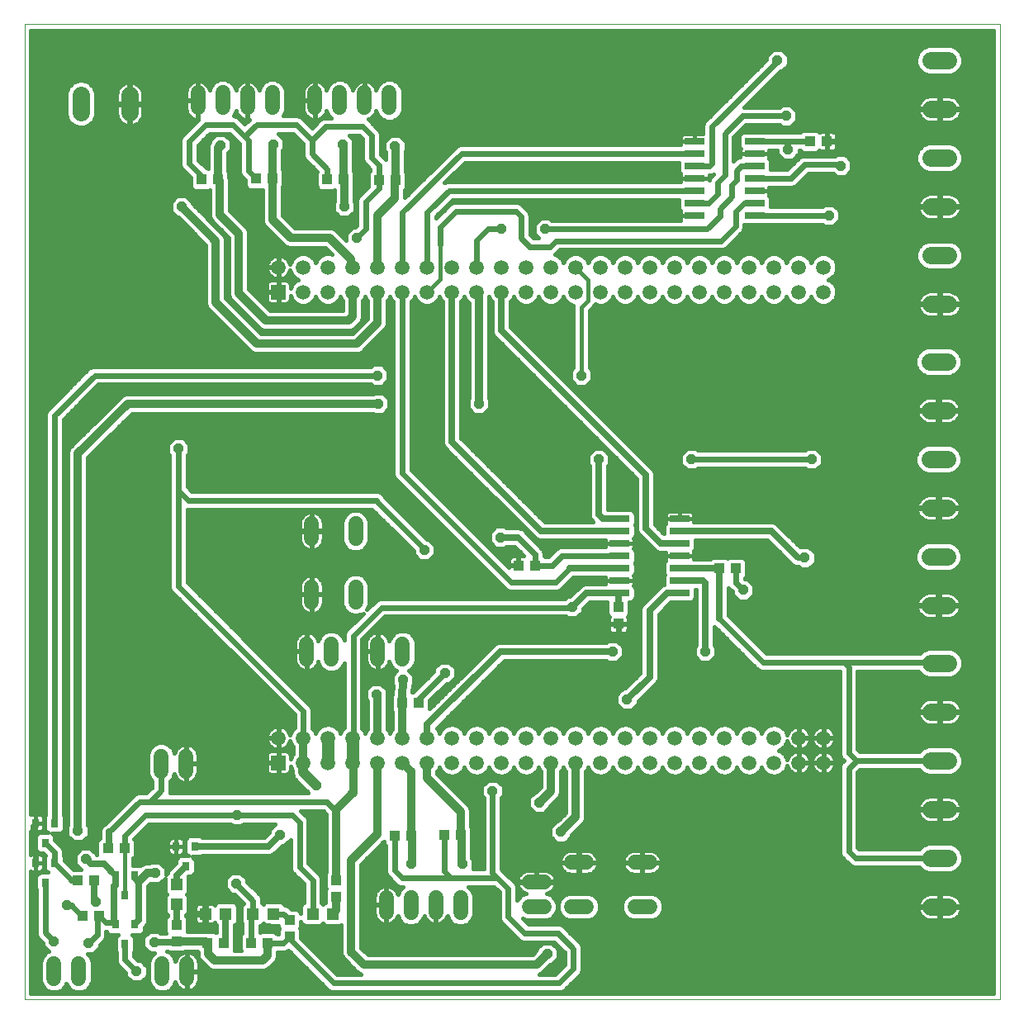
<source format=gtl>
G75*
%MOIN*%
%OFA0B0*%
%FSLAX24Y24*%
%IPPOS*%
%LPD*%
%AMOC8*
5,1,8,0,0,1.08239X$1,22.5*
%
%ADD10C,0.0000*%
%ADD11R,0.0594X0.0594*%
%ADD12C,0.0594*%
%ADD13R,0.0310X0.0350*%
%ADD14R,0.0472X0.0472*%
%ADD15R,0.0433X0.0394*%
%ADD16R,0.0394X0.0433*%
%ADD17C,0.0600*%
%ADD18R,0.0800X0.0260*%
%ADD19R,0.0425X0.0413*%
%ADD20R,0.0413X0.0425*%
%ADD21C,0.0705*%
%ADD22C,0.0160*%
%ADD23OC8,0.0400*%
%ADD24C,0.0240*%
%ADD25C,0.0320*%
%ADD26C,0.0256*%
%ADD27C,0.0500*%
%ADD28C,0.0400*%
%ADD29C,0.0268*%
D10*
X000180Y000180D02*
X000180Y039550D01*
X039550Y039550D01*
X039550Y000180D01*
X000180Y000180D01*
D11*
X010436Y009745D03*
X010436Y028745D03*
D12*
X011436Y028745D03*
X011436Y029745D03*
X010436Y029745D03*
X012436Y029745D03*
X013436Y029745D03*
X013436Y028745D03*
X012436Y028745D03*
X014436Y028745D03*
X015436Y028745D03*
X015436Y029745D03*
X014436Y029745D03*
X016436Y029745D03*
X017436Y029745D03*
X017436Y028745D03*
X016436Y028745D03*
X018436Y028745D03*
X019436Y028745D03*
X019436Y029745D03*
X018436Y029745D03*
X020436Y029745D03*
X021436Y029745D03*
X021436Y028745D03*
X020436Y028745D03*
X022436Y028745D03*
X023436Y028745D03*
X023436Y029745D03*
X022436Y029745D03*
X024436Y029745D03*
X024436Y028745D03*
X025436Y028745D03*
X026436Y028745D03*
X026436Y029745D03*
X025436Y029745D03*
X027436Y029745D03*
X028436Y029745D03*
X028436Y028745D03*
X027436Y028745D03*
X029436Y028745D03*
X030436Y028745D03*
X030436Y029745D03*
X029436Y029745D03*
X031436Y029745D03*
X032436Y029745D03*
X032436Y028745D03*
X031436Y028745D03*
X031436Y010745D03*
X032436Y010745D03*
X032436Y009745D03*
X031436Y009745D03*
X030436Y009745D03*
X029436Y009745D03*
X029436Y010745D03*
X030436Y010745D03*
X028436Y010745D03*
X027436Y010745D03*
X027436Y009745D03*
X028436Y009745D03*
X026436Y009745D03*
X025436Y009745D03*
X025436Y010745D03*
X026436Y010745D03*
X024436Y010745D03*
X024436Y009745D03*
X023436Y009745D03*
X022436Y009745D03*
X022436Y010745D03*
X023436Y010745D03*
X021436Y010745D03*
X020436Y010745D03*
X020436Y009745D03*
X021436Y009745D03*
X019436Y009745D03*
X018436Y009745D03*
X018436Y010745D03*
X019436Y010745D03*
X017436Y010745D03*
X016436Y010745D03*
X016436Y009745D03*
X017436Y009745D03*
X015436Y009745D03*
X014436Y009745D03*
X014436Y010745D03*
X015436Y010745D03*
X013436Y010745D03*
X012436Y010745D03*
X012436Y009745D03*
X013436Y009745D03*
X011436Y009745D03*
X011436Y010745D03*
X010436Y010745D03*
D13*
X007066Y006367D03*
X006306Y006367D03*
X006686Y005567D03*
X004625Y005186D03*
X003865Y005186D03*
X004245Y004386D03*
X003865Y003218D03*
X004625Y003218D03*
X004245Y002418D03*
X001017Y004898D03*
X001397Y005698D03*
X000637Y005698D03*
X001017Y006512D03*
X001397Y007312D03*
X000637Y007312D03*
D14*
X006322Y004845D03*
X006322Y004019D03*
X007483Y003645D03*
X008310Y003645D03*
X009412Y003645D03*
X010239Y003645D03*
X011814Y003645D03*
X012641Y003645D03*
D15*
X012778Y004334D03*
X012778Y005003D03*
X010889Y003389D03*
X010889Y002719D03*
X006322Y002523D03*
X006322Y003192D03*
D16*
X007562Y002463D03*
X008231Y002463D03*
X009334Y002463D03*
X010003Y002463D03*
X015121Y006794D03*
X015790Y006794D03*
X017129Y006834D03*
X017798Y006834D03*
X016105Y012149D03*
X015436Y012149D03*
X020121Y017700D03*
X020790Y017700D03*
X028231Y017582D03*
X028900Y017582D03*
X015160Y033251D03*
X014491Y033251D03*
X013074Y033290D03*
X012404Y033290D03*
X010200Y033330D03*
X009530Y033330D03*
X007995Y033290D03*
X007326Y033290D03*
X004215Y006282D03*
X003546Y006282D03*
X002995Y004983D03*
X002326Y004983D03*
X002523Y003566D03*
X003192Y003566D03*
D17*
X002373Y001622D02*
X002373Y001022D01*
X001373Y001022D02*
X001373Y001622D01*
X005743Y001622D02*
X005743Y001022D01*
X006743Y001022D02*
X006743Y001622D01*
X006704Y009408D02*
X006704Y010008D01*
X005704Y010008D02*
X005704Y009408D01*
X011570Y013935D02*
X011570Y014535D01*
X012570Y014535D02*
X012570Y013935D01*
X014444Y013935D02*
X014444Y014535D01*
X015444Y014535D02*
X015444Y013935D01*
X013550Y016238D02*
X013550Y016838D01*
X011770Y016838D02*
X011770Y016238D01*
X011770Y018798D02*
X011770Y019398D01*
X013550Y019398D02*
X013550Y018798D01*
X022261Y005716D02*
X022861Y005716D01*
X021149Y004932D02*
X020549Y004932D01*
X020549Y003932D02*
X021149Y003932D01*
X022261Y003936D02*
X022861Y003936D01*
X024821Y003936D02*
X025421Y003936D01*
X025421Y005716D02*
X024821Y005716D01*
X017782Y004299D02*
X017782Y003699D01*
X016782Y003699D02*
X016782Y004299D01*
X015782Y004299D02*
X015782Y003699D01*
X014782Y003699D02*
X014782Y004299D01*
X014908Y036179D02*
X014908Y036779D01*
X013908Y036779D02*
X013908Y036179D01*
X012908Y036179D02*
X012908Y036779D01*
X011908Y036779D02*
X011908Y036179D01*
X010184Y036179D02*
X010184Y036779D01*
X009184Y036779D02*
X009184Y036179D01*
X008184Y036179D02*
X008184Y036779D01*
X007184Y036779D02*
X007184Y036179D01*
D18*
X024206Y019593D03*
X024206Y019093D03*
X024206Y018593D03*
X024206Y018093D03*
X024206Y017593D03*
X024206Y017093D03*
X024206Y016593D03*
X026626Y016593D03*
X026626Y017093D03*
X026626Y017593D03*
X026626Y018093D03*
X026626Y018593D03*
X026626Y019093D03*
X026626Y019593D03*
X027238Y031830D03*
X027238Y032330D03*
X027238Y032830D03*
X027238Y033330D03*
X027238Y033830D03*
X027238Y034330D03*
X027238Y034830D03*
X029658Y034830D03*
X029658Y034330D03*
X029658Y033830D03*
X029658Y033330D03*
X029658Y032830D03*
X029658Y032330D03*
X029658Y031830D03*
D19*
X024156Y016036D03*
X024156Y015347D03*
D20*
X031883Y034826D03*
X032572Y034826D03*
D21*
X036768Y034156D02*
X037473Y034156D01*
X037473Y032188D02*
X036768Y032188D01*
X036768Y030219D02*
X037473Y030219D01*
X037473Y028251D02*
X036768Y028251D01*
X036729Y025928D02*
X037434Y025928D01*
X037434Y023960D02*
X036729Y023960D01*
X036729Y021991D02*
X037434Y021991D01*
X037434Y020023D02*
X036729Y020023D01*
X036729Y018054D02*
X037434Y018054D01*
X037434Y016086D02*
X036729Y016086D01*
X036768Y013763D02*
X037473Y013763D01*
X037473Y011794D02*
X036768Y011794D01*
X036768Y009826D02*
X037473Y009826D01*
X037473Y007857D02*
X036768Y007857D01*
X036768Y005889D02*
X037473Y005889D01*
X037473Y003920D02*
X036768Y003920D01*
X036768Y036125D02*
X037473Y036125D01*
X037473Y038093D02*
X036768Y038093D01*
X004432Y036686D02*
X004432Y035981D01*
X002463Y035981D02*
X002463Y036686D01*
D22*
X002050Y037111D02*
X000420Y037111D01*
X000420Y037269D02*
X002323Y037269D01*
X002346Y037279D02*
X002128Y037188D01*
X001961Y037022D01*
X001871Y036804D01*
X001871Y035863D01*
X001961Y035645D01*
X002128Y035479D01*
X002346Y035389D01*
X002581Y035389D01*
X002799Y035479D01*
X002966Y035645D01*
X003056Y035863D01*
X003056Y036804D01*
X002966Y037022D01*
X002799Y037188D01*
X002581Y037279D01*
X002346Y037279D01*
X002604Y037269D02*
X007955Y037269D01*
X007878Y037237D02*
X008077Y037319D01*
X008291Y037319D01*
X008490Y037237D01*
X008642Y037085D01*
X008718Y036900D01*
X008739Y036963D01*
X008773Y037031D01*
X008818Y037092D01*
X008871Y037145D01*
X008932Y037190D01*
X009000Y037224D01*
X009072Y037247D01*
X009146Y037259D01*
X009164Y037259D01*
X009164Y036499D01*
X009204Y036499D01*
X009204Y037259D01*
X009222Y037259D01*
X009296Y037247D01*
X009368Y037224D01*
X009436Y037190D01*
X009497Y037145D01*
X009550Y037092D01*
X009594Y037031D01*
X009629Y036963D01*
X009649Y036900D01*
X009726Y037085D01*
X009878Y037237D01*
X010077Y037319D01*
X010291Y037319D01*
X010490Y037237D01*
X010642Y037085D01*
X010724Y036887D01*
X010724Y036072D01*
X010642Y035873D01*
X010623Y035855D01*
X011236Y035855D01*
X011368Y035800D01*
X011469Y035699D01*
X011794Y035374D01*
X012141Y035721D01*
X012274Y035776D01*
X012548Y035776D01*
X012451Y035873D01*
X012374Y036059D01*
X012353Y035995D01*
X012319Y035928D01*
X012274Y035867D01*
X012221Y035813D01*
X012160Y035769D01*
X012093Y035734D01*
X012021Y035711D01*
X011946Y035699D01*
X011928Y035699D01*
X011928Y036459D01*
X011888Y036459D01*
X011428Y036459D01*
X011428Y036141D01*
X011440Y036067D01*
X011464Y035995D01*
X011498Y035928D01*
X011542Y035867D01*
X011596Y035813D01*
X011657Y035769D01*
X011724Y035734D01*
X011796Y035711D01*
X011871Y035699D01*
X011888Y035699D01*
X011888Y036459D01*
X011888Y036499D01*
X011428Y036499D01*
X011428Y036817D01*
X011440Y036892D01*
X011464Y036963D01*
X011498Y037031D01*
X011542Y037092D01*
X011596Y037145D01*
X011657Y037190D01*
X011724Y037224D01*
X011796Y037247D01*
X011871Y037259D01*
X011888Y037259D01*
X011888Y036499D01*
X011928Y036499D01*
X011928Y037259D01*
X011946Y037259D01*
X012021Y037247D01*
X012093Y037224D01*
X012160Y037190D01*
X012221Y037145D01*
X012274Y037092D01*
X012319Y037031D01*
X012353Y036963D01*
X012374Y036900D01*
X012451Y037085D01*
X012602Y037237D01*
X012801Y037319D01*
X013016Y037319D01*
X013214Y037237D01*
X013366Y037085D01*
X013443Y036900D01*
X013464Y036963D01*
X013498Y037031D01*
X013542Y037092D01*
X013596Y037145D01*
X013657Y037190D01*
X013724Y037224D01*
X013796Y037247D01*
X013871Y037259D01*
X013888Y037259D01*
X013888Y036499D01*
X013928Y036499D01*
X013928Y037259D01*
X013946Y037259D01*
X014021Y037247D01*
X014093Y037224D01*
X014160Y037190D01*
X014221Y037145D01*
X014274Y037092D01*
X014319Y037031D01*
X014353Y036963D01*
X014374Y036900D01*
X014451Y037085D01*
X014602Y037237D01*
X014801Y037319D01*
X015016Y037319D01*
X015214Y037237D01*
X015366Y037085D01*
X015448Y036887D01*
X015448Y036072D01*
X015366Y035873D01*
X015214Y035721D01*
X015016Y035639D01*
X014801Y035639D01*
X014602Y035721D01*
X014451Y035873D01*
X014374Y036059D01*
X014353Y035995D01*
X014319Y035928D01*
X014274Y035867D01*
X014221Y035813D01*
X014160Y035769D01*
X014093Y035734D01*
X014047Y035720D01*
X014147Y035620D01*
X014501Y035266D01*
X014556Y035133D01*
X014556Y034305D01*
X014760Y034101D01*
X014760Y034387D01*
X014701Y034447D01*
X014701Y034811D01*
X014958Y035069D01*
X015323Y035069D01*
X015581Y034811D01*
X015581Y034447D01*
X015560Y034426D01*
X015560Y033604D01*
X015561Y033603D01*
X015597Y033515D01*
X015597Y032987D01*
X015561Y032898D01*
X015541Y032878D01*
X015541Y032562D01*
X017614Y034635D01*
X017746Y034690D01*
X026658Y034690D01*
X026658Y034830D01*
X027238Y034830D01*
X027238Y034830D01*
X027238Y035140D01*
X027576Y035140D01*
X027576Y035488D01*
X027631Y035620D01*
X027732Y035721D01*
X030134Y038123D01*
X030134Y038276D01*
X030391Y038533D01*
X030756Y038533D01*
X031014Y038276D01*
X031014Y037911D01*
X030756Y037653D01*
X030682Y037653D01*
X029238Y036209D01*
X030666Y036209D01*
X030746Y036289D01*
X031110Y036289D01*
X031368Y036032D01*
X031368Y035667D01*
X031110Y035409D01*
X030746Y035409D01*
X030666Y035489D01*
X029305Y035489D01*
X028808Y034992D01*
X028808Y034041D01*
X028901Y034135D01*
X029034Y034190D01*
X029078Y034190D01*
X029078Y034330D01*
X029658Y034330D01*
X030238Y034330D01*
X030238Y034470D01*
X030567Y034470D01*
X030567Y034328D01*
X030825Y034071D01*
X031189Y034071D01*
X031447Y034328D01*
X031447Y034470D01*
X031480Y034470D01*
X031540Y034410D01*
X031628Y034373D01*
X032137Y034373D01*
X032225Y034410D01*
X032274Y034458D01*
X032296Y034445D01*
X032341Y034433D01*
X032548Y034433D01*
X032548Y034802D01*
X032595Y034802D01*
X032595Y034433D01*
X032802Y034433D01*
X032848Y034445D01*
X032889Y034469D01*
X032922Y034503D01*
X032946Y034544D01*
X032958Y034589D01*
X032958Y034802D01*
X032595Y034802D01*
X032595Y034849D01*
X032548Y034849D01*
X032548Y035218D01*
X032341Y035218D01*
X032296Y035206D01*
X032274Y035193D01*
X032225Y035242D01*
X032137Y035278D01*
X031628Y035278D01*
X031540Y035242D01*
X031488Y035190D01*
X030130Y035190D01*
X030105Y035200D01*
X029210Y035200D01*
X029122Y035163D01*
X029054Y035096D01*
X029018Y035007D01*
X029018Y034652D01*
X029054Y034564D01*
X029090Y034528D01*
X029078Y034483D01*
X029078Y034330D01*
X029658Y034330D01*
X029658Y034330D01*
X030238Y034330D01*
X030238Y034176D01*
X030226Y034131D01*
X030261Y034096D01*
X030298Y034007D01*
X030298Y033690D01*
X030976Y033690D01*
X031371Y034085D01*
X031472Y034186D01*
X031604Y034241D01*
X032910Y034241D01*
X032951Y034281D01*
X033315Y034281D01*
X033573Y034024D01*
X033573Y033659D01*
X033315Y033401D01*
X032951Y033401D01*
X032831Y033521D01*
X031825Y033521D01*
X031329Y033024D01*
X031196Y032970D01*
X030238Y032970D01*
X030238Y032830D01*
X029658Y032830D01*
X029658Y032830D01*
X030238Y032830D01*
X030238Y032676D01*
X030226Y032631D01*
X030261Y032596D01*
X030298Y032507D01*
X030298Y032194D01*
X032398Y032194D01*
X032478Y032274D01*
X032843Y032274D01*
X033100Y032016D01*
X033100Y031651D01*
X032843Y031394D01*
X032478Y031394D01*
X032398Y031474D01*
X030344Y031474D01*
X030334Y031470D01*
X030130Y031470D01*
X030105Y031460D01*
X029241Y031460D01*
X029241Y031329D01*
X029186Y031197D01*
X028494Y030505D01*
X028362Y030450D01*
X021786Y030450D01*
X021706Y030370D01*
X021706Y030370D01*
X021604Y030269D01*
X021590Y030262D01*
X021740Y030200D01*
X021891Y030049D01*
X021936Y029941D01*
X021981Y030049D01*
X022132Y030200D01*
X022329Y030282D01*
X022543Y030282D01*
X022740Y030200D01*
X022891Y030049D01*
X022936Y029941D01*
X022981Y030049D01*
X023132Y030200D01*
X023329Y030282D01*
X023543Y030282D01*
X023740Y030200D01*
X023891Y030049D01*
X023936Y029941D01*
X023981Y030049D01*
X024132Y030200D01*
X024329Y030282D01*
X024543Y030282D01*
X024740Y030200D01*
X024891Y030049D01*
X024936Y029941D01*
X024981Y030049D01*
X025132Y030200D01*
X025329Y030282D01*
X025543Y030282D01*
X025740Y030200D01*
X025891Y030049D01*
X025936Y029941D01*
X025981Y030049D01*
X026132Y030200D01*
X026329Y030282D01*
X026543Y030282D01*
X026740Y030200D01*
X026891Y030049D01*
X026936Y029941D01*
X026981Y030049D01*
X027132Y030200D01*
X027329Y030282D01*
X027543Y030282D01*
X027740Y030200D01*
X027891Y030049D01*
X027936Y029941D01*
X027981Y030049D01*
X028132Y030200D01*
X028329Y030282D01*
X028543Y030282D01*
X028740Y030200D01*
X028891Y030049D01*
X028936Y029941D01*
X028981Y030049D01*
X029132Y030200D01*
X029329Y030282D01*
X029543Y030282D01*
X029740Y030200D01*
X029891Y030049D01*
X029936Y029941D01*
X029981Y030049D01*
X030132Y030200D01*
X030329Y030282D01*
X030543Y030282D01*
X030740Y030200D01*
X030891Y030049D01*
X030936Y029941D01*
X030981Y030049D01*
X031132Y030200D01*
X031329Y030282D01*
X031543Y030282D01*
X031740Y030200D01*
X031891Y030049D01*
X031936Y029941D01*
X031981Y030049D01*
X032132Y030200D01*
X032329Y030282D01*
X032543Y030282D01*
X032740Y030200D01*
X032891Y030049D01*
X032973Y029852D01*
X032973Y029638D01*
X032891Y029441D01*
X032740Y029290D01*
X032632Y029245D01*
X032740Y029200D01*
X032891Y029049D01*
X032973Y028852D01*
X032973Y028638D01*
X032891Y028441D01*
X032740Y028290D01*
X032543Y028208D01*
X032329Y028208D01*
X032132Y028290D01*
X031981Y028441D01*
X031936Y028549D01*
X031891Y028441D01*
X031740Y028290D01*
X031543Y028208D01*
X031329Y028208D01*
X031132Y028290D01*
X030981Y028441D01*
X030936Y028549D01*
X030891Y028441D01*
X030740Y028290D01*
X030543Y028208D01*
X030329Y028208D01*
X030132Y028290D01*
X029981Y028441D01*
X029936Y028549D01*
X029891Y028441D01*
X029740Y028290D01*
X029543Y028208D01*
X029329Y028208D01*
X029132Y028290D01*
X028981Y028441D01*
X028936Y028549D01*
X028891Y028441D01*
X028740Y028290D01*
X028543Y028208D01*
X028329Y028208D01*
X028132Y028290D01*
X027981Y028441D01*
X027936Y028549D01*
X027891Y028441D01*
X027740Y028290D01*
X027543Y028208D01*
X027329Y028208D01*
X027132Y028290D01*
X026981Y028441D01*
X026936Y028549D01*
X026891Y028441D01*
X026740Y028290D01*
X026543Y028208D01*
X026329Y028208D01*
X026132Y028290D01*
X025981Y028441D01*
X025936Y028549D01*
X025891Y028441D01*
X025740Y028290D01*
X025543Y028208D01*
X025329Y028208D01*
X025132Y028290D01*
X024981Y028441D01*
X024936Y028549D01*
X024891Y028441D01*
X024740Y028290D01*
X024543Y028208D01*
X024329Y028208D01*
X024132Y028290D01*
X023981Y028441D01*
X023936Y028549D01*
X023891Y028441D01*
X023740Y028290D01*
X023543Y028208D01*
X023329Y028208D01*
X023218Y028254D01*
X023207Y028227D01*
X023117Y028137D01*
X022980Y028000D01*
X022980Y025679D01*
X023100Y025559D01*
X023100Y025195D01*
X022843Y024937D01*
X022478Y024937D01*
X022220Y025195D01*
X022220Y025559D01*
X022340Y025679D01*
X022340Y028196D01*
X022345Y028208D01*
X022329Y028208D01*
X022132Y028290D01*
X021981Y028441D01*
X021936Y028549D01*
X021891Y028441D01*
X021740Y028290D01*
X021543Y028208D01*
X021329Y028208D01*
X021132Y028290D01*
X020981Y028441D01*
X020936Y028549D01*
X020891Y028441D01*
X020740Y028290D01*
X020543Y028208D01*
X020329Y028208D01*
X020132Y028290D01*
X019981Y028441D01*
X019936Y028549D01*
X019891Y028441D01*
X019804Y028354D01*
X019804Y027336D01*
X025467Y021673D01*
X025571Y021570D01*
X025627Y021434D01*
X025627Y019348D01*
X025986Y018989D01*
X025986Y019271D01*
X026023Y019359D01*
X026058Y019395D01*
X026046Y019440D01*
X026046Y019593D01*
X026626Y019593D01*
X026626Y019593D01*
X026046Y019593D01*
X026046Y019747D01*
X026058Y019793D01*
X026082Y019834D01*
X026116Y019867D01*
X026157Y019891D01*
X026203Y019903D01*
X026626Y019903D01*
X026626Y019593D01*
X026626Y019593D01*
X027206Y019593D01*
X027206Y019461D01*
X030395Y019461D01*
X030530Y019405D01*
X031487Y018448D01*
X031494Y018455D01*
X031858Y018455D01*
X032116Y018197D01*
X032116Y017832D01*
X031858Y017575D01*
X031494Y017575D01*
X031414Y017655D01*
X031329Y017655D01*
X031197Y017709D01*
X031172Y017734D01*
X031153Y017742D01*
X030169Y018725D01*
X027266Y018725D01*
X027266Y018416D01*
X027230Y018327D01*
X027194Y018292D01*
X027206Y018247D01*
X027206Y018093D01*
X026626Y018093D01*
X026046Y018093D01*
X026046Y017940D01*
X026058Y017895D01*
X026023Y017859D01*
X025986Y017771D01*
X025986Y017416D01*
X026016Y017343D01*
X025986Y017271D01*
X025986Y016942D01*
X025909Y016910D01*
X025804Y016805D01*
X025204Y016206D01*
X025099Y016100D01*
X025042Y015963D01*
X025042Y013366D01*
X024422Y012746D01*
X024328Y012746D01*
X024071Y012488D01*
X024071Y012124D01*
X024328Y011866D01*
X024693Y011866D01*
X024951Y012124D01*
X024951Y012217D01*
X025733Y013000D01*
X025790Y013137D01*
X025790Y015734D01*
X026276Y016220D01*
X026701Y016220D01*
X026710Y016223D01*
X027074Y016223D01*
X027162Y016260D01*
X027230Y016327D01*
X027266Y016416D01*
X027266Y016720D01*
X027286Y016720D01*
X027286Y014484D01*
X027220Y014417D01*
X027220Y014053D01*
X027478Y013795D01*
X027843Y013795D01*
X028100Y014053D01*
X028100Y014417D01*
X028034Y014484D01*
X028034Y015237D01*
X028042Y015234D01*
X029678Y013598D01*
X029779Y013497D01*
X029912Y013442D01*
X033088Y013442D01*
X033088Y010069D01*
X033143Y009937D01*
X033254Y009826D01*
X033143Y009715D01*
X033088Y009582D01*
X033088Y006093D01*
X033143Y005960D01*
X033244Y005859D01*
X033519Y005583D01*
X033652Y005529D01*
X036291Y005529D01*
X036433Y005386D01*
X036651Y005296D01*
X037591Y005296D01*
X037809Y005386D01*
X037976Y005553D01*
X038066Y005771D01*
X038066Y006007D01*
X037976Y006224D01*
X037809Y006391D01*
X037591Y006481D01*
X036651Y006481D01*
X036433Y006391D01*
X036291Y006249D01*
X033872Y006249D01*
X033808Y006313D01*
X033808Y009362D01*
X033912Y009466D01*
X036291Y009466D01*
X036433Y009323D01*
X036651Y009233D01*
X037591Y009233D01*
X037809Y009323D01*
X037976Y009490D01*
X038066Y009708D01*
X038066Y009944D01*
X037976Y010161D01*
X037809Y010328D01*
X037591Y010418D01*
X036651Y010418D01*
X036433Y010328D01*
X036291Y010186D01*
X033912Y010186D01*
X033808Y010290D01*
X033808Y013442D01*
X036260Y013442D01*
X036266Y013427D01*
X036433Y013260D01*
X036651Y013170D01*
X037591Y013170D01*
X037809Y013260D01*
X037976Y013427D01*
X038066Y013645D01*
X038066Y013881D01*
X037976Y014098D01*
X037809Y014265D01*
X037591Y014355D01*
X036651Y014355D01*
X036433Y014265D01*
X036330Y014162D01*
X030132Y014162D01*
X028599Y015695D01*
X028599Y016803D01*
X028756Y016646D01*
X028756Y016533D01*
X029013Y016275D01*
X029378Y016275D01*
X029636Y016533D01*
X029636Y016898D01*
X029378Y017155D01*
X029265Y017155D01*
X029260Y017160D01*
X029260Y017189D01*
X029301Y017229D01*
X029337Y017317D01*
X029337Y017846D01*
X029301Y017934D01*
X029233Y018002D01*
X029145Y018038D01*
X028656Y018038D01*
X028568Y018002D01*
X028566Y018000D01*
X028564Y018002D01*
X028476Y018038D01*
X027987Y018038D01*
X027898Y018002D01*
X027858Y017961D01*
X027206Y017961D01*
X027206Y018093D01*
X026626Y018093D01*
X026626Y018093D01*
X026046Y018093D01*
X026046Y018225D01*
X025788Y018225D01*
X025653Y018281D01*
X025549Y018385D01*
X024947Y018987D01*
X024891Y019123D01*
X024891Y021209D01*
X019124Y026976D01*
X019068Y027111D01*
X019068Y028354D01*
X018981Y028441D01*
X018936Y028549D01*
X018926Y028526D01*
X018926Y024457D01*
X018966Y024417D01*
X018966Y024053D01*
X018709Y023795D01*
X018344Y023795D01*
X018086Y024053D01*
X018086Y024417D01*
X018126Y024457D01*
X018126Y028295D01*
X017981Y028441D01*
X017936Y028549D01*
X017891Y028441D01*
X017804Y028354D01*
X017804Y022840D01*
X017854Y022790D01*
X017854Y022790D01*
X018149Y022495D01*
X021183Y019461D01*
X023134Y019461D01*
X023057Y019539D01*
X023001Y019674D01*
X023001Y021737D01*
X022929Y021809D01*
X022929Y022173D01*
X023187Y022431D01*
X023551Y022431D01*
X023809Y022173D01*
X023809Y021809D01*
X023737Y021737D01*
X023737Y019957D01*
X023744Y019957D01*
X023758Y019963D01*
X024654Y019963D01*
X024742Y019927D01*
X024810Y019859D01*
X024846Y019771D01*
X024846Y019416D01*
X024816Y019343D01*
X024846Y019271D01*
X024846Y018916D01*
X024810Y018827D01*
X024774Y018792D01*
X024786Y018747D01*
X024786Y018593D01*
X024206Y018593D01*
X023626Y018593D01*
X023626Y018453D01*
X021801Y018453D01*
X021669Y018399D01*
X021330Y018060D01*
X021183Y018060D01*
X021150Y018092D01*
X021150Y018224D01*
X021095Y018356D01*
X020432Y019020D01*
X020418Y019053D01*
X020313Y019158D01*
X020176Y019215D01*
X019641Y019215D01*
X019575Y019281D01*
X019210Y019281D01*
X018953Y019024D01*
X018953Y018659D01*
X019210Y018401D01*
X019575Y018401D01*
X019641Y018468D01*
X019966Y018468D01*
X020337Y018096D01*
X020139Y018096D01*
X020139Y017718D01*
X020103Y017718D01*
X020103Y018096D01*
X019900Y018096D01*
X019855Y018084D01*
X019814Y018060D01*
X019780Y018027D01*
X019756Y017986D01*
X019744Y017940D01*
X019744Y017718D01*
X020103Y017718D01*
X020103Y017681D01*
X019744Y017681D01*
X019744Y017621D01*
X015796Y021569D01*
X015796Y028346D01*
X015891Y028441D01*
X015936Y028549D01*
X015981Y028441D01*
X016132Y028290D01*
X016329Y028208D01*
X016543Y028208D01*
X016740Y028290D01*
X016891Y028441D01*
X016936Y028549D01*
X016981Y028441D01*
X017068Y028354D01*
X017068Y022615D01*
X017124Y022479D01*
X017334Y022270D01*
X017629Y021974D01*
X020822Y018781D01*
X020957Y018725D01*
X023626Y018725D01*
X023626Y018593D01*
X024206Y018593D01*
X024206Y018593D01*
X024206Y018593D01*
X024786Y018593D01*
X024786Y018440D01*
X024774Y018395D01*
X024810Y018359D01*
X024846Y018271D01*
X024846Y017916D01*
X024816Y017843D01*
X024846Y017771D01*
X024846Y017416D01*
X024810Y017327D01*
X024774Y017292D01*
X024786Y017247D01*
X024786Y017093D01*
X024206Y017093D01*
X023626Y017093D01*
X023626Y016965D01*
X022784Y016965D01*
X022649Y016909D01*
X022275Y016535D01*
X022206Y016466D01*
X022104Y016466D01*
X022004Y016367D01*
X014518Y016367D01*
X014386Y016312D01*
X014010Y015936D01*
X014090Y016130D01*
X014090Y016945D01*
X014008Y017144D01*
X013856Y017296D01*
X013658Y017378D01*
X013443Y017378D01*
X013244Y017296D01*
X013093Y017144D01*
X013010Y016945D01*
X013010Y016130D01*
X013093Y015932D01*
X013244Y015780D01*
X013443Y015698D01*
X013658Y015698D01*
X013852Y015778D01*
X013143Y015069D01*
X013088Y014937D01*
X013088Y014696D01*
X013028Y014841D01*
X012876Y014993D01*
X012677Y015075D01*
X012462Y015075D01*
X012264Y014993D01*
X012112Y014841D01*
X012035Y014656D01*
X012015Y014719D01*
X011980Y014787D01*
X011936Y014848D01*
X011882Y014901D01*
X011821Y014946D01*
X011754Y014980D01*
X011682Y015003D01*
X011608Y015015D01*
X011590Y015015D01*
X011590Y014255D01*
X011550Y014255D01*
X011550Y015015D01*
X011532Y015015D01*
X011457Y015003D01*
X011386Y014980D01*
X011318Y014946D01*
X011257Y014901D01*
X011204Y014848D01*
X011159Y014787D01*
X011125Y014719D01*
X011102Y014648D01*
X011090Y014573D01*
X011090Y014255D01*
X011550Y014255D01*
X011550Y014215D01*
X011590Y014215D01*
X011590Y013455D01*
X011608Y013455D01*
X011682Y013467D01*
X011754Y013490D01*
X011821Y013525D01*
X011882Y013569D01*
X011936Y013622D01*
X011980Y013684D01*
X012015Y013751D01*
X012035Y013814D01*
X012112Y013629D01*
X012264Y013477D01*
X012462Y013395D01*
X012677Y013395D01*
X012876Y013477D01*
X013028Y013629D01*
X013088Y013774D01*
X013088Y011156D01*
X012981Y011049D01*
X012936Y010941D01*
X012891Y011049D01*
X012740Y011200D01*
X012543Y011282D01*
X012329Y011282D01*
X012132Y011200D01*
X011981Y011049D01*
X011936Y010941D01*
X011891Y011049D01*
X011800Y011140D01*
X011800Y011905D01*
X011745Y012037D01*
X011644Y012139D01*
X006760Y017022D01*
X006760Y019977D01*
X014204Y019977D01*
X015882Y018300D01*
X015882Y018147D01*
X016139Y017890D01*
X016504Y017890D01*
X016762Y018147D01*
X016762Y018512D01*
X016504Y018770D01*
X016430Y018770D01*
X014726Y020474D01*
X014698Y020541D01*
X014597Y020643D01*
X014464Y020697D01*
X006943Y020697D01*
X006760Y020880D01*
X006760Y022162D01*
X006840Y022242D01*
X006840Y022606D01*
X006583Y022864D01*
X006218Y022864D01*
X005960Y022606D01*
X005960Y022242D01*
X006040Y022162D01*
X006040Y016801D01*
X006095Y016669D01*
X011080Y011684D01*
X011080Y011148D01*
X010981Y011049D01*
X010901Y010857D01*
X010878Y010928D01*
X010844Y010995D01*
X010800Y011056D01*
X010747Y011109D01*
X010686Y011153D01*
X010619Y011187D01*
X010548Y011210D01*
X010473Y011222D01*
X010454Y011222D01*
X010454Y010763D01*
X010417Y010763D01*
X010417Y010727D01*
X009959Y010727D01*
X009959Y010707D01*
X009971Y010633D01*
X009994Y010562D01*
X010028Y010495D01*
X010072Y010434D01*
X010125Y010381D01*
X010186Y010337D01*
X010253Y010303D01*
X010324Y010280D01*
X010398Y010268D01*
X010417Y010268D01*
X010417Y010727D01*
X010454Y010727D01*
X010454Y010268D01*
X010473Y010268D01*
X010548Y010280D01*
X010619Y010303D01*
X010686Y010337D01*
X010747Y010381D01*
X010800Y010434D01*
X010844Y010495D01*
X010878Y010562D01*
X010901Y010633D01*
X010901Y010633D01*
X010981Y010441D01*
X011036Y010386D01*
X011036Y010104D01*
X010981Y010049D01*
X010913Y009885D01*
X010913Y010066D01*
X010900Y010111D01*
X010877Y010152D01*
X010843Y010186D01*
X010802Y010210D01*
X010756Y010222D01*
X010454Y010222D01*
X010454Y009763D01*
X010417Y009763D01*
X010417Y009727D01*
X009959Y009727D01*
X009959Y009424D01*
X009971Y009379D01*
X009995Y009338D01*
X010029Y009304D01*
X010070Y009280D01*
X010115Y009268D01*
X010417Y009268D01*
X010417Y009727D01*
X010454Y009727D01*
X010454Y009268D01*
X010756Y009268D01*
X010802Y009280D01*
X010843Y009304D01*
X010877Y009338D01*
X010900Y009379D01*
X010913Y009424D01*
X010913Y009605D01*
X010981Y009441D01*
X010996Y009426D01*
X010996Y009270D01*
X011063Y009108D01*
X011639Y008532D01*
X006058Y008532D01*
X006064Y008545D01*
X006064Y009004D01*
X006161Y009102D01*
X006238Y009287D01*
X006259Y009223D01*
X006293Y009156D01*
X006337Y009095D01*
X006391Y009041D01*
X006452Y008997D01*
X006519Y008963D01*
X006591Y008939D01*
X006666Y008928D01*
X006684Y008928D01*
X006684Y009688D01*
X006724Y009688D01*
X006724Y009728D01*
X006684Y009728D01*
X006684Y010488D01*
X006666Y010488D01*
X006591Y010476D01*
X006519Y010452D01*
X006452Y010418D01*
X006391Y010374D01*
X006337Y010320D01*
X006293Y010259D01*
X006259Y010192D01*
X006238Y010128D01*
X006161Y010313D01*
X006010Y010465D01*
X005811Y010548D01*
X005596Y010548D01*
X005398Y010465D01*
X005246Y010313D01*
X005164Y010115D01*
X005164Y009300D01*
X005246Y009102D01*
X005344Y009004D01*
X005344Y008766D01*
X005110Y008532D01*
X004754Y008532D01*
X004622Y008477D01*
X003416Y007272D01*
X003397Y007264D01*
X003293Y007160D01*
X003237Y007025D01*
X003237Y006712D01*
X003213Y006702D01*
X003146Y006635D01*
X003109Y006547D01*
X003109Y006020D01*
X003100Y006020D01*
X003100Y006032D01*
X003087Y006045D01*
X003084Y006053D01*
X002982Y006154D01*
X002974Y006158D01*
X002843Y006289D01*
X002478Y006289D01*
X002220Y006032D01*
X002220Y005667D01*
X002448Y005440D01*
X002164Y005440D01*
X001792Y005812D01*
X001792Y005921D01*
X001757Y006005D01*
X001757Y006204D01*
X001702Y006336D01*
X001412Y006626D01*
X001412Y006735D01*
X001375Y006823D01*
X001308Y006891D01*
X001292Y006897D01*
X001600Y006897D01*
X001688Y006934D01*
X001755Y007001D01*
X001792Y007090D01*
X001792Y007535D01*
X001757Y007620D01*
X001757Y023610D01*
X003164Y025017D01*
X014148Y025017D01*
X014166Y024998D01*
X014204Y024983D01*
X014250Y024937D01*
X014614Y024937D01*
X014872Y025195D01*
X014872Y025559D01*
X014614Y025817D01*
X014250Y025817D01*
X014170Y025737D01*
X002943Y025737D01*
X002811Y025682D01*
X002709Y025581D01*
X001092Y023963D01*
X001037Y023831D01*
X001037Y007620D01*
X001002Y007535D01*
X001002Y007090D01*
X001038Y007001D01*
X001106Y006934D01*
X001122Y006927D01*
X000814Y006927D01*
X000726Y006891D01*
X000658Y006823D01*
X000622Y006735D01*
X000622Y006290D01*
X000658Y006201D01*
X000726Y006134D01*
X000814Y006097D01*
X000923Y006097D01*
X001030Y005990D01*
X001002Y005921D01*
X001002Y005475D01*
X001038Y005387D01*
X001106Y005320D01*
X001122Y005313D01*
X000814Y005313D01*
X000726Y005277D01*
X000658Y005209D01*
X000622Y005121D01*
X000622Y004675D01*
X000657Y004591D01*
X000657Y002815D01*
X000712Y002683D01*
X000921Y002473D01*
X000921Y002360D01*
X001162Y002119D01*
X001067Y002080D01*
X000915Y001928D01*
X000833Y001729D01*
X000833Y000914D01*
X000915Y000716D01*
X001067Y000564D01*
X001265Y000482D01*
X001480Y000482D01*
X001679Y000564D01*
X001831Y000716D01*
X001873Y000818D01*
X001915Y000716D01*
X002067Y000564D01*
X002265Y000482D01*
X002480Y000482D01*
X002679Y000564D01*
X002831Y000716D01*
X002913Y000914D01*
X002913Y001729D01*
X002831Y001928D01*
X002735Y002023D01*
X002961Y002023D01*
X003218Y002281D01*
X003218Y002394D01*
X003317Y002493D01*
X003418Y002594D01*
X003473Y002727D01*
X003473Y002930D01*
X003497Y002930D01*
X003507Y002907D01*
X003574Y002839D01*
X003662Y002803D01*
X003970Y002803D01*
X003954Y002796D01*
X003887Y002729D01*
X003850Y002641D01*
X003850Y002195D01*
X003885Y002111D01*
X003885Y001713D01*
X003940Y001580D01*
X004268Y001253D01*
X004268Y001139D01*
X004525Y000882D01*
X004890Y000882D01*
X005148Y001139D01*
X005148Y001504D01*
X004890Y001762D01*
X004777Y001762D01*
X004605Y001933D01*
X004605Y002111D01*
X004640Y002195D01*
X004640Y002641D01*
X004604Y002729D01*
X004536Y002796D01*
X004520Y002803D01*
X004828Y002803D01*
X004916Y002839D01*
X004984Y002907D01*
X005020Y002995D01*
X005020Y003092D01*
X005098Y003171D01*
X005154Y003306D01*
X005154Y004746D01*
X005270Y004862D01*
X005273Y004858D01*
X005638Y004858D01*
X005846Y005066D01*
X005846Y004561D01*
X005882Y004473D01*
X005923Y004432D01*
X005882Y004391D01*
X005846Y004303D01*
X005846Y003735D01*
X005882Y003646D01*
X005950Y003579D01*
X005954Y003577D01*
X005954Y003577D01*
X005902Y003525D01*
X005865Y003436D01*
X005865Y002947D01*
X005897Y002871D01*
X005671Y002871D01*
X005598Y002943D01*
X005234Y002943D01*
X004976Y002685D01*
X004976Y002321D01*
X005234Y002063D01*
X005420Y002063D01*
X005285Y001928D01*
X005203Y001729D01*
X005203Y000914D01*
X005285Y000716D01*
X005437Y000564D01*
X005636Y000482D01*
X005850Y000482D01*
X006049Y000564D01*
X006201Y000716D01*
X006277Y000901D01*
X006298Y000837D01*
X006332Y000770D01*
X006377Y000709D01*
X006430Y000656D01*
X006491Y000611D01*
X006559Y000577D01*
X006631Y000554D01*
X006705Y000542D01*
X006723Y000542D01*
X006723Y001302D01*
X006763Y001302D01*
X006763Y001342D01*
X006723Y001342D01*
X006723Y002102D01*
X006705Y002102D01*
X006631Y002090D01*
X006559Y002067D01*
X006491Y002032D01*
X006430Y001988D01*
X006377Y001934D01*
X006332Y001873D01*
X006298Y001806D01*
X006277Y001742D01*
X006201Y001928D01*
X006049Y002080D01*
X005915Y002135D01*
X005957Y002135D01*
X005969Y002122D01*
X006057Y002086D01*
X006586Y002086D01*
X006674Y002122D01*
X006675Y002123D01*
X007157Y002123D01*
X007162Y002111D01*
X007182Y002091D01*
X007182Y001951D01*
X007242Y001804D01*
X007355Y001691D01*
X007518Y001528D01*
X007631Y001416D01*
X007778Y001355D01*
X009866Y001355D01*
X010013Y001416D01*
X010125Y001528D01*
X010342Y001745D01*
X010403Y001892D01*
X010403Y002103D01*
X010704Y002103D01*
X010837Y002158D01*
X010839Y002161D01*
X012456Y000544D01*
X012589Y000489D01*
X021826Y000489D01*
X021959Y000544D01*
X022549Y001135D01*
X022651Y001236D01*
X022705Y001368D01*
X022705Y002299D01*
X022651Y002431D01*
X022021Y003061D01*
X021919Y003162D01*
X021787Y003217D01*
X020526Y003217D01*
X020287Y003456D01*
X020442Y003392D01*
X021257Y003392D01*
X021455Y003474D01*
X021607Y003626D01*
X021689Y003825D01*
X021689Y004039D01*
X021607Y004238D01*
X021455Y004390D01*
X021270Y004466D01*
X021334Y004487D01*
X021401Y004521D01*
X021462Y004566D01*
X021515Y004619D01*
X021560Y004680D01*
X021594Y004748D01*
X021617Y004820D01*
X021629Y004894D01*
X021629Y004912D01*
X020869Y004912D01*
X020869Y004952D01*
X020829Y004952D01*
X020829Y004912D01*
X020069Y004912D01*
X020069Y004894D01*
X020081Y004820D01*
X020104Y004748D01*
X020139Y004680D01*
X020183Y004619D01*
X020237Y004566D01*
X020298Y004521D01*
X020365Y004487D01*
X020429Y004466D01*
X020243Y004390D01*
X020092Y004238D01*
X020068Y004180D01*
X020068Y004740D01*
X020013Y004872D01*
X019478Y005406D01*
X019438Y005447D01*
X019438Y008343D01*
X019518Y008423D01*
X019518Y008787D01*
X019260Y009045D01*
X018895Y009045D01*
X018638Y008787D01*
X018638Y008423D01*
X018718Y008343D01*
X018718Y005461D01*
X018288Y005461D01*
X018297Y005470D01*
X018297Y005835D01*
X018222Y005910D01*
X018222Y006537D01*
X018235Y006569D01*
X018235Y007098D01*
X018198Y007186D01*
X018198Y007838D01*
X018137Y007985D01*
X018025Y008098D01*
X018025Y008098D01*
X016840Y009283D01*
X016840Y009390D01*
X016891Y009441D01*
X016936Y009549D01*
X016981Y009441D01*
X017132Y009290D01*
X017329Y009208D01*
X017543Y009208D01*
X017740Y009290D01*
X017891Y009441D01*
X017936Y009549D01*
X017981Y009441D01*
X018132Y009290D01*
X018329Y009208D01*
X018543Y009208D01*
X018740Y009290D01*
X018891Y009441D01*
X018936Y009549D01*
X018981Y009441D01*
X019132Y009290D01*
X019329Y009208D01*
X019543Y009208D01*
X019740Y009290D01*
X019891Y009441D01*
X019936Y009549D01*
X019981Y009441D01*
X020132Y009290D01*
X020329Y009208D01*
X020543Y009208D01*
X020740Y009290D01*
X020891Y009441D01*
X020936Y009549D01*
X020981Y009441D01*
X021036Y009386D01*
X021036Y008767D01*
X020842Y008573D01*
X020785Y008573D01*
X020527Y008315D01*
X020527Y007951D01*
X020785Y007693D01*
X021150Y007693D01*
X021407Y007951D01*
X021407Y008007D01*
X021662Y008262D01*
X021775Y008375D01*
X021836Y008522D01*
X021836Y009386D01*
X021891Y009441D01*
X021936Y009549D01*
X021981Y009441D01*
X022036Y009386D01*
X022036Y007720D01*
X021708Y007392D01*
X021651Y007392D01*
X021394Y007134D01*
X021394Y006769D01*
X021651Y006512D01*
X022016Y006512D01*
X022274Y006769D01*
X022274Y006826D01*
X022775Y007327D01*
X022836Y007474D01*
X022836Y009386D01*
X022891Y009441D01*
X022936Y009549D01*
X022981Y009441D01*
X023132Y009290D01*
X023329Y009208D01*
X023543Y009208D01*
X023740Y009290D01*
X023891Y009441D01*
X023936Y009549D01*
X023981Y009441D01*
X024132Y009290D01*
X024329Y009208D01*
X024543Y009208D01*
X024740Y009290D01*
X024891Y009441D01*
X024936Y009549D01*
X024981Y009441D01*
X025132Y009290D01*
X025329Y009208D01*
X025543Y009208D01*
X025740Y009290D01*
X025891Y009441D01*
X025936Y009549D01*
X025981Y009441D01*
X026132Y009290D01*
X026329Y009208D01*
X026543Y009208D01*
X026740Y009290D01*
X026891Y009441D01*
X026936Y009549D01*
X026981Y009441D01*
X027132Y009290D01*
X027329Y009208D01*
X027543Y009208D01*
X027740Y009290D01*
X027891Y009441D01*
X027936Y009549D01*
X027981Y009441D01*
X028132Y009290D01*
X028329Y009208D01*
X028543Y009208D01*
X028740Y009290D01*
X028891Y009441D01*
X028936Y009549D01*
X028981Y009441D01*
X029132Y009290D01*
X029329Y009208D01*
X029543Y009208D01*
X029740Y009290D01*
X029891Y009441D01*
X029936Y009549D01*
X029981Y009441D01*
X030132Y009290D01*
X030329Y009208D01*
X030543Y009208D01*
X030740Y009290D01*
X030891Y009441D01*
X030971Y009633D01*
X030994Y009562D01*
X031028Y009495D01*
X031072Y009434D01*
X031125Y009381D01*
X031186Y009337D01*
X031253Y009303D01*
X031324Y009280D01*
X031398Y009268D01*
X031417Y009268D01*
X031417Y009727D01*
X031454Y009727D01*
X031454Y009763D01*
X031913Y009763D01*
X031913Y009782D01*
X031901Y009857D01*
X031878Y009928D01*
X031844Y009995D01*
X031800Y010056D01*
X031747Y010109D01*
X031686Y010153D01*
X031619Y010187D01*
X031548Y010210D01*
X031473Y010222D01*
X031454Y010222D01*
X031454Y009763D01*
X031417Y009763D01*
X031417Y010222D01*
X031398Y010222D01*
X031324Y010210D01*
X031253Y010187D01*
X031186Y010153D01*
X031125Y010109D01*
X031072Y010056D01*
X031028Y009995D01*
X030994Y009928D01*
X030971Y009857D01*
X030971Y009857D01*
X030891Y010049D01*
X030740Y010200D01*
X030632Y010245D01*
X030740Y010290D01*
X030891Y010441D01*
X030971Y010633D01*
X030994Y010562D01*
X031028Y010495D01*
X031072Y010434D01*
X031125Y010381D01*
X031186Y010337D01*
X031253Y010303D01*
X031324Y010280D01*
X031398Y010268D01*
X031417Y010268D01*
X031417Y010727D01*
X031454Y010727D01*
X031454Y010763D01*
X031913Y010763D01*
X031913Y010782D01*
X031901Y010857D01*
X031878Y010928D01*
X031844Y010995D01*
X031800Y011056D01*
X031747Y011109D01*
X031686Y011153D01*
X031619Y011187D01*
X031548Y011210D01*
X031473Y011222D01*
X031454Y011222D01*
X031454Y010763D01*
X031417Y010763D01*
X031417Y011222D01*
X031398Y011222D01*
X031324Y011210D01*
X031253Y011187D01*
X031186Y011153D01*
X031125Y011109D01*
X031072Y011056D01*
X031028Y010995D01*
X030994Y010928D01*
X030971Y010857D01*
X030971Y010857D01*
X030891Y011049D01*
X030740Y011200D01*
X030543Y011282D01*
X030329Y011282D01*
X030132Y011200D01*
X029981Y011049D01*
X029936Y010941D01*
X029891Y011049D01*
X029740Y011200D01*
X029543Y011282D01*
X029329Y011282D01*
X029132Y011200D01*
X028981Y011049D01*
X028936Y010941D01*
X028891Y011049D01*
X028740Y011200D01*
X028543Y011282D01*
X028329Y011282D01*
X028132Y011200D01*
X027981Y011049D01*
X027936Y010941D01*
X027891Y011049D01*
X027740Y011200D01*
X027543Y011282D01*
X027329Y011282D01*
X027132Y011200D01*
X026981Y011049D01*
X026936Y010941D01*
X026891Y011049D01*
X026740Y011200D01*
X026543Y011282D01*
X026329Y011282D01*
X026132Y011200D01*
X025981Y011049D01*
X025936Y010941D01*
X025891Y011049D01*
X025740Y011200D01*
X025543Y011282D01*
X025329Y011282D01*
X025132Y011200D01*
X024981Y011049D01*
X024936Y010941D01*
X024891Y011049D01*
X024740Y011200D01*
X024543Y011282D01*
X024329Y011282D01*
X024132Y011200D01*
X023981Y011049D01*
X023936Y010941D01*
X023891Y011049D01*
X023740Y011200D01*
X023543Y011282D01*
X023329Y011282D01*
X023132Y011200D01*
X022981Y011049D01*
X022936Y010941D01*
X022891Y011049D01*
X022740Y011200D01*
X022543Y011282D01*
X022329Y011282D01*
X022132Y011200D01*
X021981Y011049D01*
X021936Y010941D01*
X021891Y011049D01*
X021740Y011200D01*
X021543Y011282D01*
X021329Y011282D01*
X021132Y011200D01*
X020981Y011049D01*
X020936Y010941D01*
X020891Y011049D01*
X020740Y011200D01*
X020543Y011282D01*
X020329Y011282D01*
X020132Y011200D01*
X019981Y011049D01*
X019936Y010941D01*
X019891Y011049D01*
X019740Y011200D01*
X019543Y011282D01*
X019329Y011282D01*
X019132Y011200D01*
X018981Y011049D01*
X018936Y010941D01*
X018891Y011049D01*
X018740Y011200D01*
X018543Y011282D01*
X018329Y011282D01*
X018132Y011200D01*
X017981Y011049D01*
X017936Y010941D01*
X017891Y011049D01*
X017740Y011200D01*
X017543Y011282D01*
X017329Y011282D01*
X017132Y011200D01*
X016981Y011049D01*
X016936Y010941D01*
X016891Y011049D01*
X016814Y011126D01*
X016814Y011128D01*
X019547Y013861D01*
X023672Y013861D01*
X023738Y013795D01*
X024102Y013795D01*
X024360Y014053D01*
X024360Y014417D01*
X024102Y014675D01*
X023738Y014675D01*
X023672Y014609D01*
X019318Y014609D01*
X019181Y014552D01*
X016542Y011913D01*
X016542Y012253D01*
X017218Y012929D01*
X017331Y012929D01*
X017589Y013187D01*
X017589Y013551D01*
X017331Y013809D01*
X016966Y013809D01*
X016709Y013551D01*
X016709Y013438D01*
X015901Y012631D01*
X015875Y012605D01*
X015861Y012605D01*
X015842Y012597D01*
X015850Y012865D01*
X015896Y012911D01*
X015896Y013276D01*
X015710Y013461D01*
X015750Y013477D01*
X015902Y013629D01*
X015984Y013828D01*
X015984Y014643D01*
X015902Y014841D01*
X015750Y014993D01*
X015551Y015075D01*
X015336Y015075D01*
X015138Y014993D01*
X014986Y014841D01*
X014909Y014656D01*
X014889Y014719D01*
X014854Y014787D01*
X014810Y014848D01*
X014756Y014901D01*
X014695Y014946D01*
X014628Y014980D01*
X014556Y015003D01*
X014482Y015015D01*
X014464Y015015D01*
X014464Y014255D01*
X014424Y014255D01*
X014424Y015015D01*
X014406Y015015D01*
X014331Y015003D01*
X014260Y014980D01*
X014192Y014946D01*
X014131Y014901D01*
X014078Y014848D01*
X014033Y014787D01*
X013999Y014719D01*
X013976Y014648D01*
X013964Y014573D01*
X013964Y014255D01*
X014424Y014255D01*
X014424Y014215D01*
X014464Y014215D01*
X014464Y013455D01*
X014482Y013455D01*
X014556Y013467D01*
X014628Y013490D01*
X014695Y013525D01*
X014756Y013569D01*
X014810Y013622D01*
X014854Y013684D01*
X014889Y013751D01*
X014909Y013814D01*
X014986Y013629D01*
X015138Y013477D01*
X015194Y013454D01*
X015016Y013276D01*
X015016Y012911D01*
X015050Y012877D01*
X015040Y012505D01*
X015036Y012501D01*
X014999Y012413D01*
X014999Y011884D01*
X015036Y011796D01*
X015036Y011104D01*
X014981Y011049D01*
X014936Y010941D01*
X014891Y011049D01*
X014836Y011104D01*
X014836Y012539D01*
X014833Y012547D01*
X014833Y012685D01*
X014575Y012943D01*
X014210Y012943D01*
X013953Y012685D01*
X013953Y012321D01*
X014036Y012237D01*
X014036Y011104D01*
X013981Y011049D01*
X013936Y010941D01*
X013891Y011049D01*
X013808Y011132D01*
X013808Y014716D01*
X014739Y015647D01*
X022044Y015647D01*
X022104Y015586D01*
X022469Y015586D01*
X022726Y015844D01*
X022726Y015946D01*
X022795Y016015D01*
X023010Y016229D01*
X023704Y016229D01*
X023704Y015782D01*
X023740Y015694D01*
X023789Y015645D01*
X023776Y015623D01*
X023764Y015578D01*
X023764Y015371D01*
X024133Y015371D01*
X024133Y015324D01*
X023764Y015324D01*
X023764Y015117D01*
X023776Y015071D01*
X023800Y015030D01*
X023833Y014997D01*
X023874Y014973D01*
X023920Y014961D01*
X024133Y014961D01*
X024133Y015324D01*
X024180Y015324D01*
X024180Y015371D01*
X024549Y015371D01*
X024549Y015578D01*
X024537Y015623D01*
X024524Y015645D01*
X024572Y015694D01*
X024609Y015782D01*
X024609Y016223D01*
X024654Y016223D01*
X024742Y016260D01*
X024810Y016327D01*
X024846Y016416D01*
X024846Y016771D01*
X024810Y016859D01*
X024774Y016895D01*
X024786Y016940D01*
X024786Y017093D01*
X024206Y017093D01*
X024206Y017093D01*
X023626Y017093D01*
X023626Y017225D01*
X022341Y017225D01*
X021841Y016725D01*
X021708Y016670D01*
X019754Y016670D01*
X019622Y016725D01*
X019520Y016826D01*
X019520Y016826D01*
X015232Y021115D01*
X015232Y021115D01*
X015131Y021216D01*
X015076Y021349D01*
X015076Y028346D01*
X014981Y028441D01*
X014936Y028549D01*
X014891Y028441D01*
X014836Y028386D01*
X014836Y027427D01*
X014775Y027280D01*
X013944Y026449D01*
X013832Y026337D01*
X013685Y026276D01*
X009471Y026276D01*
X009323Y026337D01*
X007670Y027991D01*
X007557Y028103D01*
X007497Y028250D01*
X007497Y030644D01*
X006393Y031748D01*
X006336Y031748D01*
X006079Y032006D01*
X006079Y032370D01*
X006336Y032628D01*
X006701Y032628D01*
X006959Y032370D01*
X006959Y032314D01*
X008236Y031037D01*
X008297Y030889D01*
X008297Y028495D01*
X009716Y027076D01*
X013440Y027076D01*
X014036Y027672D01*
X014036Y028386D01*
X013981Y028441D01*
X013936Y028549D01*
X013891Y028441D01*
X013836Y028386D01*
X013836Y027687D01*
X013775Y027540D01*
X013590Y027355D01*
X013590Y027355D01*
X013477Y027242D01*
X013330Y027182D01*
X009864Y027182D01*
X009717Y027242D01*
X008615Y028345D01*
X008502Y028457D01*
X008441Y028604D01*
X008441Y030920D01*
X007827Y031534D01*
X007715Y031646D01*
X007654Y031793D01*
X007654Y032868D01*
X007570Y032834D01*
X007081Y032834D01*
X006993Y032870D01*
X006925Y032938D01*
X006889Y033026D01*
X006889Y033356D01*
X006630Y033615D01*
X006528Y033716D01*
X006474Y033849D01*
X006474Y034897D01*
X006528Y035030D01*
X007198Y035699D01*
X007204Y035705D01*
X007204Y036459D01*
X007164Y036459D01*
X007164Y035699D01*
X007146Y035699D01*
X007072Y035711D01*
X007000Y035734D01*
X006932Y035769D01*
X006871Y035813D01*
X006818Y035867D01*
X006773Y035928D01*
X006739Y035995D01*
X006716Y036067D01*
X006704Y036141D01*
X006704Y036459D01*
X007164Y036459D01*
X007164Y036499D01*
X006704Y036499D01*
X006704Y036817D01*
X006716Y036892D01*
X006739Y036963D01*
X006773Y037031D01*
X006818Y037092D01*
X006871Y037145D01*
X006932Y037190D01*
X007000Y037224D01*
X007072Y037247D01*
X007146Y037259D01*
X007164Y037259D01*
X007164Y036499D01*
X007204Y036499D01*
X007204Y037259D01*
X007222Y037259D01*
X007296Y037247D01*
X007368Y037224D01*
X007436Y037190D01*
X007497Y037145D01*
X007550Y037092D01*
X007594Y037031D01*
X007629Y036963D01*
X007649Y036900D01*
X007726Y037085D01*
X007878Y037237D01*
X007752Y037111D02*
X007531Y037111D01*
X007632Y036952D02*
X007671Y036952D01*
X007204Y036952D02*
X007164Y036952D01*
X007164Y036794D02*
X007204Y036794D01*
X007204Y036635D02*
X007164Y036635D01*
X007164Y036477D02*
X004964Y036477D01*
X004964Y036371D02*
X004964Y036728D01*
X004951Y036811D01*
X004925Y036890D01*
X004887Y036965D01*
X004838Y037033D01*
X004779Y037092D01*
X004711Y037141D01*
X004636Y037180D01*
X004557Y037205D01*
X004474Y037219D01*
X004469Y037219D01*
X004469Y036371D01*
X004394Y036371D01*
X004394Y036296D01*
X003899Y036296D01*
X003899Y035939D01*
X003913Y035856D01*
X003938Y035777D01*
X003977Y035702D01*
X004026Y035634D01*
X004085Y035575D01*
X004153Y035526D01*
X004228Y035488D01*
X004307Y035462D01*
X004390Y035449D01*
X004394Y035449D01*
X004394Y036296D01*
X004469Y036296D01*
X004469Y035449D01*
X004474Y035449D01*
X004557Y035462D01*
X004636Y035488D01*
X004711Y035526D01*
X004779Y035575D01*
X004838Y035634D01*
X004887Y035702D01*
X004925Y035777D01*
X004951Y035856D01*
X004964Y035939D01*
X004964Y036296D01*
X004469Y036296D01*
X004469Y036371D01*
X004964Y036371D01*
X004964Y036160D02*
X006704Y036160D01*
X006704Y036318D02*
X004469Y036318D01*
X004394Y036318D02*
X003056Y036318D01*
X003056Y036160D02*
X003899Y036160D01*
X003899Y036001D02*
X003056Y036001D01*
X003047Y035843D02*
X003917Y035843D01*
X003990Y035684D02*
X002982Y035684D01*
X002846Y035526D02*
X004153Y035526D01*
X004394Y035526D02*
X004469Y035526D01*
X004469Y035684D02*
X004394Y035684D01*
X004394Y035843D02*
X004469Y035843D01*
X004469Y036001D02*
X004394Y036001D01*
X004394Y036160D02*
X004469Y036160D01*
X004394Y036371D02*
X003899Y036371D01*
X003899Y036728D01*
X003913Y036811D01*
X003938Y036890D01*
X003977Y036965D01*
X004026Y037033D01*
X004085Y037092D01*
X004153Y037141D01*
X004228Y037180D01*
X004307Y037205D01*
X004390Y037219D01*
X004394Y037219D01*
X004394Y036371D01*
X004394Y036477D02*
X004469Y036477D01*
X004469Y036635D02*
X004394Y036635D01*
X004394Y036794D02*
X004469Y036794D01*
X004469Y036952D02*
X004394Y036952D01*
X004394Y037111D02*
X004469Y037111D01*
X004754Y037111D02*
X006836Y037111D01*
X006735Y036952D02*
X004894Y036952D01*
X004954Y036794D02*
X006704Y036794D01*
X006704Y036635D02*
X004964Y036635D01*
X004964Y036001D02*
X006737Y036001D01*
X006842Y035843D02*
X004947Y035843D01*
X004874Y035684D02*
X007183Y035684D01*
X007164Y035843D02*
X007204Y035843D01*
X007204Y036001D02*
X007164Y036001D01*
X007164Y036160D02*
X007204Y036160D01*
X007204Y036318D02*
X007164Y036318D01*
X007164Y037111D02*
X007204Y037111D01*
X008412Y037269D02*
X009955Y037269D01*
X009752Y037111D02*
X009531Y037111D01*
X009632Y036952D02*
X009671Y036952D01*
X009204Y036952D02*
X009164Y036952D01*
X009164Y036794D02*
X009204Y036794D01*
X009204Y036635D02*
X009164Y036635D01*
X009164Y036459D02*
X009204Y036459D01*
X009204Y035699D01*
X009222Y035699D01*
X009250Y035704D01*
X009078Y035532D01*
X008809Y035800D01*
X008677Y035855D01*
X008623Y035855D01*
X008642Y035873D01*
X008718Y036059D01*
X008739Y035995D01*
X008773Y035928D01*
X008818Y035867D01*
X008871Y035813D01*
X008932Y035769D01*
X009000Y035734D01*
X009072Y035711D01*
X009146Y035699D01*
X009164Y035699D01*
X009164Y036459D01*
X009164Y036318D02*
X009204Y036318D01*
X009204Y036160D02*
X009164Y036160D01*
X009164Y036001D02*
X009204Y036001D01*
X009204Y035843D02*
X009164Y035843D01*
X009230Y035684D02*
X008925Y035684D01*
X008842Y035843D02*
X008707Y035843D01*
X008695Y036001D02*
X008737Y036001D01*
X008456Y035135D02*
X007652Y035135D01*
X007194Y034677D01*
X007194Y034069D01*
X007516Y033747D01*
X007570Y033747D01*
X007595Y033737D01*
X007595Y034649D01*
X007653Y034790D01*
X007653Y034850D01*
X007911Y035108D01*
X008276Y035108D01*
X008533Y034850D01*
X008533Y034486D01*
X008395Y034348D01*
X008395Y033643D01*
X008395Y033643D01*
X008432Y033555D01*
X008432Y033364D01*
X008454Y033311D01*
X008454Y032039D01*
X009181Y031312D01*
X009241Y031165D01*
X009241Y028850D01*
X010109Y027982D01*
X013036Y027982D01*
X013036Y028386D01*
X012981Y028441D01*
X012936Y028549D01*
X012891Y028441D01*
X012740Y028290D01*
X012543Y028208D01*
X012329Y028208D01*
X012132Y028290D01*
X011981Y028441D01*
X011936Y028549D01*
X011891Y028441D01*
X011740Y028290D01*
X011543Y028208D01*
X011329Y028208D01*
X011132Y028290D01*
X010981Y028441D01*
X010913Y028605D01*
X010913Y028424D01*
X010900Y028379D01*
X010877Y028338D01*
X010843Y028304D01*
X010802Y028280D01*
X010756Y028268D01*
X010454Y028268D01*
X010454Y028727D01*
X010417Y028727D01*
X009959Y028727D01*
X009959Y028424D01*
X009971Y028379D01*
X009995Y028338D01*
X010029Y028304D01*
X010070Y028280D01*
X010115Y028268D01*
X010417Y028268D01*
X010417Y028727D01*
X010417Y028763D01*
X009959Y028763D01*
X009959Y029066D01*
X009971Y029111D01*
X009995Y029152D01*
X010029Y029186D01*
X010070Y029210D01*
X010115Y029222D01*
X010417Y029222D01*
X010417Y028763D01*
X010454Y028763D01*
X010454Y029222D01*
X010756Y029222D01*
X010802Y029210D01*
X010843Y029186D01*
X010877Y029152D01*
X010900Y029111D01*
X010913Y029066D01*
X010913Y028885D01*
X010981Y029049D01*
X011132Y029200D01*
X011240Y029245D01*
X011132Y029290D01*
X010981Y029441D01*
X010901Y029633D01*
X010901Y029633D01*
X010878Y029562D01*
X010844Y029495D01*
X010800Y029434D01*
X010747Y029381D01*
X010686Y029337D01*
X010619Y029303D01*
X010548Y029280D01*
X010473Y029268D01*
X010454Y029268D01*
X010454Y029727D01*
X010417Y029727D01*
X009959Y029727D01*
X009959Y029707D01*
X009971Y029633D01*
X009994Y029562D01*
X010028Y029495D01*
X010072Y029434D01*
X010125Y029381D01*
X010186Y029337D01*
X010253Y029303D01*
X010324Y029280D01*
X010398Y029268D01*
X010417Y029268D01*
X010417Y029727D01*
X010417Y029763D01*
X009959Y029763D01*
X009959Y029782D01*
X009971Y029857D01*
X009994Y029928D01*
X010028Y029995D01*
X010072Y030056D01*
X010125Y030109D01*
X010186Y030153D01*
X010253Y030187D01*
X010324Y030210D01*
X010398Y030222D01*
X010417Y030222D01*
X010417Y029763D01*
X010454Y029763D01*
X010454Y030222D01*
X010473Y030222D01*
X010548Y030210D01*
X010619Y030187D01*
X010686Y030153D01*
X010747Y030109D01*
X010800Y030056D01*
X010844Y029995D01*
X010878Y029928D01*
X010901Y029857D01*
X010901Y029857D01*
X010981Y030049D01*
X011132Y030200D01*
X011329Y030282D01*
X011543Y030282D01*
X011740Y030200D01*
X011891Y030049D01*
X011936Y029941D01*
X011981Y030049D01*
X012132Y030200D01*
X012329Y030282D01*
X012543Y030282D01*
X012612Y030253D01*
X012337Y030528D01*
X010848Y030528D01*
X010701Y030589D01*
X010589Y030701D01*
X010589Y030701D01*
X009953Y031337D01*
X009841Y031449D01*
X009780Y031596D01*
X009780Y032875D01*
X009775Y032873D01*
X009286Y032873D01*
X009198Y032910D01*
X009130Y032977D01*
X009094Y033065D01*
X009094Y033257D01*
X008930Y033421D01*
X008875Y033553D01*
X008875Y034716D01*
X008874Y034717D01*
X008874Y034717D01*
X008772Y034819D01*
X008772Y034819D01*
X008456Y035135D01*
X008541Y035050D02*
X008334Y035050D01*
X008492Y034892D02*
X008699Y034892D01*
X008858Y034733D02*
X008533Y034733D01*
X008533Y034575D02*
X008875Y034575D01*
X008875Y034416D02*
X008464Y034416D01*
X008395Y034258D02*
X008875Y034258D01*
X008875Y034099D02*
X008395Y034099D01*
X008395Y033941D02*
X008875Y033941D01*
X008875Y033782D02*
X008395Y033782D01*
X008403Y033624D02*
X008875Y033624D01*
X008912Y033465D02*
X008432Y033465D01*
X008454Y033307D02*
X009044Y033307D01*
X009094Y033148D02*
X008454Y033148D01*
X008454Y032990D02*
X009125Y032990D01*
X009780Y032831D02*
X008454Y032831D01*
X008454Y032673D02*
X009780Y032673D01*
X009780Y032514D02*
X008454Y032514D01*
X008454Y032356D02*
X009780Y032356D01*
X009780Y032197D02*
X008454Y032197D01*
X008454Y032039D02*
X009780Y032039D01*
X009780Y031880D02*
X008613Y031880D01*
X008771Y031722D02*
X009780Y031722D01*
X009794Y031563D02*
X008930Y031563D01*
X009088Y031405D02*
X009886Y031405D01*
X010044Y031246D02*
X009208Y031246D01*
X009241Y031088D02*
X010203Y031088D01*
X010361Y030929D02*
X009241Y030929D01*
X009241Y030771D02*
X010520Y030771D01*
X010678Y030612D02*
X009241Y030612D01*
X009241Y030454D02*
X012412Y030454D01*
X012570Y030295D02*
X009241Y030295D01*
X009241Y030137D02*
X010164Y030137D01*
X010019Y029978D02*
X009241Y029978D01*
X009241Y029820D02*
X009965Y029820D01*
X009966Y029661D02*
X009241Y029661D01*
X009241Y029503D02*
X010024Y029503D01*
X010176Y029344D02*
X009241Y029344D01*
X009241Y029186D02*
X010028Y029186D01*
X009959Y029027D02*
X009241Y029027D01*
X009241Y028869D02*
X009959Y028869D01*
X009959Y028710D02*
X009381Y028710D01*
X009539Y028552D02*
X009959Y028552D01*
X009967Y028393D02*
X009698Y028393D01*
X009856Y028235D02*
X011265Y028235D01*
X011029Y028393D02*
X010904Y028393D01*
X010913Y028552D02*
X010935Y028552D01*
X010454Y028552D02*
X010417Y028552D01*
X010417Y028710D02*
X010454Y028710D01*
X010454Y028869D02*
X010417Y028869D01*
X010417Y029027D02*
X010454Y029027D01*
X010454Y029186D02*
X010417Y029186D01*
X010417Y029344D02*
X010454Y029344D01*
X010454Y029503D02*
X010417Y029503D01*
X010417Y029661D02*
X010454Y029661D01*
X010454Y029820D02*
X010417Y029820D01*
X010417Y029978D02*
X010454Y029978D01*
X010454Y030137D02*
X010417Y030137D01*
X010708Y030137D02*
X011068Y030137D01*
X010951Y029978D02*
X010852Y029978D01*
X010848Y029503D02*
X010955Y029503D01*
X011078Y029344D02*
X010695Y029344D01*
X010844Y029186D02*
X011117Y029186D01*
X010972Y029027D02*
X010913Y029027D01*
X010454Y028393D02*
X010417Y028393D01*
X010015Y028076D02*
X013036Y028076D01*
X013036Y028235D02*
X012607Y028235D01*
X012843Y028393D02*
X013029Y028393D01*
X012265Y028235D02*
X011607Y028235D01*
X011843Y028393D02*
X012029Y028393D01*
X013488Y027125D02*
X009667Y027125D01*
X009676Y027284D02*
X009508Y027284D01*
X009518Y027442D02*
X009350Y027442D01*
X009359Y027601D02*
X009191Y027601D01*
X009201Y027759D02*
X009033Y027759D01*
X009042Y027918D02*
X008874Y027918D01*
X008884Y028076D02*
X008716Y028076D01*
X008725Y028235D02*
X008557Y028235D01*
X008567Y028393D02*
X008399Y028393D01*
X008463Y028552D02*
X008297Y028552D01*
X008297Y028710D02*
X008441Y028710D01*
X008441Y028869D02*
X008297Y028869D01*
X008297Y029027D02*
X008441Y029027D01*
X008441Y029186D02*
X008297Y029186D01*
X008297Y029344D02*
X008441Y029344D01*
X008441Y029503D02*
X008297Y029503D01*
X008297Y029661D02*
X008441Y029661D01*
X008441Y029820D02*
X008297Y029820D01*
X008297Y029978D02*
X008441Y029978D01*
X008441Y030137D02*
X008297Y030137D01*
X008297Y030295D02*
X008441Y030295D01*
X008441Y030454D02*
X008297Y030454D01*
X008297Y030612D02*
X008441Y030612D01*
X008441Y030771D02*
X008297Y030771D01*
X008280Y030929D02*
X008432Y030929D01*
X008274Y031088D02*
X008185Y031088D01*
X008115Y031246D02*
X008026Y031246D01*
X007957Y031405D02*
X007868Y031405D01*
X007798Y031563D02*
X007709Y031563D01*
X007684Y031722D02*
X007551Y031722D01*
X007654Y031880D02*
X007392Y031880D01*
X007234Y032039D02*
X007654Y032039D01*
X007654Y032197D02*
X007075Y032197D01*
X006959Y032356D02*
X007654Y032356D01*
X007654Y032514D02*
X006815Y032514D01*
X006904Y032990D02*
X000420Y032990D01*
X000420Y033148D02*
X006889Y033148D01*
X006889Y033307D02*
X000420Y033307D01*
X000420Y033465D02*
X006780Y033465D01*
X006621Y033624D02*
X000420Y033624D01*
X000420Y033782D02*
X006501Y033782D01*
X006474Y033941D02*
X000420Y033941D01*
X000420Y034099D02*
X006474Y034099D01*
X006474Y034258D02*
X000420Y034258D01*
X000420Y034416D02*
X006474Y034416D01*
X006474Y034575D02*
X000420Y034575D01*
X000420Y034733D02*
X006474Y034733D01*
X006474Y034892D02*
X000420Y034892D01*
X000420Y035050D02*
X006549Y035050D01*
X006707Y035209D02*
X000420Y035209D01*
X000420Y035367D02*
X006866Y035367D01*
X007024Y035526D02*
X004711Y035526D01*
X003899Y036477D02*
X003056Y036477D01*
X003056Y036635D02*
X003899Y036635D01*
X003910Y036794D02*
X003056Y036794D01*
X002995Y036952D02*
X003970Y036952D01*
X004110Y037111D02*
X002877Y037111D01*
X001932Y036952D02*
X000420Y036952D01*
X000420Y036794D02*
X001871Y036794D01*
X001871Y036635D02*
X000420Y036635D01*
X000420Y036477D02*
X001871Y036477D01*
X001871Y036318D02*
X000420Y036318D01*
X000420Y036160D02*
X001871Y036160D01*
X001871Y036001D02*
X000420Y036001D01*
X000420Y035843D02*
X001880Y035843D01*
X001945Y035684D02*
X000420Y035684D01*
X000420Y035526D02*
X002081Y035526D01*
X000420Y037428D02*
X029438Y037428D01*
X029597Y037586D02*
X000420Y037586D01*
X000420Y037745D02*
X029755Y037745D01*
X029914Y037903D02*
X000420Y037903D01*
X000420Y038062D02*
X030072Y038062D01*
X030134Y038220D02*
X000420Y038220D01*
X000420Y038379D02*
X030237Y038379D01*
X030574Y038093D02*
X030613Y038093D01*
X031014Y038062D02*
X036176Y038062D01*
X036176Y037976D02*
X036266Y037758D01*
X036433Y037591D01*
X036651Y037501D01*
X037591Y037501D01*
X037809Y037591D01*
X037976Y037758D01*
X038066Y037976D01*
X038066Y038211D01*
X037976Y038429D01*
X037809Y038596D01*
X037591Y038686D01*
X036651Y038686D01*
X036433Y038596D01*
X036266Y038429D01*
X036176Y038211D01*
X036176Y037976D01*
X036206Y037903D02*
X031006Y037903D01*
X030847Y037745D02*
X036279Y037745D01*
X036445Y037586D02*
X030615Y037586D01*
X030456Y037428D02*
X039310Y037428D01*
X039310Y037586D02*
X037797Y037586D01*
X037963Y037745D02*
X039310Y037745D01*
X039310Y037903D02*
X038036Y037903D01*
X038066Y038062D02*
X039310Y038062D01*
X039310Y038220D02*
X038062Y038220D01*
X037997Y038379D02*
X039310Y038379D01*
X039310Y038537D02*
X037868Y038537D01*
X039310Y038696D02*
X000420Y038696D01*
X000420Y038854D02*
X039310Y038854D01*
X039310Y039013D02*
X000420Y039013D01*
X000420Y039171D02*
X039310Y039171D01*
X039310Y039310D02*
X039310Y000420D01*
X000420Y000420D01*
X000420Y005353D01*
X000458Y005343D01*
X000637Y005343D01*
X000815Y005343D01*
X000861Y005355D01*
X000902Y005379D01*
X000936Y005413D01*
X000960Y005454D01*
X000972Y005499D01*
X000972Y005698D01*
X000637Y005698D01*
X000637Y005698D01*
X000637Y005343D01*
X000637Y005698D01*
X000637Y005698D01*
X000972Y005698D01*
X000972Y005897D01*
X000960Y005943D01*
X000936Y005984D01*
X000902Y006017D01*
X000861Y006041D01*
X000815Y006053D01*
X000637Y006053D01*
X000637Y005698D01*
X000637Y005698D01*
X000637Y006053D01*
X000458Y006053D01*
X000420Y006043D01*
X000420Y006967D01*
X000458Y006957D01*
X000637Y006957D01*
X000815Y006957D01*
X000861Y006970D01*
X000902Y006993D01*
X000936Y007027D01*
X000960Y007068D01*
X000972Y007114D01*
X000972Y007312D01*
X000637Y007312D01*
X000637Y007312D01*
X000637Y006957D01*
X000637Y007312D01*
X000637Y007312D01*
X000972Y007312D01*
X000972Y007511D01*
X000960Y007557D01*
X000936Y007598D01*
X000902Y007631D01*
X000861Y007655D01*
X000815Y007667D01*
X000637Y007667D01*
X000637Y007312D01*
X000637Y007312D01*
X000637Y007667D01*
X000458Y007667D01*
X000420Y007657D01*
X000420Y039310D01*
X039310Y039310D01*
X039310Y037269D02*
X030298Y037269D01*
X030139Y037111D02*
X039310Y037111D01*
X039310Y036952D02*
X029981Y036952D01*
X029822Y036794D02*
X039310Y036794D01*
X039310Y036635D02*
X037626Y036635D01*
X037598Y036644D02*
X037515Y036657D01*
X037158Y036657D01*
X037158Y036162D01*
X037083Y036162D01*
X037083Y036087D01*
X036236Y036087D01*
X036236Y036083D01*
X036249Y036000D01*
X036275Y035920D01*
X036313Y035846D01*
X036362Y035778D01*
X036422Y035719D01*
X036489Y035669D01*
X036564Y035631D01*
X036644Y035605D01*
X036727Y035592D01*
X037083Y035592D01*
X037083Y036087D01*
X037158Y036087D01*
X037158Y035592D01*
X037515Y035592D01*
X037598Y035605D01*
X037678Y035631D01*
X037753Y035669D01*
X037820Y035719D01*
X037880Y035778D01*
X037929Y035846D01*
X037967Y035920D01*
X037993Y036000D01*
X038006Y036083D01*
X038006Y036087D01*
X037158Y036087D01*
X037158Y036162D01*
X038006Y036162D01*
X038006Y036167D01*
X037993Y036250D01*
X037967Y036329D01*
X037929Y036404D01*
X037880Y036472D01*
X037820Y036531D01*
X037753Y036580D01*
X037678Y036618D01*
X037598Y036644D01*
X037875Y036477D02*
X039310Y036477D01*
X039310Y036318D02*
X037971Y036318D01*
X037993Y036001D02*
X039310Y036001D01*
X039310Y035843D02*
X037927Y035843D01*
X037773Y035684D02*
X039310Y035684D01*
X039310Y035526D02*
X031227Y035526D01*
X031368Y035684D02*
X036469Y035684D01*
X036315Y035843D02*
X031368Y035843D01*
X031368Y036001D02*
X036249Y036001D01*
X036236Y036162D02*
X037083Y036162D01*
X037083Y036657D01*
X036727Y036657D01*
X036644Y036644D01*
X036564Y036618D01*
X036489Y036580D01*
X036422Y036531D01*
X036362Y036472D01*
X036313Y036404D01*
X036275Y036329D01*
X036249Y036250D01*
X036236Y036167D01*
X036236Y036162D01*
X036271Y036318D02*
X029347Y036318D01*
X029505Y036477D02*
X036367Y036477D01*
X036615Y036635D02*
X029664Y036635D01*
X029121Y037111D02*
X015341Y037111D01*
X015421Y036952D02*
X028963Y036952D01*
X028804Y036794D02*
X015448Y036794D01*
X015448Y036635D02*
X028646Y036635D01*
X028487Y036477D02*
X015448Y036477D01*
X015448Y036318D02*
X028329Y036318D01*
X028170Y036160D02*
X015448Y036160D01*
X015419Y036001D02*
X028012Y036001D01*
X027853Y035843D02*
X015335Y035843D01*
X015124Y035684D02*
X027695Y035684D01*
X027592Y035526D02*
X014241Y035526D01*
X014083Y035684D02*
X014693Y035684D01*
X014481Y035843D02*
X014251Y035843D01*
X014355Y036001D02*
X014398Y036001D01*
X014400Y035367D02*
X027576Y035367D01*
X027576Y035209D02*
X014525Y035209D01*
X014556Y035050D02*
X014940Y035050D01*
X014781Y034892D02*
X014556Y034892D01*
X014556Y034733D02*
X014701Y034733D01*
X014701Y034575D02*
X014556Y034575D01*
X014556Y034416D02*
X014731Y034416D01*
X014760Y034258D02*
X014604Y034258D01*
X014061Y033782D02*
X013474Y033782D01*
X013474Y033643D02*
X013474Y034728D01*
X013455Y034774D01*
X013455Y034890D01*
X013288Y035056D01*
X013692Y035056D01*
X013836Y034913D01*
X013836Y034085D01*
X013891Y033952D01*
X013992Y033851D01*
X014131Y033712D01*
X014131Y033644D01*
X014091Y033603D01*
X014054Y033515D01*
X014054Y032988D01*
X013756Y032690D01*
X013654Y032589D01*
X013600Y032456D01*
X013600Y031431D01*
X013536Y031368D01*
X013423Y031368D01*
X013165Y031110D01*
X013165Y030831D01*
X012729Y031267D01*
X012582Y031328D01*
X011094Y031328D01*
X010580Y031842D01*
X010580Y032957D01*
X010600Y032977D01*
X010637Y033065D01*
X010637Y033594D01*
X010600Y033682D01*
X010600Y033682D01*
X010600Y034466D01*
X010659Y034525D01*
X010659Y034890D01*
X010414Y035135D01*
X011015Y035135D01*
X011434Y034716D01*
X011434Y034242D01*
X011489Y034110D01*
X011590Y034009D01*
X011990Y033609D01*
X011968Y033555D01*
X011968Y033026D01*
X012004Y032938D01*
X012072Y032870D01*
X012160Y032834D01*
X012649Y032834D01*
X012693Y032852D01*
X012693Y032410D01*
X012653Y032370D01*
X012653Y032006D01*
X012911Y031748D01*
X013276Y031748D01*
X013533Y032006D01*
X013533Y032370D01*
X013493Y032410D01*
X013493Y032985D01*
X013511Y033026D01*
X013511Y033555D01*
X013474Y033643D01*
X013474Y033643D01*
X013482Y033624D02*
X014111Y033624D01*
X014054Y033465D02*
X013511Y033465D01*
X013511Y033307D02*
X014054Y033307D01*
X014054Y033148D02*
X013511Y033148D01*
X013495Y032990D02*
X014054Y032990D01*
X013897Y032831D02*
X013493Y032831D01*
X013493Y032673D02*
X013738Y032673D01*
X013623Y032514D02*
X013493Y032514D01*
X013533Y032356D02*
X013600Y032356D01*
X013600Y032197D02*
X013533Y032197D01*
X013533Y032039D02*
X013600Y032039D01*
X013600Y031880D02*
X013408Y031880D01*
X013600Y031722D02*
X010700Y031722D01*
X010580Y031880D02*
X012779Y031880D01*
X012653Y032039D02*
X010580Y032039D01*
X010580Y032197D02*
X012653Y032197D01*
X012653Y032356D02*
X010580Y032356D01*
X010580Y032514D02*
X012693Y032514D01*
X012693Y032673D02*
X010580Y032673D01*
X010580Y032831D02*
X012693Y032831D01*
X011983Y032990D02*
X010605Y032990D01*
X010637Y033148D02*
X011968Y033148D01*
X011968Y033307D02*
X010637Y033307D01*
X010637Y033465D02*
X011968Y033465D01*
X011975Y033624D02*
X010624Y033624D01*
X010600Y033782D02*
X011817Y033782D01*
X011658Y033941D02*
X010600Y033941D01*
X010600Y034099D02*
X011500Y034099D01*
X011434Y034258D02*
X010600Y034258D01*
X010600Y034416D02*
X011434Y034416D01*
X011434Y034575D02*
X010659Y034575D01*
X010659Y034733D02*
X011417Y034733D01*
X011259Y034892D02*
X010658Y034892D01*
X010499Y035050D02*
X011100Y035050D01*
X011484Y035684D02*
X012104Y035684D01*
X012251Y035843D02*
X012481Y035843D01*
X012398Y036001D02*
X012355Y036001D01*
X011928Y036001D02*
X011888Y036001D01*
X011888Y035843D02*
X011928Y035843D01*
X011928Y036160D02*
X011888Y036160D01*
X011888Y036318D02*
X011928Y036318D01*
X011888Y036477D02*
X010724Y036477D01*
X010724Y036635D02*
X011428Y036635D01*
X011428Y036794D02*
X010724Y036794D01*
X010697Y036952D02*
X011460Y036952D01*
X011561Y037111D02*
X010616Y037111D01*
X010412Y037269D02*
X012680Y037269D01*
X012476Y037111D02*
X012256Y037111D01*
X012357Y036952D02*
X012395Y036952D01*
X011928Y036952D02*
X011888Y036952D01*
X011888Y036794D02*
X011928Y036794D01*
X011928Y036635D02*
X011888Y036635D01*
X011888Y037111D02*
X011928Y037111D01*
X011428Y036318D02*
X010724Y036318D01*
X010724Y036160D02*
X011428Y036160D01*
X011462Y036001D02*
X010695Y036001D01*
X011266Y035843D02*
X011566Y035843D01*
X011643Y035526D02*
X011946Y035526D01*
X013294Y035050D02*
X013698Y035050D01*
X013836Y034892D02*
X013453Y034892D01*
X013472Y034733D02*
X013836Y034733D01*
X013836Y034575D02*
X013474Y034575D01*
X013474Y034416D02*
X013836Y034416D01*
X013836Y034258D02*
X013474Y034258D01*
X013474Y034099D02*
X013836Y034099D01*
X013902Y033941D02*
X013474Y033941D01*
X015342Y035050D02*
X026682Y035050D01*
X026694Y035070D02*
X026670Y035029D01*
X026658Y034983D01*
X026658Y034830D01*
X027238Y034830D01*
X027238Y035140D01*
X026814Y035140D01*
X026768Y035127D01*
X026727Y035104D01*
X026694Y035070D01*
X026658Y034892D02*
X015500Y034892D01*
X015581Y034733D02*
X026658Y034733D01*
X027238Y034830D02*
X027238Y034830D01*
X027238Y034892D02*
X027238Y034892D01*
X027238Y035050D02*
X027238Y035050D01*
X026598Y033970D02*
X026598Y033652D01*
X026634Y033564D01*
X026670Y033528D01*
X026658Y033483D01*
X026658Y033330D01*
X027238Y033330D01*
X027818Y033330D01*
X027818Y033470D01*
X027917Y033470D01*
X027991Y033500D01*
X027867Y033376D01*
X027818Y033257D01*
X027818Y033330D01*
X027238Y033330D01*
X027238Y033330D01*
X027238Y033330D01*
X026658Y033330D01*
X026658Y033190D01*
X017246Y033190D01*
X017145Y033148D01*
X017967Y033970D01*
X026598Y033970D01*
X026598Y033941D02*
X017938Y033941D01*
X017779Y033782D02*
X026598Y033782D01*
X026609Y033624D02*
X017621Y033624D01*
X017462Y033465D02*
X026658Y033465D01*
X026658Y033307D02*
X017304Y033307D01*
X017145Y033148D02*
X017146Y033148D01*
X016603Y033624D02*
X015560Y033624D01*
X015560Y033782D02*
X016761Y033782D01*
X016920Y033941D02*
X015560Y033941D01*
X015560Y034099D02*
X017078Y034099D01*
X017237Y034258D02*
X015560Y034258D01*
X015560Y034416D02*
X017395Y034416D01*
X017554Y034575D02*
X015581Y034575D01*
X015597Y033465D02*
X016444Y033465D01*
X016286Y033307D02*
X015597Y033307D01*
X015597Y033148D02*
X016127Y033148D01*
X015969Y032990D02*
X015597Y032990D01*
X015541Y032831D02*
X015810Y032831D01*
X015652Y032673D02*
X015541Y032673D01*
X016800Y031803D02*
X016800Y031718D01*
X017378Y032296D01*
X017510Y032351D01*
X020094Y032351D01*
X020226Y032296D01*
X020423Y032099D01*
X020525Y031998D01*
X020579Y031866D01*
X020579Y031077D01*
X020723Y030934D01*
X020930Y030934D01*
X020764Y031100D01*
X020764Y031465D01*
X021021Y031722D01*
X021386Y031722D01*
X021466Y031642D01*
X026667Y031642D01*
X026658Y031676D01*
X026658Y031830D01*
X027238Y031830D01*
X027238Y031830D01*
X026658Y031830D01*
X026658Y031983D01*
X026670Y032028D01*
X026634Y032064D01*
X026598Y032152D01*
X026598Y032470D01*
X017467Y032470D01*
X016841Y031843D01*
X016800Y031803D01*
X016800Y031722D02*
X016803Y031722D01*
X016877Y031880D02*
X016961Y031880D01*
X017036Y032039D02*
X017120Y032039D01*
X017194Y032197D02*
X017278Y032197D01*
X017353Y032356D02*
X026598Y032356D01*
X026598Y032197D02*
X020326Y032197D01*
X020484Y032039D02*
X026659Y032039D01*
X026658Y031880D02*
X020573Y031880D01*
X020579Y031722D02*
X021021Y031722D01*
X020862Y031563D02*
X020579Y031563D01*
X020579Y031405D02*
X020764Y031405D01*
X020764Y031246D02*
X020579Y031246D01*
X020579Y031088D02*
X020776Y031088D01*
X021387Y031722D02*
X026658Y031722D01*
X026804Y030137D02*
X027068Y030137D01*
X026951Y029978D02*
X026920Y029978D01*
X026068Y030137D02*
X025804Y030137D01*
X025920Y029978D02*
X025951Y029978D01*
X025068Y030137D02*
X024804Y030137D01*
X024920Y029978D02*
X024951Y029978D01*
X024068Y030137D02*
X023804Y030137D01*
X023920Y029978D02*
X023951Y029978D01*
X023068Y030137D02*
X022804Y030137D01*
X022920Y029978D02*
X022951Y029978D01*
X022436Y029745D02*
X022936Y029245D01*
X022936Y028408D01*
X022660Y028133D01*
X022660Y025377D01*
X022350Y025065D02*
X022076Y025065D01*
X022220Y025223D02*
X021917Y025223D01*
X021759Y025382D02*
X022220Y025382D01*
X022220Y025540D02*
X021600Y025540D01*
X021442Y025699D02*
X022340Y025699D01*
X022340Y025857D02*
X021283Y025857D01*
X021125Y026016D02*
X022340Y026016D01*
X022340Y026174D02*
X020966Y026174D01*
X020808Y026333D02*
X022340Y026333D01*
X022340Y026491D02*
X020649Y026491D01*
X020491Y026650D02*
X022340Y026650D01*
X022340Y026808D02*
X020332Y026808D01*
X020174Y026967D02*
X022340Y026967D01*
X022340Y027125D02*
X020015Y027125D01*
X019857Y027284D02*
X022340Y027284D01*
X022340Y027442D02*
X019804Y027442D01*
X019804Y027601D02*
X022340Y027601D01*
X022340Y027759D02*
X019804Y027759D01*
X019804Y027918D02*
X022340Y027918D01*
X022340Y028076D02*
X019804Y028076D01*
X019804Y028235D02*
X020265Y028235D01*
X020029Y028393D02*
X019843Y028393D01*
X020607Y028235D02*
X021265Y028235D01*
X021029Y028393D02*
X020843Y028393D01*
X021607Y028235D02*
X022265Y028235D01*
X022029Y028393D02*
X021843Y028393D01*
X022980Y027918D02*
X036352Y027918D01*
X036362Y027904D02*
X036422Y027845D01*
X036489Y027795D01*
X036564Y027757D01*
X036644Y027731D01*
X036727Y027718D01*
X037083Y027718D01*
X037083Y028213D01*
X037158Y028213D01*
X037158Y027718D01*
X037515Y027718D01*
X037598Y027731D01*
X037678Y027757D01*
X037753Y027795D01*
X037820Y027845D01*
X037880Y027904D01*
X037929Y027972D01*
X037967Y028046D01*
X037993Y028126D01*
X038006Y028209D01*
X038006Y028213D01*
X037158Y028213D01*
X037158Y028288D01*
X037083Y028288D01*
X037083Y028213D01*
X036236Y028213D01*
X036236Y028209D01*
X036249Y028126D01*
X036275Y028046D01*
X036313Y027972D01*
X036362Y027904D01*
X036265Y028076D02*
X023056Y028076D01*
X023210Y028235D02*
X023265Y028235D01*
X023607Y028235D02*
X024265Y028235D01*
X024029Y028393D02*
X023843Y028393D01*
X024607Y028235D02*
X025265Y028235D01*
X025029Y028393D02*
X024843Y028393D01*
X025607Y028235D02*
X026265Y028235D01*
X026029Y028393D02*
X025843Y028393D01*
X026607Y028235D02*
X027265Y028235D01*
X027029Y028393D02*
X026843Y028393D01*
X027607Y028235D02*
X028265Y028235D01*
X028029Y028393D02*
X027843Y028393D01*
X028607Y028235D02*
X029265Y028235D01*
X029029Y028393D02*
X028843Y028393D01*
X029607Y028235D02*
X030265Y028235D01*
X030029Y028393D02*
X029843Y028393D01*
X030607Y028235D02*
X031265Y028235D01*
X031029Y028393D02*
X030843Y028393D01*
X031607Y028235D02*
X032265Y028235D01*
X032029Y028393D02*
X031843Y028393D01*
X032607Y028235D02*
X037083Y028235D01*
X037083Y028288D02*
X036236Y028288D01*
X036236Y028293D01*
X036249Y028376D01*
X036275Y028455D01*
X036313Y028530D01*
X036362Y028598D01*
X036422Y028657D01*
X036489Y028706D01*
X036564Y028744D01*
X036644Y028770D01*
X036727Y028783D01*
X037083Y028783D01*
X037083Y028288D01*
X037158Y028288D02*
X037158Y028783D01*
X037515Y028783D01*
X037598Y028770D01*
X037678Y028744D01*
X037753Y028706D01*
X037820Y028657D01*
X037880Y028598D01*
X037929Y028530D01*
X037967Y028455D01*
X037993Y028376D01*
X038006Y028293D01*
X038006Y028288D01*
X037158Y028288D01*
X037158Y028235D02*
X039310Y028235D01*
X039310Y028393D02*
X037987Y028393D01*
X037913Y028552D02*
X039310Y028552D01*
X039310Y028710D02*
X037745Y028710D01*
X037158Y028710D02*
X037083Y028710D01*
X037083Y028552D02*
X037158Y028552D01*
X037158Y028393D02*
X037083Y028393D01*
X037083Y028076D02*
X037158Y028076D01*
X037158Y027918D02*
X037083Y027918D01*
X037083Y027759D02*
X037158Y027759D01*
X037681Y027759D02*
X039310Y027759D01*
X039310Y027601D02*
X022980Y027601D01*
X022980Y027759D02*
X036561Y027759D01*
X036255Y028393D02*
X032843Y028393D01*
X032937Y028552D02*
X036329Y028552D01*
X036497Y028710D02*
X032973Y028710D01*
X032966Y028869D02*
X039310Y028869D01*
X039310Y029027D02*
X032900Y029027D01*
X032755Y029186D02*
X039310Y029186D01*
X039310Y029344D02*
X032794Y029344D01*
X032917Y029503D02*
X039310Y029503D01*
X039310Y029661D02*
X037674Y029661D01*
X037591Y029627D02*
X037809Y029717D01*
X037976Y029884D01*
X038066Y030102D01*
X038066Y030337D01*
X037976Y030555D01*
X037809Y030722D01*
X037591Y030812D01*
X036651Y030812D01*
X036433Y030722D01*
X036266Y030555D01*
X036176Y030337D01*
X036176Y030102D01*
X036266Y029884D01*
X036433Y029717D01*
X036651Y029627D01*
X037591Y029627D01*
X037912Y029820D02*
X039310Y029820D01*
X039310Y029978D02*
X038015Y029978D01*
X038066Y030137D02*
X039310Y030137D01*
X039310Y030295D02*
X038066Y030295D01*
X038018Y030454D02*
X039310Y030454D01*
X039310Y030612D02*
X037919Y030612D01*
X037691Y030771D02*
X039310Y030771D01*
X039310Y030929D02*
X028918Y030929D01*
X028760Y030771D02*
X036551Y030771D01*
X036323Y030612D02*
X028601Y030612D01*
X028371Y030454D02*
X036224Y030454D01*
X036176Y030295D02*
X021631Y030295D01*
X021804Y030137D02*
X022068Y030137D01*
X021951Y029978D02*
X021920Y029978D01*
X022980Y027442D02*
X039310Y027442D01*
X039310Y027284D02*
X022980Y027284D01*
X022980Y027125D02*
X039310Y027125D01*
X039310Y026967D02*
X022980Y026967D01*
X022980Y026808D02*
X039310Y026808D01*
X039310Y026650D02*
X022980Y026650D01*
X022980Y026491D02*
X036540Y026491D01*
X036611Y026521D02*
X036393Y026430D01*
X036227Y026264D01*
X036137Y026046D01*
X036137Y025810D01*
X036227Y025592D01*
X036393Y025426D01*
X036611Y025336D01*
X037552Y025336D01*
X037770Y025426D01*
X037936Y025592D01*
X038027Y025810D01*
X038027Y026046D01*
X037936Y026264D01*
X037770Y026430D01*
X037552Y026521D01*
X036611Y026521D01*
X036296Y026333D02*
X022980Y026333D01*
X022980Y026174D02*
X036190Y026174D01*
X036137Y026016D02*
X022980Y026016D01*
X022980Y025857D02*
X036137Y025857D01*
X036183Y025699D02*
X022980Y025699D01*
X023100Y025540D02*
X036279Y025540D01*
X036500Y025382D02*
X023100Y025382D01*
X023100Y025223D02*
X039310Y025223D01*
X039310Y025065D02*
X022970Y025065D01*
X022393Y024748D02*
X039310Y024748D01*
X039310Y024906D02*
X022234Y024906D01*
X022551Y024589D02*
X039310Y024589D01*
X039310Y024431D02*
X037683Y024431D01*
X037713Y024415D02*
X037638Y024453D01*
X037559Y024479D01*
X037476Y024492D01*
X037119Y024492D01*
X037119Y023997D01*
X037044Y023997D01*
X037044Y023922D01*
X036197Y023922D01*
X036197Y023918D01*
X036210Y023835D01*
X036236Y023755D01*
X036274Y023680D01*
X036323Y023613D01*
X036382Y023553D01*
X036450Y023504D01*
X036525Y023466D01*
X036604Y023440D01*
X036687Y023427D01*
X037044Y023427D01*
X037044Y023922D01*
X037119Y023922D01*
X037119Y023427D01*
X037476Y023427D01*
X037559Y023440D01*
X037638Y023466D01*
X037713Y023504D01*
X037781Y023553D01*
X037840Y023613D01*
X037890Y023680D01*
X037928Y023755D01*
X037953Y023835D01*
X037967Y023918D01*
X037967Y023922D01*
X037119Y023922D01*
X037119Y023997D01*
X037967Y023997D01*
X037967Y024001D01*
X037953Y024084D01*
X037928Y024164D01*
X037890Y024239D01*
X037840Y024306D01*
X037781Y024366D01*
X037713Y024415D01*
X037865Y024272D02*
X039310Y024272D01*
X039310Y024114D02*
X037944Y024114D01*
X037941Y023797D02*
X039310Y023797D01*
X039310Y023955D02*
X037119Y023955D01*
X037044Y023955D02*
X023185Y023955D01*
X023027Y024114D02*
X036219Y024114D01*
X036210Y024084D02*
X036197Y024001D01*
X036197Y023997D01*
X037044Y023997D01*
X037044Y024492D01*
X036687Y024492D01*
X036604Y024479D01*
X036525Y024453D01*
X036450Y024415D01*
X036382Y024366D01*
X036323Y024306D01*
X036274Y024239D01*
X036236Y024164D01*
X036210Y024084D01*
X036298Y024272D02*
X022868Y024272D01*
X022710Y024431D02*
X036481Y024431D01*
X037044Y024431D02*
X037119Y024431D01*
X037119Y024272D02*
X037044Y024272D01*
X037044Y024114D02*
X037119Y024114D01*
X037119Y023797D02*
X037044Y023797D01*
X037044Y023638D02*
X037119Y023638D01*
X037119Y023480D02*
X037044Y023480D01*
X037665Y023480D02*
X039310Y023480D01*
X039310Y023638D02*
X037859Y023638D01*
X037552Y022584D02*
X036611Y022584D01*
X036393Y022493D01*
X036227Y022327D01*
X036137Y022109D01*
X036137Y021873D01*
X036227Y021655D01*
X036393Y021489D01*
X036611Y021399D01*
X037552Y021399D01*
X037770Y021489D01*
X037936Y021655D01*
X038027Y021873D01*
X038027Y022109D01*
X037936Y022327D01*
X037770Y022493D01*
X037552Y022584D01*
X037685Y022529D02*
X039310Y022529D01*
X039310Y022687D02*
X024453Y022687D01*
X024295Y022846D02*
X039310Y022846D01*
X039310Y023004D02*
X024136Y023004D01*
X023978Y023163D02*
X039310Y023163D01*
X039310Y023321D02*
X023819Y023321D01*
X023661Y023480D02*
X036498Y023480D01*
X036304Y023638D02*
X023502Y023638D01*
X023344Y023797D02*
X036222Y023797D01*
X036478Y022529D02*
X024612Y022529D01*
X024770Y022370D02*
X026866Y022370D01*
X026927Y022431D02*
X026669Y022173D01*
X026669Y021809D01*
X026927Y021551D01*
X027291Y021551D01*
X027371Y021631D01*
X031689Y021631D01*
X031769Y021551D01*
X032134Y021551D01*
X032392Y021809D01*
X032392Y022173D01*
X032134Y022431D01*
X031769Y022431D01*
X031689Y022351D01*
X027371Y022351D01*
X027291Y022431D01*
X026927Y022431D01*
X026707Y022212D02*
X024929Y022212D01*
X025087Y022053D02*
X026669Y022053D01*
X026669Y021895D02*
X025246Y021895D01*
X025404Y021736D02*
X026742Y021736D01*
X026900Y021578D02*
X025563Y021578D01*
X025627Y021419D02*
X036562Y021419D01*
X036305Y021578D02*
X032160Y021578D01*
X032319Y021736D02*
X036193Y021736D01*
X036137Y021895D02*
X032392Y021895D01*
X032392Y022053D02*
X036137Y022053D01*
X036179Y022212D02*
X032353Y022212D01*
X032195Y022370D02*
X036270Y022370D01*
X037601Y021419D02*
X039310Y021419D01*
X039310Y021261D02*
X025627Y021261D01*
X025627Y021102D02*
X039310Y021102D01*
X039310Y020944D02*
X025627Y020944D01*
X025627Y020785D02*
X039310Y020785D01*
X039310Y020627D02*
X025627Y020627D01*
X025627Y020468D02*
X036436Y020468D01*
X036450Y020478D02*
X036382Y020429D01*
X036323Y020369D01*
X036274Y020302D01*
X036236Y020227D01*
X036210Y020147D01*
X036197Y020064D01*
X036197Y020060D01*
X037044Y020060D01*
X037044Y019985D01*
X036197Y019985D01*
X036197Y019981D01*
X036210Y019898D01*
X036236Y019818D01*
X036274Y019743D01*
X036323Y019676D01*
X036382Y019616D01*
X036450Y019567D01*
X036525Y019529D01*
X036604Y019503D01*
X036687Y019490D01*
X037044Y019490D01*
X037044Y019985D01*
X037119Y019985D01*
X037119Y019490D01*
X037476Y019490D01*
X037559Y019503D01*
X037638Y019529D01*
X037713Y019567D01*
X037781Y019616D01*
X037840Y019676D01*
X037890Y019743D01*
X037928Y019818D01*
X037953Y019898D01*
X037967Y019981D01*
X037967Y019985D01*
X037119Y019985D01*
X037119Y020060D01*
X037044Y020060D01*
X037044Y020555D01*
X036687Y020555D01*
X036604Y020542D01*
X036525Y020516D01*
X036450Y020478D01*
X036279Y020310D02*
X025627Y020310D01*
X025627Y020151D02*
X036211Y020151D01*
X036230Y019834D02*
X027170Y019834D01*
X027137Y019867D01*
X027096Y019891D01*
X027050Y019903D01*
X026626Y019903D01*
X026626Y019593D01*
X026626Y019593D01*
X027206Y019593D01*
X027206Y019747D01*
X027194Y019793D01*
X027170Y019834D01*
X027206Y019676D02*
X036323Y019676D01*
X036562Y019517D02*
X027206Y019517D01*
X026626Y019676D02*
X026626Y019676D01*
X026626Y019834D02*
X026626Y019834D01*
X026082Y019834D02*
X025627Y019834D01*
X025627Y019676D02*
X026046Y019676D01*
X026046Y019517D02*
X025627Y019517D01*
X025627Y019359D02*
X026022Y019359D01*
X025986Y019200D02*
X025775Y019200D01*
X025933Y019042D02*
X025986Y019042D01*
X025527Y018408D02*
X024778Y018408D01*
X024786Y018566D02*
X025368Y018566D01*
X025210Y018725D02*
X024786Y018725D01*
X024833Y018883D02*
X025051Y018883D01*
X024924Y019042D02*
X024846Y019042D01*
X024846Y019200D02*
X024891Y019200D01*
X024891Y019359D02*
X024823Y019359D01*
X024846Y019517D02*
X024891Y019517D01*
X024891Y019676D02*
X024846Y019676D01*
X024820Y019834D02*
X024891Y019834D01*
X024891Y019993D02*
X023737Y019993D01*
X023737Y020151D02*
X024891Y020151D01*
X024891Y020310D02*
X023737Y020310D01*
X023737Y020468D02*
X024891Y020468D01*
X024891Y020627D02*
X023737Y020627D01*
X023737Y020785D02*
X024891Y020785D01*
X024891Y020944D02*
X023737Y020944D01*
X023737Y021102D02*
X024891Y021102D01*
X024839Y021261D02*
X023737Y021261D01*
X023737Y021419D02*
X024680Y021419D01*
X024522Y021578D02*
X023737Y021578D01*
X023737Y021736D02*
X024363Y021736D01*
X024205Y021895D02*
X023809Y021895D01*
X023809Y022053D02*
X024046Y022053D01*
X023888Y022212D02*
X023771Y022212D01*
X023729Y022370D02*
X023612Y022370D01*
X023571Y022529D02*
X018116Y022529D01*
X017957Y022687D02*
X023412Y022687D01*
X023254Y022846D02*
X017804Y022846D01*
X017804Y023004D02*
X023095Y023004D01*
X022937Y023163D02*
X017804Y023163D01*
X017804Y023321D02*
X022778Y023321D01*
X022620Y023480D02*
X017804Y023480D01*
X017804Y023638D02*
X022461Y023638D01*
X022303Y023797D02*
X018710Y023797D01*
X018869Y023955D02*
X022144Y023955D01*
X021986Y024114D02*
X018966Y024114D01*
X018966Y024272D02*
X021827Y024272D01*
X021669Y024431D02*
X018953Y024431D01*
X018926Y024589D02*
X021510Y024589D01*
X021352Y024748D02*
X018926Y024748D01*
X018926Y024906D02*
X021193Y024906D01*
X021035Y025065D02*
X018926Y025065D01*
X018926Y025223D02*
X020876Y025223D01*
X020718Y025382D02*
X018926Y025382D01*
X018926Y025540D02*
X020559Y025540D01*
X020401Y025699D02*
X018926Y025699D01*
X018926Y025857D02*
X020242Y025857D01*
X020084Y026016D02*
X018926Y026016D01*
X018926Y026174D02*
X019925Y026174D01*
X019767Y026333D02*
X018926Y026333D01*
X018926Y026491D02*
X019608Y026491D01*
X019450Y026650D02*
X018926Y026650D01*
X018926Y026808D02*
X019291Y026808D01*
X019133Y026967D02*
X018926Y026967D01*
X018926Y027125D02*
X019068Y027125D01*
X019068Y027284D02*
X018926Y027284D01*
X018926Y027442D02*
X019068Y027442D01*
X019068Y027601D02*
X018926Y027601D01*
X018926Y027759D02*
X019068Y027759D01*
X019068Y027918D02*
X018926Y027918D01*
X018926Y028076D02*
X019068Y028076D01*
X019068Y028235D02*
X018926Y028235D01*
X018926Y028393D02*
X019029Y028393D01*
X018126Y028235D02*
X017804Y028235D01*
X017804Y028076D02*
X018126Y028076D01*
X018126Y027918D02*
X017804Y027918D01*
X017804Y027759D02*
X018126Y027759D01*
X018126Y027601D02*
X017804Y027601D01*
X017804Y027442D02*
X018126Y027442D01*
X018126Y027284D02*
X017804Y027284D01*
X017804Y027125D02*
X018126Y027125D01*
X018126Y026967D02*
X017804Y026967D01*
X017804Y026808D02*
X018126Y026808D01*
X018126Y026650D02*
X017804Y026650D01*
X017804Y026491D02*
X018126Y026491D01*
X018126Y026333D02*
X017804Y026333D01*
X017804Y026174D02*
X018126Y026174D01*
X018126Y026016D02*
X017804Y026016D01*
X017804Y025857D02*
X018126Y025857D01*
X018126Y025699D02*
X017804Y025699D01*
X017804Y025540D02*
X018126Y025540D01*
X018126Y025382D02*
X017804Y025382D01*
X017804Y025223D02*
X018126Y025223D01*
X018126Y025065D02*
X017804Y025065D01*
X017804Y024906D02*
X018126Y024906D01*
X018126Y024748D02*
X017804Y024748D01*
X017804Y024589D02*
X018126Y024589D01*
X018100Y024431D02*
X017804Y024431D01*
X017804Y024272D02*
X018086Y024272D01*
X018086Y024114D02*
X017804Y024114D01*
X017804Y023955D02*
X018184Y023955D01*
X018343Y023797D02*
X017804Y023797D01*
X017068Y023797D02*
X015796Y023797D01*
X015796Y023955D02*
X017068Y023955D01*
X017068Y024114D02*
X015796Y024114D01*
X015796Y024272D02*
X017068Y024272D01*
X017068Y024431D02*
X015796Y024431D01*
X015796Y024589D02*
X017068Y024589D01*
X017068Y024748D02*
X015796Y024748D01*
X015796Y024906D02*
X017068Y024906D01*
X017068Y025065D02*
X015796Y025065D01*
X015796Y025223D02*
X017068Y025223D01*
X017068Y025382D02*
X015796Y025382D01*
X015796Y025540D02*
X017068Y025540D01*
X017068Y025699D02*
X015796Y025699D01*
X015796Y025857D02*
X017068Y025857D01*
X017068Y026016D02*
X015796Y026016D01*
X015796Y026174D02*
X017068Y026174D01*
X017068Y026333D02*
X015796Y026333D01*
X015796Y026491D02*
X017068Y026491D01*
X017068Y026650D02*
X015796Y026650D01*
X015796Y026808D02*
X017068Y026808D01*
X017068Y026967D02*
X015796Y026967D01*
X015796Y027125D02*
X017068Y027125D01*
X017068Y027284D02*
X015796Y027284D01*
X015796Y027442D02*
X017068Y027442D01*
X017068Y027601D02*
X015796Y027601D01*
X015796Y027759D02*
X017068Y027759D01*
X017068Y027918D02*
X015796Y027918D01*
X015796Y028076D02*
X017068Y028076D01*
X017068Y028235D02*
X016607Y028235D01*
X016843Y028393D02*
X017029Y028393D01*
X016436Y028745D02*
X016952Y029261D01*
X016952Y030652D01*
X017843Y028393D02*
X018029Y028393D01*
X016265Y028235D02*
X015796Y028235D01*
X015843Y028393D02*
X016029Y028393D01*
X015076Y028235D02*
X014836Y028235D01*
X014843Y028393D02*
X015029Y028393D01*
X015076Y028076D02*
X014836Y028076D01*
X014836Y027918D02*
X015076Y027918D01*
X015076Y027759D02*
X014836Y027759D01*
X014836Y027601D02*
X015076Y027601D01*
X015076Y027442D02*
X014836Y027442D01*
X014776Y027284D02*
X015076Y027284D01*
X015076Y027125D02*
X014620Y027125D01*
X014461Y026967D02*
X015076Y026967D01*
X015076Y026808D02*
X014303Y026808D01*
X014144Y026650D02*
X015076Y026650D01*
X015076Y026491D02*
X013986Y026491D01*
X013821Y026333D02*
X015076Y026333D01*
X015076Y026174D02*
X000420Y026174D01*
X000420Y026016D02*
X015076Y026016D01*
X015076Y025857D02*
X000420Y025857D01*
X000420Y025699D02*
X002851Y025699D01*
X002669Y025540D02*
X000420Y025540D01*
X000420Y025382D02*
X002510Y025382D01*
X002352Y025223D02*
X000420Y025223D01*
X000420Y025065D02*
X002193Y025065D01*
X002035Y024906D02*
X000420Y024906D01*
X000420Y024748D02*
X001876Y024748D01*
X001718Y024589D02*
X000420Y024589D01*
X000420Y024431D02*
X001559Y024431D01*
X001401Y024272D02*
X000420Y024272D01*
X000420Y024114D02*
X001242Y024114D01*
X001088Y023955D02*
X000420Y023955D01*
X000420Y023797D02*
X001037Y023797D01*
X001037Y023638D02*
X000420Y023638D01*
X000420Y023480D02*
X001037Y023480D01*
X001037Y023321D02*
X000420Y023321D01*
X000420Y023163D02*
X001037Y023163D01*
X001037Y023004D02*
X000420Y023004D01*
X000420Y022846D02*
X001037Y022846D01*
X001037Y022687D02*
X000420Y022687D01*
X000420Y022529D02*
X001037Y022529D01*
X001037Y022370D02*
X000420Y022370D01*
X000420Y022212D02*
X001037Y022212D01*
X001037Y022053D02*
X000420Y022053D01*
X000420Y021895D02*
X001037Y021895D01*
X001037Y021736D02*
X000420Y021736D01*
X000420Y021578D02*
X001037Y021578D01*
X001037Y021419D02*
X000420Y021419D01*
X000420Y021261D02*
X001037Y021261D01*
X001037Y021102D02*
X000420Y021102D01*
X000420Y020944D02*
X001037Y020944D01*
X001037Y020785D02*
X000420Y020785D01*
X000420Y020627D02*
X001037Y020627D01*
X001037Y020468D02*
X000420Y020468D01*
X000420Y020310D02*
X001037Y020310D01*
X001037Y020151D02*
X000420Y020151D01*
X000420Y019993D02*
X001037Y019993D01*
X001037Y019834D02*
X000420Y019834D01*
X000420Y019676D02*
X001037Y019676D01*
X001037Y019517D02*
X000420Y019517D01*
X000420Y019359D02*
X001037Y019359D01*
X001037Y019200D02*
X000420Y019200D01*
X000420Y019042D02*
X001037Y019042D01*
X001037Y018883D02*
X000420Y018883D01*
X000420Y018725D02*
X001037Y018725D01*
X001037Y018566D02*
X000420Y018566D01*
X000420Y018408D02*
X001037Y018408D01*
X001037Y018249D02*
X000420Y018249D01*
X000420Y018091D02*
X001037Y018091D01*
X001037Y017932D02*
X000420Y017932D01*
X000420Y017774D02*
X001037Y017774D01*
X001037Y017615D02*
X000420Y017615D01*
X000420Y017457D02*
X001037Y017457D01*
X001037Y017298D02*
X000420Y017298D01*
X000420Y017140D02*
X001037Y017140D01*
X001037Y016981D02*
X000420Y016981D01*
X000420Y016823D02*
X001037Y016823D01*
X001037Y016664D02*
X000420Y016664D01*
X000420Y016506D02*
X001037Y016506D01*
X001037Y016347D02*
X000420Y016347D01*
X000420Y016189D02*
X001037Y016189D01*
X001037Y016030D02*
X000420Y016030D01*
X000420Y015872D02*
X001037Y015872D01*
X001037Y015713D02*
X000420Y015713D01*
X000420Y015555D02*
X001037Y015555D01*
X001037Y015396D02*
X000420Y015396D01*
X000420Y015238D02*
X001037Y015238D01*
X001037Y015079D02*
X000420Y015079D01*
X000420Y014921D02*
X001037Y014921D01*
X001037Y014762D02*
X000420Y014762D01*
X000420Y014604D02*
X001037Y014604D01*
X001037Y014445D02*
X000420Y014445D01*
X000420Y014287D02*
X001037Y014287D01*
X001037Y014128D02*
X000420Y014128D01*
X000420Y013970D02*
X001037Y013970D01*
X001037Y013811D02*
X000420Y013811D01*
X000420Y013653D02*
X001037Y013653D01*
X001037Y013494D02*
X000420Y013494D01*
X000420Y013336D02*
X001037Y013336D01*
X001037Y013177D02*
X000420Y013177D01*
X000420Y013019D02*
X001037Y013019D01*
X001037Y012860D02*
X000420Y012860D01*
X000420Y012702D02*
X001037Y012702D01*
X001037Y012543D02*
X000420Y012543D01*
X000420Y012385D02*
X001037Y012385D01*
X001037Y012226D02*
X000420Y012226D01*
X000420Y012068D02*
X001037Y012068D01*
X001037Y011909D02*
X000420Y011909D01*
X000420Y011751D02*
X001037Y011751D01*
X001037Y011592D02*
X000420Y011592D01*
X000420Y011434D02*
X001037Y011434D01*
X001037Y011275D02*
X000420Y011275D01*
X000420Y011117D02*
X001037Y011117D01*
X001037Y010958D02*
X000420Y010958D01*
X000420Y010800D02*
X001037Y010800D01*
X001037Y010641D02*
X000420Y010641D01*
X000420Y010483D02*
X001037Y010483D01*
X001037Y010324D02*
X000420Y010324D01*
X000420Y010166D02*
X001037Y010166D01*
X001037Y010007D02*
X000420Y010007D01*
X000420Y009849D02*
X001037Y009849D01*
X001037Y009690D02*
X000420Y009690D01*
X000420Y009532D02*
X001037Y009532D01*
X001037Y009373D02*
X000420Y009373D01*
X000420Y009215D02*
X001037Y009215D01*
X001037Y009056D02*
X000420Y009056D01*
X000420Y008898D02*
X001037Y008898D01*
X001037Y008739D02*
X000420Y008739D01*
X000420Y008581D02*
X001037Y008581D01*
X001037Y008422D02*
X000420Y008422D01*
X000420Y008264D02*
X001037Y008264D01*
X001037Y008105D02*
X000420Y008105D01*
X000420Y007947D02*
X001037Y007947D01*
X001037Y007788D02*
X000420Y007788D01*
X000637Y007630D02*
X000637Y007630D01*
X000637Y007471D02*
X000637Y007471D01*
X000637Y007313D02*
X000637Y007313D01*
X000637Y007154D02*
X000637Y007154D01*
X000637Y006996D02*
X000637Y006996D01*
X000672Y006837D02*
X000420Y006837D01*
X000420Y006679D02*
X000622Y006679D01*
X000622Y006520D02*
X000420Y006520D01*
X000420Y006362D02*
X000622Y006362D01*
X000658Y006203D02*
X000420Y006203D01*
X000420Y006045D02*
X000426Y006045D01*
X000637Y006045D02*
X000637Y006045D01*
X000637Y005886D02*
X000637Y005886D01*
X000637Y005728D02*
X000637Y005728D01*
X000637Y005569D02*
X000637Y005569D01*
X000637Y005411D02*
X000637Y005411D01*
X000701Y005252D02*
X000420Y005252D01*
X000420Y005094D02*
X000622Y005094D01*
X000622Y004935D02*
X000420Y004935D01*
X000420Y004777D02*
X000622Y004777D01*
X000646Y004618D02*
X000420Y004618D01*
X000420Y004460D02*
X000657Y004460D01*
X000657Y004301D02*
X000420Y004301D01*
X000420Y004143D02*
X000657Y004143D01*
X000657Y003984D02*
X000420Y003984D01*
X000420Y003826D02*
X000657Y003826D01*
X000657Y003667D02*
X000420Y003667D01*
X000420Y003509D02*
X000657Y003509D01*
X000657Y003350D02*
X000420Y003350D01*
X000420Y003192D02*
X000657Y003192D01*
X000657Y003033D02*
X000420Y003033D01*
X000420Y002875D02*
X000657Y002875D01*
X000698Y002716D02*
X000420Y002716D01*
X000420Y002558D02*
X000837Y002558D01*
X000921Y002399D02*
X000420Y002399D01*
X000420Y002241D02*
X001041Y002241D01*
X001073Y002082D02*
X000420Y002082D01*
X000420Y001924D02*
X000913Y001924D01*
X000848Y001765D02*
X000420Y001765D01*
X000420Y001607D02*
X000833Y001607D01*
X000833Y001448D02*
X000420Y001448D01*
X000420Y001290D02*
X000833Y001290D01*
X000833Y001131D02*
X000420Y001131D01*
X000420Y000973D02*
X000833Y000973D01*
X000874Y000814D02*
X000420Y000814D01*
X000420Y000656D02*
X000975Y000656D01*
X001229Y000497D02*
X000420Y000497D01*
X001517Y000497D02*
X002229Y000497D01*
X002517Y000497D02*
X005599Y000497D01*
X005887Y000497D02*
X012570Y000497D01*
X012345Y000656D02*
X007056Y000656D01*
X007109Y000709D01*
X007154Y000770D01*
X007188Y000837D01*
X007211Y000909D01*
X007223Y000984D01*
X007223Y001302D01*
X006763Y001302D01*
X006763Y000542D01*
X006781Y000542D01*
X006855Y000554D01*
X006927Y000577D01*
X006995Y000611D01*
X007056Y000656D01*
X007176Y000814D02*
X012186Y000814D01*
X012028Y000973D02*
X007221Y000973D01*
X007223Y001131D02*
X011869Y001131D01*
X011711Y001290D02*
X007223Y001290D01*
X007223Y001342D02*
X007223Y001660D01*
X007211Y001734D01*
X007188Y001806D01*
X007154Y001873D01*
X007109Y001934D01*
X007056Y001988D01*
X006995Y002032D01*
X006927Y002067D01*
X006855Y002090D01*
X006781Y002102D01*
X006763Y002102D01*
X006763Y001342D01*
X007223Y001342D01*
X007223Y001448D02*
X007598Y001448D01*
X007518Y001528D02*
X007518Y001528D01*
X007440Y001607D02*
X007223Y001607D01*
X007355Y001691D02*
X007355Y001691D01*
X007281Y001765D02*
X007201Y001765D01*
X007193Y001924D02*
X007117Y001924D01*
X007182Y002082D02*
X006880Y002082D01*
X006763Y002082D02*
X006723Y002082D01*
X006606Y002082D02*
X006043Y002082D01*
X006202Y001924D02*
X006369Y001924D01*
X006285Y001765D02*
X006268Y001765D01*
X006723Y001765D02*
X006763Y001765D01*
X006763Y001607D02*
X006723Y001607D01*
X006723Y001448D02*
X006763Y001448D01*
X006763Y001290D02*
X006723Y001290D01*
X006723Y001131D02*
X006763Y001131D01*
X006763Y000973D02*
X006723Y000973D01*
X006723Y000814D02*
X006763Y000814D01*
X006763Y000656D02*
X006723Y000656D01*
X006430Y000656D02*
X006140Y000656D01*
X006241Y000814D02*
X006310Y000814D01*
X005346Y000656D02*
X002770Y000656D01*
X002871Y000814D02*
X005245Y000814D01*
X005203Y000973D02*
X004981Y000973D01*
X005139Y001131D02*
X005203Y001131D01*
X005203Y001290D02*
X005148Y001290D01*
X005148Y001448D02*
X005203Y001448D01*
X005203Y001607D02*
X005045Y001607D01*
X005218Y001765D02*
X004773Y001765D01*
X004615Y001924D02*
X005283Y001924D01*
X005215Y002082D02*
X004605Y002082D01*
X004640Y002241D02*
X005056Y002241D01*
X004976Y002399D02*
X004640Y002399D01*
X004640Y002558D02*
X004976Y002558D01*
X005007Y002716D02*
X004609Y002716D01*
X004951Y002875D02*
X005166Y002875D01*
X005020Y003033D02*
X005865Y003033D01*
X005865Y003192D02*
X005107Y003192D01*
X005154Y003350D02*
X005865Y003350D01*
X005895Y003509D02*
X005154Y003509D01*
X005154Y003667D02*
X005874Y003667D01*
X005846Y003826D02*
X005154Y003826D01*
X005154Y003984D02*
X005846Y003984D01*
X005846Y004143D02*
X005154Y004143D01*
X005154Y004301D02*
X005846Y004301D01*
X005896Y004460D02*
X005154Y004460D01*
X005154Y004618D02*
X005846Y004618D01*
X005846Y004777D02*
X005185Y004777D01*
X005715Y004935D02*
X005846Y004935D01*
X005896Y005231D02*
X005896Y005480D01*
X005638Y005738D01*
X005273Y005738D01*
X005233Y005698D01*
X005061Y005698D01*
X004914Y005637D01*
X004863Y005587D01*
X004828Y005601D01*
X004565Y005601D01*
X004565Y005879D01*
X004616Y005930D01*
X004652Y006018D01*
X004652Y006547D01*
X004616Y006635D01*
X004600Y006650D01*
X005211Y007261D01*
X008500Y007261D01*
X008580Y007181D01*
X008945Y007181D01*
X009025Y007261D01*
X010300Y007261D01*
X010055Y007016D01*
X010055Y006922D01*
X009874Y006741D01*
X007362Y006741D01*
X007357Y006746D01*
X007269Y006782D01*
X006863Y006782D01*
X006775Y006746D01*
X006708Y006678D01*
X006671Y006590D01*
X006671Y006145D01*
X006708Y006056D01*
X006775Y005989D01*
X006791Y005982D01*
X006483Y005982D01*
X006395Y005946D01*
X006328Y005878D01*
X006291Y005790D01*
X006291Y005693D01*
X006010Y005411D01*
X005959Y005289D01*
X005950Y005285D01*
X005896Y005231D01*
X005896Y005252D02*
X005917Y005252D01*
X005896Y005411D02*
X006009Y005411D01*
X006167Y005569D02*
X005807Y005569D01*
X005648Y005728D02*
X006291Y005728D01*
X006335Y005886D02*
X004572Y005886D01*
X004565Y005728D02*
X005263Y005728D01*
X004652Y006045D02*
X006047Y006045D01*
X006041Y006048D02*
X006082Y006025D01*
X006127Y006012D01*
X006306Y006012D01*
X006306Y006367D01*
X006306Y006367D01*
X006306Y006012D01*
X006485Y006012D01*
X006531Y006025D01*
X006572Y006048D01*
X006605Y006082D01*
X006629Y006123D01*
X006641Y006169D01*
X006641Y006367D01*
X006306Y006367D01*
X005971Y006367D01*
X005971Y006169D01*
X005983Y006123D01*
X006007Y006082D01*
X006041Y006048D01*
X005971Y006203D02*
X004652Y006203D01*
X004652Y006362D02*
X005971Y006362D01*
X005971Y006367D02*
X006306Y006367D01*
X006306Y006367D01*
X006306Y006367D01*
X006641Y006367D01*
X006641Y006566D01*
X006629Y006612D01*
X006605Y006653D01*
X006572Y006686D01*
X006531Y006710D01*
X006485Y006722D01*
X006306Y006722D01*
X006127Y006722D01*
X006082Y006710D01*
X006041Y006686D01*
X006007Y006653D01*
X005983Y006612D01*
X005971Y006566D01*
X005971Y006367D01*
X005971Y006520D02*
X004652Y006520D01*
X004629Y006679D02*
X006033Y006679D01*
X006306Y006679D02*
X006306Y006679D01*
X006306Y006722D02*
X006306Y006367D01*
X006306Y006722D01*
X006306Y006520D02*
X006306Y006520D01*
X006306Y006367D02*
X006306Y006367D01*
X006306Y006362D02*
X006306Y006362D01*
X006306Y006203D02*
X006306Y006203D01*
X006306Y006045D02*
X006306Y006045D01*
X006565Y006045D02*
X006720Y006045D01*
X006671Y006203D02*
X006641Y006203D01*
X006641Y006362D02*
X006671Y006362D01*
X006671Y006520D02*
X006641Y006520D01*
X006580Y006679D02*
X006708Y006679D01*
X006961Y005952D02*
X007269Y005952D01*
X007357Y005989D01*
X007362Y005994D01*
X010103Y005994D01*
X010241Y006050D01*
X010346Y006156D01*
X010584Y006394D01*
X010677Y006394D01*
X010922Y006639D01*
X010922Y005463D01*
X010977Y005330D01*
X011078Y005229D01*
X011454Y004854D01*
X011454Y004089D01*
X011442Y004084D01*
X011374Y004017D01*
X011338Y003929D01*
X011338Y003651D01*
X011309Y003721D01*
X011241Y003789D01*
X011153Y003826D01*
X010961Y003826D01*
X010837Y003950D01*
X010704Y004005D01*
X010684Y004005D01*
X010679Y004017D01*
X010611Y004084D01*
X010523Y004121D01*
X009955Y004121D01*
X009867Y004084D01*
X009826Y004043D01*
X009784Y004084D01*
X009772Y004089D01*
X009772Y004248D01*
X009717Y004380D01*
X009616Y004481D01*
X009163Y004934D01*
X009163Y005047D01*
X008906Y005305D01*
X008541Y005305D01*
X008283Y005047D01*
X008283Y004683D01*
X008541Y004425D01*
X008654Y004425D01*
X009018Y004062D01*
X008973Y004017D01*
X008936Y003929D01*
X008936Y003361D01*
X008973Y003272D01*
X008974Y003271D01*
X008974Y002856D01*
X008933Y002816D01*
X008897Y002728D01*
X008897Y002199D01*
X008915Y002155D01*
X008650Y002155D01*
X008668Y002199D01*
X008668Y002445D01*
X008678Y002469D01*
X008678Y003203D01*
X008682Y003205D01*
X008750Y003272D01*
X008786Y003361D01*
X008786Y003929D01*
X008750Y004017D01*
X008682Y004084D01*
X008594Y004121D01*
X008026Y004121D01*
X007938Y004084D01*
X007870Y004017D01*
X007861Y003994D01*
X007830Y004025D01*
X007789Y004049D01*
X007743Y004061D01*
X007521Y004061D01*
X007521Y003683D01*
X007445Y003683D01*
X007445Y004061D01*
X007223Y004061D01*
X007177Y004049D01*
X007136Y004025D01*
X007103Y003991D01*
X007079Y003950D01*
X007067Y003904D01*
X007067Y003683D01*
X007445Y003683D01*
X007445Y003606D01*
X007521Y003606D01*
X007521Y003228D01*
X007743Y003228D01*
X007789Y003241D01*
X007830Y003264D01*
X007861Y003295D01*
X007870Y003272D01*
X007938Y003205D01*
X007942Y003203D01*
X007942Y002902D01*
X007898Y002883D01*
X007897Y002882D01*
X007895Y002883D01*
X007806Y002920D01*
X007588Y002920D01*
X007582Y002923D01*
X006768Y002923D01*
X006778Y002947D01*
X006778Y003436D01*
X006742Y003525D01*
X006690Y003577D01*
X006694Y003579D01*
X006761Y003646D01*
X006798Y003735D01*
X006798Y004303D01*
X006761Y004391D01*
X006720Y004432D01*
X006761Y004473D01*
X006798Y004561D01*
X006798Y005129D01*
X006789Y005150D01*
X006791Y005152D01*
X006889Y005152D01*
X006977Y005189D01*
X007045Y005256D01*
X007081Y005345D01*
X007081Y005790D01*
X007045Y005878D01*
X006977Y005946D01*
X006961Y005952D01*
X007037Y005886D02*
X010922Y005886D01*
X010922Y005728D02*
X007081Y005728D01*
X007081Y005569D02*
X010922Y005569D01*
X010944Y005411D02*
X007081Y005411D01*
X007040Y005252D02*
X008488Y005252D01*
X008330Y005094D02*
X006798Y005094D01*
X006798Y004935D02*
X008283Y004935D01*
X008283Y004777D02*
X006798Y004777D01*
X006798Y004618D02*
X008348Y004618D01*
X008507Y004460D02*
X006748Y004460D01*
X006798Y004301D02*
X008778Y004301D01*
X008937Y004143D02*
X006798Y004143D01*
X006798Y003984D02*
X007099Y003984D01*
X007067Y003826D02*
X006798Y003826D01*
X006770Y003667D02*
X007445Y003667D01*
X007445Y003606D02*
X007067Y003606D01*
X007067Y003385D01*
X007079Y003339D01*
X007103Y003298D01*
X007136Y003264D01*
X007177Y003241D01*
X007223Y003228D01*
X007445Y003228D01*
X007445Y003606D01*
X007445Y003509D02*
X007521Y003509D01*
X007521Y003350D02*
X007445Y003350D01*
X007076Y003350D02*
X006778Y003350D01*
X006778Y003192D02*
X007942Y003192D01*
X007942Y003033D02*
X006778Y003033D01*
X006748Y003509D02*
X007067Y003509D01*
X006690Y003577D02*
X006690Y003577D01*
X007445Y003826D02*
X007521Y003826D01*
X007521Y003984D02*
X007445Y003984D01*
X008678Y003192D02*
X008974Y003192D01*
X008974Y003033D02*
X008678Y003033D01*
X008678Y002875D02*
X008974Y002875D01*
X008897Y002716D02*
X008678Y002716D01*
X008678Y002558D02*
X008897Y002558D01*
X008897Y002399D02*
X008668Y002399D01*
X008668Y002241D02*
X008897Y002241D01*
X009694Y002893D02*
X009694Y003168D01*
X009696Y003168D01*
X009784Y003205D01*
X009826Y003246D01*
X009867Y003205D01*
X009955Y003168D01*
X010432Y003168D01*
X010432Y003144D01*
X010469Y003056D01*
X010471Y003054D01*
X010469Y003052D01*
X010432Y002964D01*
X010432Y002823D01*
X010396Y002823D01*
X010336Y002883D01*
X010247Y002920D01*
X009758Y002920D01*
X009694Y002893D01*
X009694Y003033D02*
X010461Y003033D01*
X010432Y002875D02*
X010345Y002875D01*
X009899Y003192D02*
X009752Y003192D01*
X008940Y003350D02*
X008782Y003350D01*
X008786Y003509D02*
X008936Y003509D01*
X008936Y003667D02*
X008786Y003667D01*
X008786Y003826D02*
X008936Y003826D01*
X008959Y003984D02*
X008763Y003984D01*
X009479Y004618D02*
X011454Y004618D01*
X011454Y004460D02*
X009638Y004460D01*
X009616Y004481D02*
X009616Y004481D01*
X009750Y004301D02*
X011454Y004301D01*
X011454Y004143D02*
X009772Y004143D01*
X009321Y004777D02*
X011454Y004777D01*
X011373Y004935D02*
X009163Y004935D01*
X009117Y005094D02*
X011214Y005094D01*
X011056Y005252D02*
X008959Y005252D01*
X010226Y006045D02*
X010922Y006045D01*
X010922Y006203D02*
X010393Y006203D01*
X010346Y006156D02*
X010346Y006156D01*
X010552Y006362D02*
X010922Y006362D01*
X010922Y006520D02*
X010804Y006520D01*
X011642Y006520D02*
X012378Y006520D01*
X012378Y006362D02*
X011642Y006362D01*
X011642Y006203D02*
X012378Y006203D01*
X012378Y006045D02*
X011642Y006045D01*
X011642Y005886D02*
X012378Y005886D01*
X012378Y005728D02*
X011642Y005728D01*
X011642Y005683D02*
X011642Y007417D01*
X011588Y007549D01*
X011325Y007812D01*
X012236Y007812D01*
X012378Y007669D01*
X012378Y005356D01*
X012358Y005336D01*
X012322Y005247D01*
X012322Y004758D01*
X012358Y004670D01*
X012360Y004668D01*
X012358Y004666D01*
X012322Y004578D01*
X012322Y004106D01*
X012268Y004084D01*
X012227Y004043D01*
X012186Y004084D01*
X012174Y004089D01*
X012174Y005074D01*
X012119Y005207D01*
X011642Y005683D01*
X011757Y005569D02*
X012378Y005569D01*
X012378Y005411D02*
X011915Y005411D01*
X012074Y005252D02*
X012324Y005252D01*
X012322Y005094D02*
X012166Y005094D01*
X012174Y004935D02*
X012322Y004935D01*
X012322Y004777D02*
X012174Y004777D01*
X012174Y004618D02*
X012338Y004618D01*
X012322Y004460D02*
X012174Y004460D01*
X012174Y004301D02*
X012322Y004301D01*
X012322Y004143D02*
X012174Y004143D01*
X011361Y003984D02*
X010754Y003984D01*
X011153Y003826D02*
X011338Y003826D01*
X011331Y003667D02*
X011338Y003667D01*
X011345Y003342D02*
X011374Y003272D01*
X011442Y003205D01*
X011530Y003168D01*
X012098Y003168D01*
X012186Y003205D01*
X012227Y003246D01*
X012268Y003205D01*
X012357Y003168D01*
X012925Y003168D01*
X012969Y003187D01*
X012969Y002030D01*
X013030Y001883D01*
X013542Y001371D01*
X013654Y001258D01*
X013772Y001209D01*
X012809Y001209D01*
X011345Y002674D01*
X011345Y002964D01*
X011309Y003052D01*
X011307Y003054D01*
X011309Y003056D01*
X011345Y003144D01*
X011345Y003342D01*
X011345Y003192D02*
X011474Y003192D01*
X011317Y003033D02*
X012969Y003033D01*
X012969Y002875D02*
X011345Y002875D01*
X011345Y002716D02*
X012969Y002716D01*
X012969Y002558D02*
X011461Y002558D01*
X011620Y002399D02*
X012969Y002399D01*
X012969Y002241D02*
X011778Y002241D01*
X011937Y002082D02*
X012969Y002082D01*
X013013Y001924D02*
X012095Y001924D01*
X012254Y001765D02*
X013147Y001765D01*
X013306Y001607D02*
X012412Y001607D01*
X012571Y001448D02*
X013464Y001448D01*
X013623Y001290D02*
X012729Y001290D01*
X013769Y002275D02*
X013769Y005644D01*
X014684Y006559D01*
X014684Y006530D01*
X014721Y006442D01*
X014761Y006401D01*
X014761Y005325D01*
X014816Y005193D01*
X015111Y004897D01*
X015212Y004796D01*
X015345Y004741D01*
X015461Y004741D01*
X015325Y004605D01*
X015248Y004420D01*
X015227Y004483D01*
X015193Y004550D01*
X015148Y004612D01*
X015095Y004665D01*
X015034Y004709D01*
X014967Y004744D01*
X014895Y004767D01*
X014820Y004779D01*
X014802Y004779D01*
X014802Y004019D01*
X014762Y004019D01*
X014762Y003979D01*
X014302Y003979D01*
X014302Y003661D01*
X014314Y003586D01*
X014338Y003515D01*
X014372Y003447D01*
X014416Y003386D01*
X014470Y003333D01*
X014531Y003288D01*
X014598Y003254D01*
X014670Y003231D01*
X014745Y003219D01*
X014762Y003219D01*
X014762Y003979D01*
X014802Y003979D01*
X014802Y003219D01*
X014820Y003219D01*
X014895Y003231D01*
X014967Y003254D01*
X015034Y003288D01*
X015095Y003333D01*
X015148Y003386D01*
X015193Y003447D01*
X015227Y003515D01*
X015248Y003578D01*
X015325Y003393D01*
X015476Y003241D01*
X015675Y003159D01*
X015890Y003159D01*
X016088Y003241D01*
X016240Y003393D01*
X016317Y003578D01*
X016338Y003515D01*
X016372Y003447D01*
X016416Y003386D01*
X016470Y003333D01*
X016531Y003288D01*
X016598Y003254D01*
X016670Y003231D01*
X016745Y003219D01*
X016762Y003219D01*
X016762Y003979D01*
X016802Y003979D01*
X016802Y003219D01*
X016820Y003219D01*
X016895Y003231D01*
X016967Y003254D01*
X017034Y003288D01*
X017095Y003333D01*
X017148Y003386D01*
X017193Y003447D01*
X017227Y003515D01*
X017248Y003578D01*
X017325Y003393D01*
X017476Y003241D01*
X017675Y003159D01*
X017890Y003159D01*
X018088Y003241D01*
X018240Y003393D01*
X018322Y003591D01*
X018322Y004406D01*
X018240Y004605D01*
X018104Y004741D01*
X019125Y004741D01*
X019348Y004519D01*
X019348Y003455D01*
X019402Y003323D01*
X019504Y003221D01*
X020173Y002552D01*
X020305Y002497D01*
X021566Y002497D01*
X021985Y002078D01*
X021985Y001589D01*
X021606Y001209D01*
X020958Y001209D01*
X021076Y001258D01*
X021408Y001590D01*
X021465Y001590D01*
X021722Y001848D01*
X021722Y002213D01*
X021465Y002470D01*
X021100Y002470D01*
X020842Y002213D01*
X020842Y002156D01*
X020684Y001997D01*
X014046Y001997D01*
X013769Y002275D01*
X013803Y002241D02*
X020870Y002241D01*
X020768Y002082D02*
X013962Y002082D01*
X013769Y002399D02*
X021029Y002399D01*
X021536Y002399D02*
X021664Y002399D01*
X021695Y002241D02*
X021823Y002241D01*
X021722Y002082D02*
X021981Y002082D01*
X021985Y001924D02*
X021722Y001924D01*
X021639Y001765D02*
X021985Y001765D01*
X021985Y001607D02*
X021481Y001607D01*
X021266Y001448D02*
X021844Y001448D01*
X021686Y001290D02*
X021107Y001290D01*
X021845Y000497D02*
X039310Y000497D01*
X039310Y000656D02*
X022070Y000656D01*
X022229Y000814D02*
X039310Y000814D01*
X039310Y000973D02*
X022387Y000973D01*
X022546Y001131D02*
X039310Y001131D01*
X039310Y001290D02*
X022673Y001290D01*
X022705Y001448D02*
X039310Y001448D01*
X039310Y001607D02*
X022705Y001607D01*
X022705Y001765D02*
X039310Y001765D01*
X039310Y001924D02*
X022705Y001924D01*
X022705Y002082D02*
X039310Y002082D01*
X039310Y002241D02*
X022705Y002241D01*
X022664Y002399D02*
X039310Y002399D01*
X039310Y002558D02*
X022524Y002558D01*
X022366Y002716D02*
X039310Y002716D01*
X039310Y002875D02*
X022207Y002875D01*
X022049Y003033D02*
X039310Y003033D01*
X039310Y003192D02*
X021849Y003192D01*
X021956Y003478D02*
X021804Y003630D01*
X021721Y003828D01*
X021721Y004043D01*
X021804Y004242D01*
X021956Y004393D01*
X022154Y004476D01*
X022969Y004476D01*
X023167Y004393D01*
X023319Y004242D01*
X023401Y004043D01*
X023401Y003828D01*
X023319Y003630D01*
X023167Y003478D01*
X022969Y003396D01*
X022154Y003396D01*
X021956Y003478D01*
X021925Y003509D02*
X021490Y003509D01*
X021624Y003667D02*
X021788Y003667D01*
X021723Y003826D02*
X021689Y003826D01*
X021689Y003984D02*
X021721Y003984D01*
X021763Y004143D02*
X021647Y004143D01*
X021544Y004301D02*
X021863Y004301D01*
X022115Y004460D02*
X021287Y004460D01*
X021514Y004618D02*
X039310Y004618D01*
X039310Y004460D02*
X025568Y004460D01*
X025529Y004476D02*
X024714Y004476D01*
X024516Y004393D01*
X024364Y004242D01*
X024281Y004043D01*
X024281Y003828D01*
X024364Y003630D01*
X024516Y003478D01*
X024714Y003396D01*
X025529Y003396D01*
X025727Y003478D01*
X025879Y003630D01*
X025961Y003828D01*
X025961Y004043D01*
X025879Y004242D01*
X025727Y004393D01*
X025529Y004476D01*
X025820Y004301D02*
X036396Y004301D01*
X036422Y004326D02*
X036362Y004267D01*
X036313Y004199D01*
X036275Y004125D01*
X036249Y004045D01*
X036236Y003962D01*
X036236Y003958D01*
X037083Y003958D01*
X037083Y003883D01*
X036236Y003883D01*
X036236Y003878D01*
X036249Y003795D01*
X036275Y003716D01*
X036313Y003641D01*
X036362Y003573D01*
X036422Y003514D01*
X036489Y003465D01*
X036564Y003427D01*
X036644Y003401D01*
X036727Y003388D01*
X037083Y003388D01*
X037083Y003883D01*
X037158Y003883D01*
X037158Y003388D01*
X037515Y003388D01*
X037598Y003401D01*
X037678Y003427D01*
X037753Y003465D01*
X037820Y003514D01*
X037880Y003573D01*
X037929Y003641D01*
X037967Y003716D01*
X037993Y003795D01*
X038006Y003878D01*
X038006Y003883D01*
X037158Y003883D01*
X037158Y003958D01*
X037083Y003958D01*
X037083Y004453D01*
X036727Y004453D01*
X036644Y004440D01*
X036564Y004414D01*
X036489Y004376D01*
X036422Y004326D01*
X036284Y004143D02*
X025920Y004143D01*
X025961Y003984D02*
X036239Y003984D01*
X036244Y003826D02*
X025960Y003826D01*
X025895Y003667D02*
X036300Y003667D01*
X036429Y003509D02*
X025758Y003509D01*
X024485Y003509D02*
X023198Y003509D01*
X023335Y003667D02*
X024348Y003667D01*
X024283Y003826D02*
X023400Y003826D01*
X023401Y003984D02*
X024281Y003984D01*
X024323Y004143D02*
X023360Y004143D01*
X023260Y004301D02*
X024423Y004301D01*
X024675Y004460D02*
X023008Y004460D01*
X022899Y005236D02*
X022581Y005236D01*
X022581Y005696D01*
X022541Y005696D01*
X021781Y005696D01*
X021781Y005678D01*
X021793Y005603D01*
X021817Y005531D01*
X021851Y005464D01*
X021895Y005403D01*
X021949Y005350D01*
X022010Y005305D01*
X022077Y005271D01*
X022149Y005247D01*
X022224Y005236D01*
X022541Y005236D01*
X022541Y005696D01*
X022541Y005736D01*
X022541Y006196D01*
X022224Y006196D01*
X022149Y006184D01*
X022077Y006161D01*
X022010Y006126D01*
X021949Y006082D01*
X021895Y006028D01*
X021851Y005967D01*
X021817Y005900D01*
X021793Y005828D01*
X021781Y005753D01*
X021781Y005736D01*
X022541Y005736D01*
X022581Y005736D01*
X022581Y006196D01*
X022899Y006196D01*
X022974Y006184D01*
X023046Y006161D01*
X023113Y006126D01*
X023174Y006082D01*
X023228Y006028D01*
X023272Y005967D01*
X023306Y005900D01*
X023330Y005828D01*
X023341Y005753D01*
X023341Y005736D01*
X022581Y005736D01*
X022581Y005696D01*
X023341Y005696D01*
X023341Y005678D01*
X023330Y005603D01*
X023306Y005531D01*
X023272Y005464D01*
X023228Y005403D01*
X023174Y005350D01*
X023113Y005305D01*
X023046Y005271D01*
X022974Y005247D01*
X022899Y005236D01*
X022988Y005252D02*
X024695Y005252D01*
X024709Y005247D02*
X024784Y005236D01*
X025101Y005236D01*
X025101Y005696D01*
X024341Y005696D01*
X024341Y005678D01*
X024353Y005603D01*
X024377Y005531D01*
X024411Y005464D01*
X024455Y005403D01*
X024509Y005350D01*
X024570Y005305D01*
X024637Y005271D01*
X024709Y005247D01*
X024450Y005411D02*
X023233Y005411D01*
X023318Y005569D02*
X024364Y005569D01*
X024341Y005736D02*
X025101Y005736D01*
X025101Y006196D01*
X024784Y006196D01*
X024709Y006184D01*
X024637Y006161D01*
X024570Y006126D01*
X024509Y006082D01*
X024455Y006028D01*
X024411Y005967D01*
X024377Y005900D01*
X024353Y005828D01*
X024341Y005753D01*
X024341Y005736D01*
X024372Y005886D02*
X023311Y005886D01*
X023211Y006045D02*
X024471Y006045D01*
X025101Y006045D02*
X025141Y006045D01*
X025141Y006196D02*
X025141Y005736D01*
X025101Y005736D01*
X025101Y005696D01*
X025141Y005696D01*
X025141Y005236D01*
X025459Y005236D01*
X025534Y005247D01*
X025606Y005271D01*
X025673Y005305D01*
X025734Y005350D01*
X025788Y005403D01*
X025832Y005464D01*
X025866Y005531D01*
X025890Y005603D01*
X025901Y005678D01*
X025901Y005696D01*
X025141Y005696D01*
X025141Y005736D01*
X025901Y005736D01*
X025901Y005753D01*
X025890Y005828D01*
X025866Y005900D01*
X025832Y005967D01*
X025788Y006028D01*
X025734Y006082D01*
X025673Y006126D01*
X025606Y006161D01*
X025534Y006184D01*
X025459Y006196D01*
X025141Y006196D01*
X025141Y005886D02*
X025101Y005886D01*
X025101Y005728D02*
X022581Y005728D01*
X022541Y005728D02*
X019438Y005728D01*
X019438Y005886D02*
X021812Y005886D01*
X021911Y006045D02*
X019438Y006045D01*
X019438Y006203D02*
X033088Y006203D01*
X033088Y006362D02*
X019438Y006362D01*
X019438Y006520D02*
X021643Y006520D01*
X021484Y006679D02*
X019438Y006679D01*
X019438Y006837D02*
X021394Y006837D01*
X021394Y006996D02*
X019438Y006996D01*
X019438Y007154D02*
X021414Y007154D01*
X021572Y007313D02*
X019438Y007313D01*
X019438Y007471D02*
X021787Y007471D01*
X021946Y007630D02*
X019438Y007630D01*
X019438Y007788D02*
X020690Y007788D01*
X020531Y007947D02*
X019438Y007947D01*
X019438Y008105D02*
X020527Y008105D01*
X020527Y008264D02*
X019438Y008264D01*
X019517Y008422D02*
X020634Y008422D01*
X020849Y008581D02*
X019518Y008581D01*
X019518Y008739D02*
X021008Y008739D01*
X021036Y008898D02*
X019408Y008898D01*
X019314Y009215D02*
X018558Y009215D01*
X018314Y009215D02*
X017558Y009215D01*
X017314Y009215D02*
X016908Y009215D01*
X016840Y009373D02*
X017049Y009373D01*
X016943Y009532D02*
X016929Y009532D01*
X017067Y009056D02*
X021036Y009056D01*
X021036Y009215D02*
X020558Y009215D01*
X020314Y009215D02*
X019558Y009215D01*
X019823Y009373D02*
X020049Y009373D01*
X019943Y009532D02*
X019929Y009532D01*
X020823Y009373D02*
X021036Y009373D01*
X020943Y009532D02*
X020929Y009532D01*
X021836Y009373D02*
X022036Y009373D01*
X022036Y009215D02*
X021836Y009215D01*
X021836Y009056D02*
X022036Y009056D01*
X022036Y008898D02*
X021836Y008898D01*
X021836Y008739D02*
X022036Y008739D01*
X022036Y008581D02*
X021836Y008581D01*
X021795Y008422D02*
X022036Y008422D01*
X022036Y008264D02*
X021664Y008264D01*
X021505Y008105D02*
X022036Y008105D01*
X022036Y007947D02*
X021403Y007947D01*
X021245Y007788D02*
X022036Y007788D01*
X022602Y007154D02*
X033088Y007154D01*
X033088Y006996D02*
X022443Y006996D01*
X022285Y006837D02*
X033088Y006837D01*
X033088Y006679D02*
X022183Y006679D01*
X022024Y006520D02*
X033088Y006520D01*
X033108Y006045D02*
X025771Y006045D01*
X025871Y005886D02*
X033217Y005886D01*
X033375Y005728D02*
X025141Y005728D01*
X025141Y005569D02*
X025101Y005569D01*
X025101Y005411D02*
X025141Y005411D01*
X025141Y005252D02*
X025101Y005252D01*
X025548Y005252D02*
X039310Y005252D01*
X039310Y005094D02*
X021602Y005094D01*
X021594Y005116D02*
X021560Y005184D01*
X021515Y005245D01*
X021462Y005298D01*
X021401Y005343D01*
X021334Y005377D01*
X021262Y005400D01*
X021187Y005412D01*
X020869Y005412D01*
X020869Y004952D01*
X021629Y004952D01*
X021629Y004970D01*
X021617Y005044D01*
X021594Y005116D01*
X021508Y005252D02*
X022135Y005252D01*
X021890Y005411D02*
X021196Y005411D01*
X020869Y005411D02*
X020829Y005411D01*
X020829Y005412D02*
X020512Y005412D01*
X020437Y005400D01*
X020365Y005377D01*
X020298Y005343D01*
X020237Y005298D01*
X020183Y005245D01*
X020139Y005184D01*
X020104Y005116D01*
X020081Y005044D01*
X020069Y004970D01*
X020069Y004952D01*
X020829Y004952D01*
X020829Y005412D01*
X020829Y005252D02*
X020869Y005252D01*
X020869Y005094D02*
X020829Y005094D01*
X020829Y004935D02*
X019950Y004935D01*
X020052Y004777D02*
X020095Y004777D01*
X020068Y004618D02*
X020184Y004618D01*
X020068Y004460D02*
X020412Y004460D01*
X020155Y004301D02*
X020068Y004301D01*
X019348Y004301D02*
X018322Y004301D01*
X018322Y004143D02*
X019348Y004143D01*
X019348Y003984D02*
X018322Y003984D01*
X018322Y003826D02*
X019348Y003826D01*
X019348Y003667D02*
X018322Y003667D01*
X018288Y003509D02*
X019348Y003509D01*
X019391Y003350D02*
X018197Y003350D01*
X017968Y003192D02*
X019533Y003192D01*
X019692Y003033D02*
X013769Y003033D01*
X013769Y002875D02*
X019850Y002875D01*
X020009Y002716D02*
X013769Y002716D01*
X013769Y002558D02*
X020167Y002558D01*
X020393Y003350D02*
X039310Y003350D01*
X039310Y003509D02*
X037813Y003509D01*
X037942Y003667D02*
X039310Y003667D01*
X039310Y003826D02*
X037998Y003826D01*
X038006Y003958D02*
X038006Y003962D01*
X037993Y004045D01*
X037967Y004125D01*
X037929Y004199D01*
X037880Y004267D01*
X037820Y004326D01*
X037753Y004376D01*
X037678Y004414D01*
X037598Y004440D01*
X037515Y004453D01*
X037158Y004453D01*
X037158Y003958D01*
X038006Y003958D01*
X038002Y003984D02*
X039310Y003984D01*
X039310Y004143D02*
X037958Y004143D01*
X037846Y004301D02*
X039310Y004301D01*
X039310Y004777D02*
X021603Y004777D01*
X020869Y004935D02*
X039310Y004935D01*
X039310Y005411D02*
X037833Y005411D01*
X037982Y005569D02*
X039310Y005569D01*
X039310Y005728D02*
X038048Y005728D01*
X038066Y005886D02*
X039310Y005886D01*
X039310Y006045D02*
X038050Y006045D01*
X037985Y006203D02*
X039310Y006203D01*
X039310Y006362D02*
X037839Y006362D01*
X037598Y007338D02*
X037678Y007364D01*
X037753Y007402D01*
X037820Y007451D01*
X037880Y007510D01*
X037929Y007578D01*
X037967Y007653D01*
X037993Y007732D01*
X038006Y007815D01*
X038006Y007820D01*
X037158Y007820D01*
X037158Y007325D01*
X037515Y007325D01*
X037598Y007338D01*
X037840Y007471D02*
X039310Y007471D01*
X039310Y007313D02*
X033808Y007313D01*
X033808Y007471D02*
X036402Y007471D01*
X036422Y007451D02*
X036489Y007402D01*
X036564Y007364D01*
X036644Y007338D01*
X036727Y007325D01*
X037083Y007325D01*
X037083Y007820D01*
X036236Y007820D01*
X036236Y007815D01*
X036249Y007732D01*
X036275Y007653D01*
X036313Y007578D01*
X036362Y007510D01*
X036422Y007451D01*
X036287Y007630D02*
X033808Y007630D01*
X033808Y007788D02*
X036240Y007788D01*
X036236Y007895D02*
X037083Y007895D01*
X037083Y007820D01*
X037158Y007820D01*
X037158Y007895D01*
X037083Y007895D01*
X037083Y008390D01*
X036727Y008390D01*
X036644Y008377D01*
X036564Y008351D01*
X036489Y008313D01*
X036422Y008263D01*
X036422Y008264D02*
X033808Y008264D01*
X033808Y008422D02*
X039310Y008422D01*
X039310Y008264D02*
X037820Y008264D01*
X037820Y008263D02*
X037753Y008313D01*
X037678Y008351D01*
X037598Y008377D01*
X037515Y008390D01*
X037158Y008390D01*
X037158Y007895D01*
X038006Y007895D01*
X038006Y007899D01*
X037993Y007982D01*
X037967Y008062D01*
X037929Y008136D01*
X037880Y008204D01*
X037820Y008263D01*
X037945Y008105D02*
X039310Y008105D01*
X039310Y007947D02*
X037998Y007947D01*
X038002Y007788D02*
X039310Y007788D01*
X039310Y007630D02*
X037955Y007630D01*
X037158Y007630D02*
X037083Y007630D01*
X037083Y007788D02*
X037158Y007788D01*
X037158Y007947D02*
X037083Y007947D01*
X037083Y008105D02*
X037158Y008105D01*
X037158Y008264D02*
X037083Y008264D01*
X036422Y008263D02*
X036362Y008204D01*
X036313Y008136D01*
X036275Y008062D01*
X036249Y007982D01*
X036236Y007899D01*
X036236Y007895D01*
X036243Y007947D02*
X033808Y007947D01*
X033808Y008105D02*
X036297Y008105D01*
X037083Y007471D02*
X037158Y007471D01*
X036403Y006362D02*
X033808Y006362D01*
X033808Y006520D02*
X039310Y006520D01*
X039310Y006679D02*
X033808Y006679D01*
X033808Y006837D02*
X039310Y006837D01*
X039310Y006996D02*
X033808Y006996D01*
X033808Y007154D02*
X039310Y007154D01*
X039310Y008581D02*
X033808Y008581D01*
X033808Y008739D02*
X039310Y008739D01*
X039310Y008898D02*
X033808Y008898D01*
X033808Y009056D02*
X039310Y009056D01*
X039310Y009215D02*
X033808Y009215D01*
X033819Y009373D02*
X036383Y009373D01*
X036429Y010324D02*
X033808Y010324D01*
X033808Y010483D02*
X039310Y010483D01*
X039310Y010641D02*
X033808Y010641D01*
X033808Y010800D02*
X039310Y010800D01*
X039310Y010958D02*
X033808Y010958D01*
X033808Y011117D02*
X039310Y011117D01*
X039310Y011275D02*
X037599Y011275D01*
X037598Y011275D02*
X037678Y011301D01*
X037753Y011339D01*
X037820Y011388D01*
X037880Y011447D01*
X037929Y011515D01*
X037967Y011590D01*
X037993Y011669D01*
X038006Y011752D01*
X038006Y011757D01*
X037158Y011757D01*
X037158Y011262D01*
X037515Y011262D01*
X037598Y011275D01*
X037866Y011434D02*
X039310Y011434D01*
X039310Y011592D02*
X037968Y011592D01*
X038006Y011751D02*
X039310Y011751D01*
X039310Y011909D02*
X037994Y011909D01*
X037993Y011919D02*
X037967Y011999D01*
X037929Y012073D01*
X037880Y012141D01*
X037820Y012200D01*
X037753Y012250D01*
X037678Y012288D01*
X037598Y012314D01*
X037515Y012327D01*
X037158Y012327D01*
X037158Y011832D01*
X037083Y011832D01*
X037083Y011757D01*
X036236Y011757D01*
X036236Y011752D01*
X036249Y011669D01*
X036275Y011590D01*
X036313Y011515D01*
X036362Y011447D01*
X036422Y011388D01*
X036489Y011339D01*
X036564Y011301D01*
X036644Y011275D01*
X036727Y011262D01*
X037083Y011262D01*
X037083Y011757D01*
X037158Y011757D01*
X037158Y011832D01*
X038006Y011832D01*
X038006Y011836D01*
X037993Y011919D01*
X037932Y012068D02*
X039310Y012068D01*
X039310Y012226D02*
X037785Y012226D01*
X037158Y012226D02*
X037083Y012226D01*
X037083Y012327D02*
X036727Y012327D01*
X036644Y012314D01*
X036564Y012288D01*
X036489Y012250D01*
X036422Y012200D01*
X036362Y012141D01*
X036313Y012073D01*
X036275Y011999D01*
X036249Y011919D01*
X036236Y011836D01*
X036236Y011832D01*
X037083Y011832D01*
X037083Y012327D01*
X037083Y012068D02*
X037158Y012068D01*
X037158Y011909D02*
X037083Y011909D01*
X037083Y011751D02*
X037158Y011751D01*
X037158Y011592D02*
X037083Y011592D01*
X037083Y011434D02*
X037158Y011434D01*
X037158Y011275D02*
X037083Y011275D01*
X036643Y011275D02*
X033808Y011275D01*
X033808Y011434D02*
X036376Y011434D01*
X036274Y011592D02*
X033808Y011592D01*
X033808Y011751D02*
X036236Y011751D01*
X036247Y011909D02*
X033808Y011909D01*
X033808Y012068D02*
X036310Y012068D01*
X036457Y012226D02*
X033808Y012226D01*
X033808Y012385D02*
X039310Y012385D01*
X039310Y012543D02*
X033808Y012543D01*
X033808Y012702D02*
X039310Y012702D01*
X039310Y012860D02*
X033808Y012860D01*
X033808Y013019D02*
X039310Y013019D01*
X039310Y013177D02*
X037608Y013177D01*
X037884Y013336D02*
X039310Y013336D01*
X039310Y013494D02*
X038003Y013494D01*
X038066Y013653D02*
X039310Y013653D01*
X039310Y013811D02*
X038066Y013811D01*
X038029Y013970D02*
X039310Y013970D01*
X039310Y014128D02*
X037946Y014128D01*
X037757Y014287D02*
X039310Y014287D01*
X039310Y014445D02*
X029849Y014445D01*
X029691Y014604D02*
X039310Y014604D01*
X039310Y014762D02*
X029532Y014762D01*
X029374Y014921D02*
X039310Y014921D01*
X039310Y015079D02*
X029215Y015079D01*
X029057Y015238D02*
X039310Y015238D01*
X039310Y015396D02*
X028898Y015396D01*
X028740Y015555D02*
X036678Y015555D01*
X036687Y015553D02*
X037044Y015553D01*
X037044Y016048D01*
X036197Y016048D01*
X036197Y016044D01*
X036210Y015961D01*
X036236Y015881D01*
X036274Y015806D01*
X036323Y015739D01*
X036382Y015679D01*
X036450Y015630D01*
X036525Y015592D01*
X036604Y015566D01*
X036687Y015553D01*
X037044Y015555D02*
X037119Y015555D01*
X037119Y015553D02*
X037476Y015553D01*
X037559Y015566D01*
X037638Y015592D01*
X037713Y015630D01*
X037781Y015679D01*
X037840Y015739D01*
X037890Y015806D01*
X037928Y015881D01*
X037953Y015961D01*
X037967Y016044D01*
X037967Y016048D01*
X037119Y016048D01*
X037119Y015553D01*
X037119Y015713D02*
X037044Y015713D01*
X037044Y015872D02*
X037119Y015872D01*
X037119Y016030D02*
X037044Y016030D01*
X037044Y016048D02*
X037119Y016048D01*
X037119Y016123D01*
X037044Y016123D01*
X037044Y016048D01*
X037044Y016123D02*
X036197Y016123D01*
X036197Y016127D01*
X036210Y016210D01*
X036236Y016290D01*
X036274Y016365D01*
X036323Y016432D01*
X036382Y016492D01*
X036450Y016541D01*
X036525Y016579D01*
X036604Y016605D01*
X036687Y016618D01*
X037044Y016618D01*
X037044Y016123D01*
X037044Y016189D02*
X037119Y016189D01*
X037119Y016123D02*
X037119Y016618D01*
X037476Y016618D01*
X037559Y016605D01*
X037638Y016579D01*
X037713Y016541D01*
X037781Y016492D01*
X037840Y016432D01*
X037890Y016365D01*
X037928Y016290D01*
X037953Y016210D01*
X037967Y016127D01*
X037967Y016123D01*
X037119Y016123D01*
X037119Y016347D02*
X037044Y016347D01*
X037044Y016506D02*
X037119Y016506D01*
X037762Y016506D02*
X039310Y016506D01*
X039310Y016664D02*
X029636Y016664D01*
X029636Y016823D02*
X039310Y016823D01*
X039310Y016981D02*
X029552Y016981D01*
X029394Y017140D02*
X039310Y017140D01*
X039310Y017298D02*
X029329Y017298D01*
X029337Y017457D02*
X039310Y017457D01*
X039310Y017615D02*
X037833Y017615D01*
X037770Y017552D02*
X037936Y017718D01*
X038027Y017936D01*
X038027Y018172D01*
X037936Y018390D01*
X037770Y018556D01*
X037552Y018647D01*
X036611Y018647D01*
X036393Y018556D01*
X036227Y018390D01*
X036137Y018172D01*
X036137Y017936D01*
X036227Y017718D01*
X036393Y017552D01*
X036611Y017462D01*
X037552Y017462D01*
X037770Y017552D01*
X037959Y017774D02*
X039310Y017774D01*
X039310Y017932D02*
X038025Y017932D01*
X038027Y018091D02*
X039310Y018091D01*
X039310Y018249D02*
X037995Y018249D01*
X037918Y018408D02*
X039310Y018408D01*
X039310Y018566D02*
X037746Y018566D01*
X037602Y019517D02*
X039310Y019517D01*
X039310Y019359D02*
X030577Y019359D01*
X030735Y019200D02*
X039310Y019200D01*
X039310Y019042D02*
X030894Y019042D01*
X031052Y018883D02*
X039310Y018883D01*
X039310Y018725D02*
X031211Y018725D01*
X031369Y018566D02*
X036417Y018566D01*
X036245Y018408D02*
X031905Y018408D01*
X032064Y018249D02*
X036169Y018249D01*
X036137Y018091D02*
X032116Y018091D01*
X032116Y017932D02*
X036138Y017932D01*
X036204Y017774D02*
X032057Y017774D01*
X031899Y017615D02*
X036330Y017615D01*
X036401Y016506D02*
X029608Y016506D01*
X029450Y016347D02*
X036265Y016347D01*
X036206Y016189D02*
X028599Y016189D01*
X028599Y016347D02*
X028942Y016347D01*
X028783Y016506D02*
X028599Y016506D01*
X028599Y016664D02*
X028738Y016664D01*
X028599Y016030D02*
X036199Y016030D01*
X036240Y015872D02*
X028599Y015872D01*
X028599Y015713D02*
X036348Y015713D01*
X037486Y015555D02*
X039310Y015555D01*
X039310Y015713D02*
X037815Y015713D01*
X037923Y015872D02*
X039310Y015872D01*
X039310Y016030D02*
X037964Y016030D01*
X037957Y016189D02*
X039310Y016189D01*
X039310Y016347D02*
X037898Y016347D01*
X036485Y014287D02*
X030008Y014287D01*
X029465Y013811D02*
X027858Y013811D01*
X028017Y013970D02*
X029307Y013970D01*
X029148Y014128D02*
X028100Y014128D01*
X028100Y014287D02*
X028990Y014287D01*
X028831Y014445D02*
X028073Y014445D01*
X028034Y014604D02*
X028673Y014604D01*
X028514Y014762D02*
X028034Y014762D01*
X028034Y014921D02*
X028356Y014921D01*
X028197Y015079D02*
X028034Y015079D01*
X027286Y015079D02*
X025790Y015079D01*
X025790Y014921D02*
X027286Y014921D01*
X027286Y014762D02*
X025790Y014762D01*
X025790Y014604D02*
X027286Y014604D01*
X027248Y014445D02*
X025790Y014445D01*
X025790Y014287D02*
X027220Y014287D01*
X027220Y014128D02*
X025790Y014128D01*
X025790Y013970D02*
X027304Y013970D01*
X027462Y013811D02*
X025790Y013811D01*
X025790Y013653D02*
X029624Y013653D01*
X029786Y013494D02*
X025790Y013494D01*
X025790Y013336D02*
X033088Y013336D01*
X033088Y013177D02*
X025790Y013177D01*
X025741Y013019D02*
X033088Y013019D01*
X033088Y012860D02*
X025593Y012860D01*
X025435Y012702D02*
X033088Y012702D01*
X033088Y012543D02*
X025276Y012543D01*
X025118Y012385D02*
X033088Y012385D01*
X033088Y012226D02*
X024959Y012226D01*
X024894Y012068D02*
X033088Y012068D01*
X033088Y011909D02*
X024736Y011909D01*
X024285Y011909D02*
X017595Y011909D01*
X017437Y011751D02*
X033088Y011751D01*
X033088Y011592D02*
X017278Y011592D01*
X017120Y011434D02*
X033088Y011434D01*
X033088Y011275D02*
X030559Y011275D01*
X030313Y011275D02*
X029559Y011275D01*
X029313Y011275D02*
X028559Y011275D01*
X028313Y011275D02*
X027559Y011275D01*
X027313Y011275D02*
X026559Y011275D01*
X026313Y011275D02*
X025559Y011275D01*
X025313Y011275D02*
X024559Y011275D01*
X024313Y011275D02*
X023559Y011275D01*
X023313Y011275D02*
X022559Y011275D01*
X022313Y011275D02*
X021559Y011275D01*
X021313Y011275D02*
X020559Y011275D01*
X020313Y011275D02*
X019559Y011275D01*
X019313Y011275D02*
X018559Y011275D01*
X018313Y011275D02*
X017559Y011275D01*
X017313Y011275D02*
X016961Y011275D01*
X017048Y011117D02*
X016824Y011117D01*
X016929Y010958D02*
X016943Y010958D01*
X017824Y011117D02*
X018048Y011117D01*
X017943Y010958D02*
X017929Y010958D01*
X018824Y011117D02*
X019048Y011117D01*
X018943Y010958D02*
X018929Y010958D01*
X019824Y011117D02*
X020048Y011117D01*
X019943Y010958D02*
X019929Y010958D01*
X020824Y011117D02*
X021048Y011117D01*
X020943Y010958D02*
X020929Y010958D01*
X021824Y011117D02*
X022048Y011117D01*
X021943Y010958D02*
X021929Y010958D01*
X022824Y011117D02*
X023048Y011117D01*
X022943Y010958D02*
X022929Y010958D01*
X023824Y011117D02*
X024048Y011117D01*
X023943Y010958D02*
X023929Y010958D01*
X024824Y011117D02*
X025048Y011117D01*
X024943Y010958D02*
X024929Y010958D01*
X025824Y011117D02*
X026048Y011117D01*
X025943Y010958D02*
X025929Y010958D01*
X026824Y011117D02*
X027048Y011117D01*
X026943Y010958D02*
X026929Y010958D01*
X027824Y011117D02*
X028048Y011117D01*
X027943Y010958D02*
X027929Y010958D01*
X028824Y011117D02*
X029048Y011117D01*
X028943Y010958D02*
X028929Y010958D01*
X029824Y011117D02*
X030048Y011117D01*
X029943Y010958D02*
X029929Y010958D01*
X030824Y011117D02*
X031136Y011117D01*
X031009Y010958D02*
X030929Y010958D01*
X030971Y010633D02*
X030971Y010633D01*
X030908Y010483D02*
X031037Y010483D01*
X031212Y010324D02*
X030774Y010324D01*
X030775Y010166D02*
X031211Y010166D01*
X031417Y010166D02*
X031454Y010166D01*
X031454Y010268D02*
X031473Y010268D01*
X031548Y010280D01*
X031619Y010303D01*
X031686Y010337D01*
X031747Y010381D01*
X031800Y010434D01*
X031844Y010495D01*
X031878Y010562D01*
X031901Y010633D01*
X031913Y010707D01*
X031913Y010727D01*
X031454Y010727D01*
X031454Y010268D01*
X031454Y010324D02*
X031417Y010324D01*
X031417Y010483D02*
X031454Y010483D01*
X031454Y010641D02*
X031417Y010641D01*
X031417Y010800D02*
X031454Y010800D01*
X031454Y010958D02*
X031417Y010958D01*
X031417Y011117D02*
X031454Y011117D01*
X031736Y011117D02*
X032136Y011117D01*
X032125Y011109D02*
X032072Y011056D01*
X032028Y010995D01*
X031994Y010928D01*
X031971Y010857D01*
X031959Y010782D01*
X031959Y010763D01*
X032417Y010763D01*
X032417Y010727D01*
X031959Y010727D01*
X031959Y010707D01*
X031971Y010633D01*
X031994Y010562D01*
X032028Y010495D01*
X032072Y010434D01*
X032125Y010381D01*
X032186Y010337D01*
X032253Y010303D01*
X032324Y010280D01*
X032398Y010268D01*
X032417Y010268D01*
X032417Y010727D01*
X032454Y010727D01*
X032454Y010763D01*
X032913Y010763D01*
X032913Y010782D01*
X032901Y010857D01*
X032878Y010928D01*
X032844Y010995D01*
X032800Y011056D01*
X032747Y011109D01*
X032686Y011153D01*
X032619Y011187D01*
X032548Y011210D01*
X032473Y011222D01*
X032454Y011222D01*
X032454Y010763D01*
X032417Y010763D01*
X032417Y011222D01*
X032398Y011222D01*
X032324Y011210D01*
X032253Y011187D01*
X032186Y011153D01*
X032125Y011109D01*
X032009Y010958D02*
X031863Y010958D01*
X031910Y010800D02*
X031962Y010800D01*
X031970Y010641D02*
X031902Y010641D01*
X031835Y010483D02*
X032037Y010483D01*
X032212Y010324D02*
X031660Y010324D01*
X031661Y010166D02*
X032211Y010166D01*
X032186Y010153D02*
X032125Y010109D01*
X032072Y010056D01*
X032028Y009995D01*
X031994Y009928D01*
X031971Y009857D01*
X031959Y009782D01*
X031959Y009763D01*
X032417Y009763D01*
X032417Y009727D01*
X031959Y009727D01*
X031959Y009707D01*
X031971Y009633D01*
X031994Y009562D01*
X032028Y009495D01*
X032072Y009434D01*
X032125Y009381D01*
X032186Y009337D01*
X032253Y009303D01*
X032324Y009280D01*
X032398Y009268D01*
X032417Y009268D01*
X032417Y009727D01*
X032454Y009727D01*
X032454Y009763D01*
X032913Y009763D01*
X032913Y009782D01*
X032901Y009857D01*
X032878Y009928D01*
X032844Y009995D01*
X032800Y010056D01*
X032747Y010109D01*
X032686Y010153D01*
X032619Y010187D01*
X032548Y010210D01*
X032473Y010222D01*
X032454Y010222D01*
X032454Y009763D01*
X032417Y009763D01*
X032417Y010222D01*
X032398Y010222D01*
X032324Y010210D01*
X032253Y010187D01*
X032186Y010153D01*
X032037Y010007D02*
X031835Y010007D01*
X031902Y009849D02*
X031970Y009849D01*
X031913Y009727D02*
X031454Y009727D01*
X031454Y009268D01*
X031473Y009268D01*
X031548Y009280D01*
X031619Y009303D01*
X031686Y009337D01*
X031747Y009381D01*
X031800Y009434D01*
X031844Y009495D01*
X031878Y009562D01*
X031901Y009633D01*
X031913Y009707D01*
X031913Y009727D01*
X031910Y009690D02*
X031962Y009690D01*
X032009Y009532D02*
X031862Y009532D01*
X031735Y009373D02*
X032137Y009373D01*
X032417Y009373D02*
X032454Y009373D01*
X032454Y009268D02*
X032473Y009268D01*
X032548Y009280D01*
X032619Y009303D01*
X032686Y009337D01*
X032747Y009381D01*
X032800Y009434D01*
X032844Y009495D01*
X032878Y009562D01*
X032901Y009633D01*
X032913Y009707D01*
X032913Y009727D01*
X032454Y009727D01*
X032454Y009268D01*
X032454Y009532D02*
X032417Y009532D01*
X032417Y009690D02*
X032454Y009690D01*
X032454Y009849D02*
X032417Y009849D01*
X032417Y010007D02*
X032454Y010007D01*
X032454Y010166D02*
X032417Y010166D01*
X032454Y010268D02*
X032473Y010268D01*
X032548Y010280D01*
X032619Y010303D01*
X032686Y010337D01*
X032747Y010381D01*
X032800Y010434D01*
X032844Y010495D01*
X032878Y010562D01*
X032901Y010633D01*
X032913Y010707D01*
X032913Y010727D01*
X032454Y010727D01*
X032454Y010268D01*
X032454Y010324D02*
X032417Y010324D01*
X032417Y010483D02*
X032454Y010483D01*
X032454Y010641D02*
X032417Y010641D01*
X032417Y010800D02*
X032454Y010800D01*
X032454Y010958D02*
X032417Y010958D01*
X032417Y011117D02*
X032454Y011117D01*
X032736Y011117D02*
X033088Y011117D01*
X033088Y010958D02*
X032863Y010958D01*
X032910Y010800D02*
X033088Y010800D01*
X033088Y010641D02*
X032902Y010641D01*
X032835Y010483D02*
X033088Y010483D01*
X033088Y010324D02*
X032660Y010324D01*
X032661Y010166D02*
X033088Y010166D01*
X033113Y010007D02*
X032835Y010007D01*
X032902Y009849D02*
X033231Y009849D01*
X033132Y009690D02*
X032910Y009690D01*
X032862Y009532D02*
X033088Y009532D01*
X033088Y009373D02*
X032735Y009373D01*
X033088Y009215D02*
X030558Y009215D01*
X030314Y009215D02*
X029558Y009215D01*
X029314Y009215D02*
X028558Y009215D01*
X028314Y009215D02*
X027558Y009215D01*
X027314Y009215D02*
X026558Y009215D01*
X026314Y009215D02*
X025558Y009215D01*
X025314Y009215D02*
X024558Y009215D01*
X024314Y009215D02*
X023558Y009215D01*
X023314Y009215D02*
X022836Y009215D01*
X022836Y009373D02*
X023049Y009373D01*
X022943Y009532D02*
X022929Y009532D01*
X022836Y009056D02*
X033088Y009056D01*
X033088Y008898D02*
X022836Y008898D01*
X022836Y008739D02*
X033088Y008739D01*
X033088Y008581D02*
X022836Y008581D01*
X022836Y008422D02*
X033088Y008422D01*
X033088Y008264D02*
X022836Y008264D01*
X022836Y008105D02*
X033088Y008105D01*
X033088Y007947D02*
X022836Y007947D01*
X022836Y007788D02*
X033088Y007788D01*
X033088Y007630D02*
X022836Y007630D01*
X022834Y007471D02*
X033088Y007471D01*
X033088Y007313D02*
X022760Y007313D01*
X022581Y006045D02*
X022541Y006045D01*
X022541Y005886D02*
X022581Y005886D01*
X022581Y005569D02*
X022541Y005569D01*
X022541Y005411D02*
X022581Y005411D01*
X022581Y005252D02*
X022541Y005252D01*
X021804Y005569D02*
X019438Y005569D01*
X019474Y005411D02*
X020502Y005411D01*
X020191Y005252D02*
X019633Y005252D01*
X019478Y005406D02*
X019478Y005406D01*
X019791Y005094D02*
X020097Y005094D01*
X019249Y004618D02*
X018227Y004618D01*
X018300Y004460D02*
X019348Y004460D01*
X018718Y005569D02*
X018297Y005569D01*
X018297Y005728D02*
X018718Y005728D01*
X018718Y005886D02*
X018246Y005886D01*
X018222Y006045D02*
X018718Y006045D01*
X018718Y006203D02*
X018222Y006203D01*
X018222Y006362D02*
X018718Y006362D01*
X018718Y006520D02*
X018222Y006520D01*
X018235Y006679D02*
X018718Y006679D01*
X018718Y006837D02*
X018235Y006837D01*
X018235Y006996D02*
X018718Y006996D01*
X018718Y007154D02*
X018212Y007154D01*
X018198Y007186D02*
X018198Y007186D01*
X018198Y007313D02*
X018718Y007313D01*
X018718Y007471D02*
X018198Y007471D01*
X018198Y007630D02*
X018718Y007630D01*
X018718Y007788D02*
X018198Y007788D01*
X018153Y007947D02*
X018718Y007947D01*
X018718Y008105D02*
X018018Y008105D01*
X017859Y008264D02*
X018718Y008264D01*
X018639Y008422D02*
X017701Y008422D01*
X017542Y008581D02*
X018638Y008581D01*
X018638Y008739D02*
X017384Y008739D01*
X017225Y008898D02*
X018748Y008898D01*
X018823Y009373D02*
X019049Y009373D01*
X018943Y009532D02*
X018929Y009532D01*
X018049Y009373D02*
X017823Y009373D01*
X017929Y009532D02*
X017943Y009532D01*
X017754Y012068D02*
X024127Y012068D01*
X024071Y012226D02*
X017912Y012226D01*
X018071Y012385D02*
X024071Y012385D01*
X024125Y012543D02*
X018229Y012543D01*
X018388Y012702D02*
X024284Y012702D01*
X024536Y012860D02*
X018546Y012860D01*
X018705Y013019D02*
X024695Y013019D01*
X024853Y013177D02*
X018863Y013177D01*
X019022Y013336D02*
X025012Y013336D01*
X025042Y013494D02*
X019180Y013494D01*
X019339Y013653D02*
X025042Y013653D01*
X025042Y013811D02*
X024118Y013811D01*
X024277Y013970D02*
X025042Y013970D01*
X025042Y014128D02*
X024360Y014128D01*
X024360Y014287D02*
X025042Y014287D01*
X025042Y014445D02*
X024333Y014445D01*
X024174Y014604D02*
X025042Y014604D01*
X025042Y014762D02*
X015934Y014762D01*
X015984Y014604D02*
X019305Y014604D01*
X019074Y014445D02*
X015984Y014445D01*
X015984Y014287D02*
X018915Y014287D01*
X018757Y014128D02*
X015984Y014128D01*
X015984Y013970D02*
X018598Y013970D01*
X018440Y013811D02*
X015977Y013811D01*
X015911Y013653D02*
X016810Y013653D01*
X016709Y013494D02*
X015766Y013494D01*
X015836Y013336D02*
X016606Y013336D01*
X016447Y013177D02*
X015896Y013177D01*
X015896Y013019D02*
X016289Y013019D01*
X016130Y012860D02*
X015849Y012860D01*
X015845Y012702D02*
X015972Y012702D01*
X015901Y012631D02*
X015901Y012631D01*
X016542Y012226D02*
X016855Y012226D01*
X017013Y012385D02*
X016673Y012385D01*
X016832Y012543D02*
X017172Y012543D01*
X017330Y012702D02*
X016990Y012702D01*
X017149Y012860D02*
X017489Y012860D01*
X017420Y013019D02*
X017647Y013019D01*
X017579Y013177D02*
X017806Y013177D01*
X017964Y013336D02*
X017589Y013336D01*
X017589Y013494D02*
X018123Y013494D01*
X018281Y013653D02*
X017487Y013653D01*
X016696Y012068D02*
X016542Y012068D01*
X015121Y013494D02*
X014635Y013494D01*
X014464Y013494D02*
X014424Y013494D01*
X014424Y013455D02*
X014424Y014215D01*
X013964Y014215D01*
X013964Y013897D01*
X013976Y013823D01*
X013999Y013751D01*
X014033Y013684D01*
X014078Y013622D01*
X014131Y013569D01*
X014192Y013525D01*
X014260Y013490D01*
X014331Y013467D01*
X014406Y013455D01*
X014424Y013455D01*
X014252Y013494D02*
X013808Y013494D01*
X013808Y013336D02*
X015075Y013336D01*
X015016Y013177D02*
X013808Y013177D01*
X013808Y013019D02*
X015016Y013019D01*
X015049Y012860D02*
X014658Y012860D01*
X014816Y012702D02*
X015045Y012702D01*
X015041Y012543D02*
X014834Y012543D01*
X014836Y012385D02*
X014999Y012385D01*
X014999Y012226D02*
X014836Y012226D01*
X014836Y012068D02*
X014999Y012068D01*
X014999Y011909D02*
X014836Y011909D01*
X014836Y011751D02*
X015036Y011751D01*
X015036Y011796D02*
X015036Y011796D01*
X015036Y011592D02*
X014836Y011592D01*
X014836Y011434D02*
X015036Y011434D01*
X015036Y011275D02*
X014836Y011275D01*
X014836Y011117D02*
X015036Y011117D01*
X014943Y010958D02*
X014929Y010958D01*
X014036Y011117D02*
X013824Y011117D01*
X013808Y011275D02*
X014036Y011275D01*
X014036Y011434D02*
X013808Y011434D01*
X013808Y011592D02*
X014036Y011592D01*
X014036Y011751D02*
X013808Y011751D01*
X013808Y011909D02*
X014036Y011909D01*
X014036Y012068D02*
X013808Y012068D01*
X013808Y012226D02*
X014036Y012226D01*
X013953Y012385D02*
X013808Y012385D01*
X013808Y012543D02*
X013953Y012543D01*
X013969Y012702D02*
X013808Y012702D01*
X013808Y012860D02*
X014128Y012860D01*
X014056Y013653D02*
X013808Y013653D01*
X013808Y013811D02*
X013979Y013811D01*
X013964Y013970D02*
X013808Y013970D01*
X013808Y014128D02*
X013964Y014128D01*
X013964Y014287D02*
X013808Y014287D01*
X013808Y014445D02*
X013964Y014445D01*
X013969Y014604D02*
X013808Y014604D01*
X013854Y014762D02*
X014021Y014762D01*
X014012Y014921D02*
X014158Y014921D01*
X014171Y015079D02*
X023774Y015079D01*
X023764Y015238D02*
X014329Y015238D01*
X014488Y015396D02*
X023764Y015396D01*
X023764Y015555D02*
X014646Y015555D01*
X014104Y016030D02*
X014049Y016030D01*
X014090Y016189D02*
X014262Y016189D01*
X014090Y016347D02*
X014470Y016347D01*
X014090Y016506D02*
X022245Y016506D01*
X022404Y016664D02*
X014090Y016664D01*
X014090Y016823D02*
X019524Y016823D01*
X019366Y016981D02*
X014075Y016981D01*
X014010Y017140D02*
X019207Y017140D01*
X019049Y017298D02*
X013850Y017298D01*
X013250Y017298D02*
X011907Y017298D01*
X011883Y017306D02*
X011808Y017318D01*
X011790Y017318D01*
X011790Y016558D01*
X011750Y016558D01*
X011750Y016518D01*
X011290Y016518D01*
X011290Y016200D01*
X011302Y016125D01*
X011325Y016054D01*
X011360Y015986D01*
X011404Y015925D01*
X011458Y015872D01*
X011519Y015827D01*
X011586Y015793D01*
X011658Y015770D01*
X011733Y015758D01*
X011750Y015758D01*
X011750Y016518D01*
X011790Y016518D01*
X011790Y015758D01*
X011808Y015758D01*
X011883Y015770D01*
X011955Y015793D01*
X012022Y015827D01*
X012083Y015872D01*
X012136Y015925D01*
X012181Y015986D01*
X012215Y016054D01*
X012238Y016125D01*
X012250Y016200D01*
X012250Y016518D01*
X011790Y016518D01*
X011790Y016558D01*
X012250Y016558D01*
X012250Y016876D01*
X012238Y016950D01*
X012215Y017022D01*
X012181Y017089D01*
X012136Y017150D01*
X012083Y017204D01*
X012022Y017248D01*
X011955Y017283D01*
X011883Y017306D01*
X011790Y017298D02*
X011750Y017298D01*
X011750Y017318D02*
X011733Y017318D01*
X011658Y017306D01*
X011586Y017283D01*
X011519Y017248D01*
X011458Y017204D01*
X011404Y017150D01*
X011360Y017089D01*
X011325Y017022D01*
X011302Y016950D01*
X011290Y016876D01*
X011290Y016558D01*
X011750Y016558D01*
X011750Y017318D01*
X011633Y017298D02*
X006760Y017298D01*
X006760Y017140D02*
X011396Y017140D01*
X011312Y016981D02*
X006801Y016981D01*
X006960Y016823D02*
X011290Y016823D01*
X011290Y016664D02*
X007118Y016664D01*
X007277Y016506D02*
X011290Y016506D01*
X011290Y016347D02*
X007435Y016347D01*
X007594Y016189D02*
X011292Y016189D01*
X011337Y016030D02*
X007752Y016030D01*
X007911Y015872D02*
X011458Y015872D01*
X011750Y015872D02*
X011790Y015872D01*
X011790Y016030D02*
X011750Y016030D01*
X011750Y016189D02*
X011790Y016189D01*
X011790Y016347D02*
X011750Y016347D01*
X011750Y016506D02*
X011790Y016506D01*
X011790Y016664D02*
X011750Y016664D01*
X011750Y016823D02*
X011790Y016823D01*
X011790Y016981D02*
X011750Y016981D01*
X011750Y017140D02*
X011790Y017140D01*
X012144Y017140D02*
X013091Y017140D01*
X013025Y016981D02*
X012228Y016981D01*
X012250Y016823D02*
X013010Y016823D01*
X013010Y016664D02*
X012250Y016664D01*
X012250Y016506D02*
X013010Y016506D01*
X013010Y016347D02*
X012250Y016347D01*
X012248Y016189D02*
X013010Y016189D01*
X013052Y016030D02*
X012203Y016030D01*
X012083Y015872D02*
X013153Y015872D01*
X013406Y015713D02*
X008069Y015713D01*
X008228Y015555D02*
X013628Y015555D01*
X013694Y015713D02*
X013787Y015713D01*
X013470Y015396D02*
X008386Y015396D01*
X008545Y015238D02*
X013311Y015238D01*
X013153Y015079D02*
X008703Y015079D01*
X008862Y014921D02*
X011284Y014921D01*
X011147Y014762D02*
X009020Y014762D01*
X009179Y014604D02*
X011095Y014604D01*
X011090Y014445D02*
X009337Y014445D01*
X009496Y014287D02*
X011090Y014287D01*
X011090Y014215D02*
X011090Y013897D01*
X011102Y013823D01*
X011125Y013751D01*
X011159Y013684D01*
X011204Y013622D01*
X011257Y013569D01*
X011318Y013525D01*
X011386Y013490D01*
X011457Y013467D01*
X011532Y013455D01*
X011550Y013455D01*
X011550Y014215D01*
X011090Y014215D01*
X011090Y014128D02*
X009654Y014128D01*
X009813Y013970D02*
X011090Y013970D01*
X011105Y013811D02*
X009971Y013811D01*
X010130Y013653D02*
X011182Y013653D01*
X011378Y013494D02*
X010288Y013494D01*
X010447Y013336D02*
X013088Y013336D01*
X013088Y013494D02*
X012892Y013494D01*
X013037Y013653D02*
X013088Y013653D01*
X013088Y013177D02*
X010605Y013177D01*
X010764Y013019D02*
X013088Y013019D01*
X013088Y012860D02*
X010922Y012860D01*
X011081Y012702D02*
X013088Y012702D01*
X013088Y012543D02*
X011239Y012543D01*
X011398Y012385D02*
X013088Y012385D01*
X013088Y012226D02*
X011556Y012226D01*
X011715Y012068D02*
X013088Y012068D01*
X013088Y011909D02*
X011798Y011909D01*
X011800Y011751D02*
X013088Y011751D01*
X013088Y011592D02*
X011800Y011592D01*
X011800Y011434D02*
X013088Y011434D01*
X013088Y011275D02*
X012559Y011275D01*
X012313Y011275D02*
X011800Y011275D01*
X011824Y011117D02*
X012048Y011117D01*
X011943Y010958D02*
X011929Y010958D01*
X012824Y011117D02*
X013048Y011117D01*
X012943Y010958D02*
X012929Y010958D01*
X013929Y010958D02*
X013943Y010958D01*
X012247Y013494D02*
X011761Y013494D01*
X011590Y013494D02*
X011550Y013494D01*
X011550Y013653D02*
X011590Y013653D01*
X011590Y013811D02*
X011550Y013811D01*
X011550Y013970D02*
X011590Y013970D01*
X011590Y014128D02*
X011550Y014128D01*
X011550Y014287D02*
X011590Y014287D01*
X011590Y014445D02*
X011550Y014445D01*
X011550Y014604D02*
X011590Y014604D01*
X011590Y014762D02*
X011550Y014762D01*
X011550Y014921D02*
X011590Y014921D01*
X011856Y014921D02*
X012191Y014921D01*
X012079Y014762D02*
X011993Y014762D01*
X012948Y014921D02*
X013088Y014921D01*
X013088Y014762D02*
X013060Y014762D01*
X012037Y013811D02*
X012034Y013811D01*
X012102Y013653D02*
X011958Y013653D01*
X010538Y012226D02*
X002745Y012226D01*
X002745Y012068D02*
X010697Y012068D01*
X010855Y011909D02*
X002745Y011909D01*
X002745Y011751D02*
X011014Y011751D01*
X011080Y011592D02*
X002745Y011592D01*
X002745Y011434D02*
X011080Y011434D01*
X011080Y011275D02*
X002745Y011275D01*
X002745Y011117D02*
X010136Y011117D01*
X010125Y011109D02*
X010072Y011056D01*
X010028Y010995D01*
X009994Y010928D01*
X009971Y010857D01*
X009959Y010782D01*
X009959Y010763D01*
X010417Y010763D01*
X010417Y011222D01*
X010398Y011222D01*
X010324Y011210D01*
X010253Y011187D01*
X010186Y011153D01*
X010125Y011109D01*
X010009Y010958D02*
X002745Y010958D01*
X002745Y010800D02*
X009962Y010800D01*
X009970Y010641D02*
X002745Y010641D01*
X002745Y010483D02*
X005439Y010483D01*
X005256Y010324D02*
X002745Y010324D01*
X002745Y010166D02*
X005185Y010166D01*
X005164Y010007D02*
X002745Y010007D01*
X002745Y009849D02*
X005164Y009849D01*
X005164Y009690D02*
X002745Y009690D01*
X002745Y009532D02*
X005164Y009532D01*
X005164Y009373D02*
X002745Y009373D01*
X002745Y009215D02*
X005199Y009215D01*
X005291Y009056D02*
X002745Y009056D01*
X002745Y008898D02*
X005344Y008898D01*
X005317Y008739D02*
X002745Y008739D01*
X002745Y008581D02*
X005158Y008581D01*
X004566Y008422D02*
X002745Y008422D01*
X002745Y008264D02*
X004408Y008264D01*
X004249Y008105D02*
X002745Y008105D01*
X002745Y007947D02*
X004091Y007947D01*
X003932Y007788D02*
X002745Y007788D01*
X002745Y007630D02*
X003774Y007630D01*
X003615Y007471D02*
X002745Y007471D01*
X002745Y007313D02*
X003457Y007313D01*
X003291Y007154D02*
X002785Y007154D01*
X002785Y007173D02*
X002745Y007213D01*
X002745Y022062D01*
X004519Y023835D01*
X014249Y023835D01*
X014289Y023795D01*
X014654Y023795D01*
X014911Y024053D01*
X014911Y024417D01*
X014654Y024675D01*
X014289Y024675D01*
X014249Y024635D01*
X004274Y024635D01*
X004127Y024574D01*
X004014Y024462D01*
X002006Y022454D01*
X001945Y022307D01*
X001945Y007213D01*
X001905Y007173D01*
X001905Y006809D01*
X002163Y006551D01*
X002528Y006551D01*
X002785Y006809D01*
X002785Y007173D01*
X002785Y006996D02*
X003237Y006996D01*
X003237Y006837D02*
X002785Y006837D01*
X002655Y006679D02*
X003189Y006679D01*
X003109Y006520D02*
X001518Y006520D01*
X001412Y006679D02*
X002036Y006679D01*
X001905Y006837D02*
X001361Y006837D01*
X001044Y006996D02*
X000905Y006996D01*
X000972Y007154D02*
X001002Y007154D01*
X001002Y007313D02*
X000972Y007313D01*
X000972Y007471D02*
X001002Y007471D01*
X001037Y007630D02*
X000904Y007630D01*
X001757Y007630D02*
X001945Y007630D01*
X001945Y007788D02*
X001757Y007788D01*
X001757Y007947D02*
X001945Y007947D01*
X001945Y008105D02*
X001757Y008105D01*
X001757Y008264D02*
X001945Y008264D01*
X001945Y008422D02*
X001757Y008422D01*
X001757Y008581D02*
X001945Y008581D01*
X001945Y008739D02*
X001757Y008739D01*
X001757Y008898D02*
X001945Y008898D01*
X001945Y009056D02*
X001757Y009056D01*
X001757Y009215D02*
X001945Y009215D01*
X001945Y009373D02*
X001757Y009373D01*
X001757Y009532D02*
X001945Y009532D01*
X001945Y009690D02*
X001757Y009690D01*
X001757Y009849D02*
X001945Y009849D01*
X001945Y010007D02*
X001757Y010007D01*
X001757Y010166D02*
X001945Y010166D01*
X001945Y010324D02*
X001757Y010324D01*
X001757Y010483D02*
X001945Y010483D01*
X001945Y010641D02*
X001757Y010641D01*
X001757Y010800D02*
X001945Y010800D01*
X001945Y010958D02*
X001757Y010958D01*
X001757Y011117D02*
X001945Y011117D01*
X001945Y011275D02*
X001757Y011275D01*
X001757Y011434D02*
X001945Y011434D01*
X001945Y011592D02*
X001757Y011592D01*
X001757Y011751D02*
X001945Y011751D01*
X001945Y011909D02*
X001757Y011909D01*
X001757Y012068D02*
X001945Y012068D01*
X001945Y012226D02*
X001757Y012226D01*
X001757Y012385D02*
X001945Y012385D01*
X001945Y012543D02*
X001757Y012543D01*
X001757Y012702D02*
X001945Y012702D01*
X001945Y012860D02*
X001757Y012860D01*
X001757Y013019D02*
X001945Y013019D01*
X001945Y013177D02*
X001757Y013177D01*
X001757Y013336D02*
X001945Y013336D01*
X001945Y013494D02*
X001757Y013494D01*
X001757Y013653D02*
X001945Y013653D01*
X001945Y013811D02*
X001757Y013811D01*
X001757Y013970D02*
X001945Y013970D01*
X001945Y014128D02*
X001757Y014128D01*
X001757Y014287D02*
X001945Y014287D01*
X001945Y014445D02*
X001757Y014445D01*
X001757Y014604D02*
X001945Y014604D01*
X001945Y014762D02*
X001757Y014762D01*
X001757Y014921D02*
X001945Y014921D01*
X001945Y015079D02*
X001757Y015079D01*
X001757Y015238D02*
X001945Y015238D01*
X001945Y015396D02*
X001757Y015396D01*
X001757Y015555D02*
X001945Y015555D01*
X001945Y015713D02*
X001757Y015713D01*
X001757Y015872D02*
X001945Y015872D01*
X001945Y016030D02*
X001757Y016030D01*
X001757Y016189D02*
X001945Y016189D01*
X001945Y016347D02*
X001757Y016347D01*
X001757Y016506D02*
X001945Y016506D01*
X001945Y016664D02*
X001757Y016664D01*
X001757Y016823D02*
X001945Y016823D01*
X001945Y016981D02*
X001757Y016981D01*
X001757Y017140D02*
X001945Y017140D01*
X001945Y017298D02*
X001757Y017298D01*
X001757Y017457D02*
X001945Y017457D01*
X001945Y017615D02*
X001757Y017615D01*
X001757Y017774D02*
X001945Y017774D01*
X001945Y017932D02*
X001757Y017932D01*
X001757Y018091D02*
X001945Y018091D01*
X001945Y018249D02*
X001757Y018249D01*
X001757Y018408D02*
X001945Y018408D01*
X001945Y018566D02*
X001757Y018566D01*
X001757Y018725D02*
X001945Y018725D01*
X001945Y018883D02*
X001757Y018883D01*
X001757Y019042D02*
X001945Y019042D01*
X001945Y019200D02*
X001757Y019200D01*
X001757Y019359D02*
X001945Y019359D01*
X001945Y019517D02*
X001757Y019517D01*
X001757Y019676D02*
X001945Y019676D01*
X001945Y019834D02*
X001757Y019834D01*
X001757Y019993D02*
X001945Y019993D01*
X001945Y020151D02*
X001757Y020151D01*
X001757Y020310D02*
X001945Y020310D01*
X001945Y020468D02*
X001757Y020468D01*
X001757Y020627D02*
X001945Y020627D01*
X001945Y020785D02*
X001757Y020785D01*
X001757Y020944D02*
X001945Y020944D01*
X001945Y021102D02*
X001757Y021102D01*
X001757Y021261D02*
X001945Y021261D01*
X001945Y021419D02*
X001757Y021419D01*
X001757Y021578D02*
X001945Y021578D01*
X001945Y021736D02*
X001757Y021736D01*
X001757Y021895D02*
X001945Y021895D01*
X001945Y022053D02*
X001757Y022053D01*
X001757Y022212D02*
X001945Y022212D01*
X001972Y022370D02*
X001757Y022370D01*
X001757Y022529D02*
X002081Y022529D01*
X002239Y022687D02*
X001757Y022687D01*
X001757Y022846D02*
X002398Y022846D01*
X002556Y023004D02*
X001757Y023004D01*
X001757Y023163D02*
X002715Y023163D01*
X002873Y023321D02*
X001757Y023321D01*
X001757Y023480D02*
X003032Y023480D01*
X003190Y023638D02*
X001785Y023638D01*
X001943Y023797D02*
X003349Y023797D01*
X003507Y023955D02*
X002102Y023955D01*
X002260Y024114D02*
X003666Y024114D01*
X003824Y024272D02*
X002419Y024272D01*
X002577Y024431D02*
X003983Y024431D01*
X004162Y024589D02*
X002736Y024589D01*
X002894Y024748D02*
X015076Y024748D01*
X015076Y024906D02*
X003053Y024906D01*
X004322Y023638D02*
X015076Y023638D01*
X015076Y023480D02*
X004163Y023480D01*
X004005Y023321D02*
X015076Y023321D01*
X015076Y023163D02*
X003846Y023163D01*
X003688Y023004D02*
X015076Y023004D01*
X015076Y022846D02*
X006601Y022846D01*
X006760Y022687D02*
X015076Y022687D01*
X015076Y022529D02*
X006840Y022529D01*
X006840Y022370D02*
X015076Y022370D01*
X015076Y022212D02*
X006810Y022212D01*
X006760Y022053D02*
X015076Y022053D01*
X015076Y021895D02*
X006760Y021895D01*
X006760Y021736D02*
X015076Y021736D01*
X015076Y021578D02*
X006760Y021578D01*
X006760Y021419D02*
X015076Y021419D01*
X015112Y021261D02*
X006760Y021261D01*
X006760Y021102D02*
X015245Y021102D01*
X015403Y020944D02*
X006760Y020944D01*
X006856Y020785D02*
X015562Y020785D01*
X015720Y020627D02*
X014613Y020627D01*
X014732Y020468D02*
X015879Y020468D01*
X016037Y020310D02*
X014890Y020310D01*
X015049Y020151D02*
X016196Y020151D01*
X016354Y019993D02*
X015207Y019993D01*
X015366Y019834D02*
X016513Y019834D01*
X016671Y019676D02*
X015524Y019676D01*
X015683Y019517D02*
X016830Y019517D01*
X016988Y019359D02*
X015841Y019359D01*
X016000Y019200D02*
X017147Y019200D01*
X017305Y019042D02*
X016158Y019042D01*
X016317Y018883D02*
X017464Y018883D01*
X017622Y018725D02*
X016549Y018725D01*
X016708Y018566D02*
X017781Y018566D01*
X017939Y018408D02*
X016762Y018408D01*
X016762Y018249D02*
X018098Y018249D01*
X018256Y018091D02*
X016705Y018091D01*
X016546Y017932D02*
X018415Y017932D01*
X018573Y017774D02*
X006760Y017774D01*
X006760Y017932D02*
X016097Y017932D01*
X015939Y018091D02*
X006760Y018091D01*
X006760Y018249D02*
X015882Y018249D01*
X015774Y018408D02*
X013924Y018408D01*
X013856Y018340D02*
X014008Y018492D01*
X014090Y018690D01*
X014090Y019505D01*
X014008Y019704D01*
X013856Y019856D01*
X013658Y019938D01*
X013443Y019938D01*
X013244Y019856D01*
X013093Y019704D01*
X013010Y019505D01*
X013010Y018690D01*
X013093Y018492D01*
X013244Y018340D01*
X013443Y018258D01*
X013658Y018258D01*
X013856Y018340D01*
X014039Y018566D02*
X015616Y018566D01*
X015457Y018725D02*
X014090Y018725D01*
X014090Y018883D02*
X015299Y018883D01*
X015140Y019042D02*
X014090Y019042D01*
X014090Y019200D02*
X014982Y019200D01*
X014823Y019359D02*
X014090Y019359D01*
X014085Y019517D02*
X014665Y019517D01*
X014506Y019676D02*
X014020Y019676D01*
X013878Y019834D02*
X014348Y019834D01*
X013223Y019834D02*
X011971Y019834D01*
X011955Y019843D02*
X011883Y019866D01*
X011808Y019878D01*
X011790Y019878D01*
X011790Y019118D01*
X011750Y019118D01*
X011750Y019078D01*
X011290Y019078D01*
X011290Y018760D01*
X011302Y018685D01*
X011325Y018614D01*
X011360Y018546D01*
X011404Y018485D01*
X011458Y018432D01*
X011519Y018387D01*
X011586Y018353D01*
X011658Y018330D01*
X011733Y018318D01*
X011750Y018318D01*
X011750Y019078D01*
X011790Y019078D01*
X011790Y018318D01*
X011808Y018318D01*
X011883Y018330D01*
X011955Y018353D01*
X012022Y018387D01*
X012083Y018432D01*
X012136Y018485D01*
X012181Y018546D01*
X012215Y018614D01*
X012238Y018685D01*
X012250Y018760D01*
X012250Y019078D01*
X011790Y019078D01*
X011790Y019118D01*
X012250Y019118D01*
X012250Y019436D01*
X012238Y019510D01*
X012215Y019582D01*
X012181Y019649D01*
X012136Y019710D01*
X012083Y019764D01*
X012022Y019808D01*
X011955Y019843D01*
X011790Y019834D02*
X011750Y019834D01*
X011750Y019878D02*
X011750Y019118D01*
X011290Y019118D01*
X011290Y019436D01*
X011302Y019510D01*
X011325Y019582D01*
X011360Y019649D01*
X011404Y019710D01*
X011458Y019764D01*
X011519Y019808D01*
X011586Y019843D01*
X011658Y019866D01*
X011733Y019878D01*
X011750Y019878D01*
X011569Y019834D02*
X006760Y019834D01*
X006760Y019676D02*
X011379Y019676D01*
X011304Y019517D02*
X006760Y019517D01*
X006760Y019359D02*
X011290Y019359D01*
X011290Y019200D02*
X006760Y019200D01*
X006760Y019042D02*
X011290Y019042D01*
X011290Y018883D02*
X006760Y018883D01*
X006760Y018725D02*
X011296Y018725D01*
X011350Y018566D02*
X006760Y018566D01*
X006760Y018408D02*
X011491Y018408D01*
X011750Y018408D02*
X011790Y018408D01*
X011790Y018566D02*
X011750Y018566D01*
X011750Y018725D02*
X011790Y018725D01*
X011790Y018883D02*
X011750Y018883D01*
X011750Y019042D02*
X011790Y019042D01*
X011790Y019200D02*
X011750Y019200D01*
X011750Y019359D02*
X011790Y019359D01*
X011790Y019517D02*
X011750Y019517D01*
X011750Y019676D02*
X011790Y019676D01*
X012162Y019676D02*
X013081Y019676D01*
X013015Y019517D02*
X012236Y019517D01*
X012250Y019359D02*
X013010Y019359D01*
X013010Y019200D02*
X012250Y019200D01*
X012250Y019042D02*
X013010Y019042D01*
X013010Y018883D02*
X012250Y018883D01*
X012245Y018725D02*
X013010Y018725D01*
X013062Y018566D02*
X012191Y018566D01*
X012050Y018408D02*
X013177Y018408D01*
X016105Y021261D02*
X018343Y021261D01*
X018184Y021419D02*
X015946Y021419D01*
X015796Y021578D02*
X018026Y021578D01*
X017867Y021736D02*
X015796Y021736D01*
X015796Y021895D02*
X017709Y021895D01*
X017550Y022053D02*
X015796Y022053D01*
X015796Y022212D02*
X017392Y022212D01*
X017334Y022270D02*
X017334Y022270D01*
X017233Y022370D02*
X015796Y022370D01*
X015796Y022529D02*
X017104Y022529D01*
X017068Y022687D02*
X015796Y022687D01*
X015796Y022846D02*
X017068Y022846D01*
X017068Y023004D02*
X015796Y023004D01*
X015796Y023163D02*
X017068Y023163D01*
X017068Y023321D02*
X015796Y023321D01*
X015796Y023480D02*
X017068Y023480D01*
X017068Y023638D02*
X015796Y023638D01*
X015076Y023797D02*
X014655Y023797D01*
X014814Y023955D02*
X015076Y023955D01*
X015076Y024114D02*
X014911Y024114D01*
X014911Y024272D02*
X015076Y024272D01*
X015076Y024431D02*
X014898Y024431D01*
X014740Y024589D02*
X015076Y024589D01*
X015076Y025065D02*
X014742Y025065D01*
X014872Y025223D02*
X015076Y025223D01*
X015076Y025382D02*
X014872Y025382D01*
X014872Y025540D02*
X015076Y025540D01*
X015076Y025699D02*
X014733Y025699D01*
X013647Y027284D02*
X013519Y027284D01*
X013677Y027442D02*
X013805Y027442D01*
X013800Y027601D02*
X013964Y027601D01*
X014036Y027759D02*
X013836Y027759D01*
X013836Y027918D02*
X014036Y027918D01*
X014036Y028076D02*
X013836Y028076D01*
X013836Y028235D02*
X014036Y028235D01*
X014029Y028393D02*
X013843Y028393D01*
X011951Y029978D02*
X011920Y029978D01*
X011804Y030137D02*
X012068Y030137D01*
X013068Y030929D02*
X013165Y030929D01*
X013165Y031088D02*
X012909Y031088D01*
X012751Y031246D02*
X013301Y031246D01*
X013573Y031405D02*
X011017Y031405D01*
X010859Y031563D02*
X013600Y031563D01*
X008852Y026808D02*
X000420Y026808D01*
X000420Y026650D02*
X009011Y026650D01*
X009169Y026491D02*
X000420Y026491D01*
X000420Y026333D02*
X009334Y026333D01*
X008694Y026967D02*
X000420Y026967D01*
X000420Y027125D02*
X008535Y027125D01*
X008377Y027284D02*
X000420Y027284D01*
X000420Y027442D02*
X008218Y027442D01*
X008060Y027601D02*
X000420Y027601D01*
X000420Y027759D02*
X007901Y027759D01*
X007743Y027918D02*
X000420Y027918D01*
X000420Y028076D02*
X007584Y028076D01*
X007503Y028235D02*
X000420Y028235D01*
X000420Y028393D02*
X007497Y028393D01*
X007497Y028552D02*
X000420Y028552D01*
X000420Y028710D02*
X007497Y028710D01*
X007497Y028869D02*
X000420Y028869D01*
X000420Y029027D02*
X007497Y029027D01*
X007497Y029186D02*
X000420Y029186D01*
X000420Y029344D02*
X007497Y029344D01*
X007497Y029503D02*
X000420Y029503D01*
X000420Y029661D02*
X007497Y029661D01*
X007497Y029820D02*
X000420Y029820D01*
X000420Y029978D02*
X007497Y029978D01*
X007497Y030137D02*
X000420Y030137D01*
X000420Y030295D02*
X007497Y030295D01*
X007497Y030454D02*
X000420Y030454D01*
X000420Y030612D02*
X007497Y030612D01*
X007370Y030771D02*
X000420Y030771D01*
X000420Y030929D02*
X007212Y030929D01*
X007053Y031088D02*
X000420Y031088D01*
X000420Y031246D02*
X006895Y031246D01*
X006736Y031405D02*
X000420Y031405D01*
X000420Y031563D02*
X006578Y031563D01*
X006419Y031722D02*
X000420Y031722D01*
X000420Y031880D02*
X006204Y031880D01*
X006079Y032039D02*
X000420Y032039D01*
X000420Y032197D02*
X006079Y032197D01*
X006079Y032356D02*
X000420Y032356D01*
X000420Y032514D02*
X006223Y032514D01*
X007654Y032673D02*
X000420Y032673D01*
X000420Y032831D02*
X007654Y032831D01*
X007595Y033782D02*
X007481Y033782D01*
X007595Y033941D02*
X007322Y033941D01*
X007194Y034099D02*
X007595Y034099D01*
X007595Y034258D02*
X007194Y034258D01*
X007194Y034416D02*
X007595Y034416D01*
X007595Y034575D02*
X007194Y034575D01*
X007250Y034733D02*
X007630Y034733D01*
X007694Y034892D02*
X007409Y034892D01*
X007567Y035050D02*
X007853Y035050D01*
X008697Y036952D02*
X008735Y036952D01*
X008836Y037111D02*
X008616Y037111D01*
X009164Y037111D02*
X009204Y037111D01*
X013137Y037269D02*
X014680Y037269D01*
X014476Y037111D02*
X014256Y037111D01*
X014357Y036952D02*
X014395Y036952D01*
X013928Y036952D02*
X013888Y036952D01*
X013888Y036794D02*
X013928Y036794D01*
X013928Y036635D02*
X013888Y036635D01*
X013888Y037111D02*
X013928Y037111D01*
X013561Y037111D02*
X013341Y037111D01*
X013421Y036952D02*
X013460Y036952D01*
X015137Y037269D02*
X029280Y037269D01*
X029183Y035367D02*
X039310Y035367D01*
X039310Y035209D02*
X032838Y035209D01*
X032848Y035206D02*
X032802Y035218D01*
X032595Y035218D01*
X032595Y034849D01*
X032958Y034849D01*
X032958Y035062D01*
X032946Y035108D01*
X032922Y035149D01*
X032889Y035182D01*
X032848Y035206D01*
X032958Y035050D02*
X039310Y035050D01*
X039310Y034892D02*
X032958Y034892D01*
X032958Y034733D02*
X036612Y034733D01*
X036651Y034749D02*
X036433Y034659D01*
X036266Y034492D01*
X036176Y034274D01*
X036176Y034039D01*
X036266Y033821D01*
X036433Y033654D01*
X036651Y033564D01*
X037591Y033564D01*
X037809Y033654D01*
X037976Y033821D01*
X038066Y034039D01*
X038066Y034274D01*
X037976Y034492D01*
X037809Y034659D01*
X037591Y034749D01*
X036651Y034749D01*
X036349Y034575D02*
X032954Y034575D01*
X032927Y034258D02*
X031376Y034258D01*
X031385Y034099D02*
X031217Y034099D01*
X031227Y033941D02*
X030298Y033941D01*
X030298Y033782D02*
X031068Y033782D01*
X030796Y034099D02*
X030258Y034099D01*
X030238Y034258D02*
X030638Y034258D01*
X030567Y034416D02*
X030238Y034416D01*
X029658Y034330D02*
X029658Y034330D01*
X029078Y034258D02*
X028808Y034258D01*
X028808Y034416D02*
X029078Y034416D01*
X029050Y034575D02*
X028808Y034575D01*
X028808Y034733D02*
X029018Y034733D01*
X029018Y034892D02*
X028808Y034892D01*
X028866Y035050D02*
X029035Y035050D01*
X029025Y035209D02*
X031507Y035209D01*
X032259Y035209D02*
X032305Y035209D01*
X032548Y035209D02*
X032595Y035209D01*
X032595Y035050D02*
X032548Y035050D01*
X032548Y034892D02*
X032595Y034892D01*
X032595Y034733D02*
X032548Y034733D01*
X032548Y034575D02*
X032595Y034575D01*
X032232Y034416D02*
X036235Y034416D01*
X036176Y034258D02*
X033339Y034258D01*
X033497Y034099D02*
X036176Y034099D01*
X036217Y033941D02*
X033573Y033941D01*
X033573Y033782D02*
X036305Y033782D01*
X036507Y033624D02*
X033537Y033624D01*
X033379Y033465D02*
X039310Y033465D01*
X039310Y033307D02*
X031611Y033307D01*
X031769Y033465D02*
X032887Y033465D01*
X032919Y032197D02*
X037083Y032197D01*
X037083Y032225D02*
X037083Y032150D01*
X037158Y032150D01*
X037158Y031655D01*
X037515Y031655D01*
X037598Y031668D01*
X037678Y031694D01*
X037753Y031732D01*
X037820Y031782D01*
X037880Y031841D01*
X037929Y031909D01*
X037967Y031983D01*
X037993Y032063D01*
X038006Y032146D01*
X038006Y032150D01*
X037158Y032150D01*
X037158Y032225D01*
X037083Y032225D01*
X036236Y032225D01*
X036236Y032230D01*
X036249Y032313D01*
X036275Y032392D01*
X036313Y032467D01*
X036362Y032535D01*
X036422Y032594D01*
X036489Y032643D01*
X036564Y032681D01*
X036644Y032707D01*
X036727Y032720D01*
X037083Y032720D01*
X037083Y032225D01*
X037083Y032150D02*
X036236Y032150D01*
X036236Y032146D01*
X036249Y032063D01*
X036275Y031983D01*
X036313Y031909D01*
X036362Y031841D01*
X036422Y031782D01*
X036489Y031732D01*
X036564Y031694D01*
X036644Y031668D01*
X036727Y031655D01*
X037083Y031655D01*
X037083Y032150D01*
X037158Y032197D02*
X039310Y032197D01*
X039310Y032039D02*
X037985Y032039D01*
X037908Y031880D02*
X039310Y031880D01*
X039310Y031722D02*
X037731Y031722D01*
X037158Y031722D02*
X037083Y031722D01*
X037083Y031880D02*
X037158Y031880D01*
X037158Y032039D02*
X037083Y032039D01*
X037158Y032225D02*
X038006Y032225D01*
X038006Y032230D01*
X037993Y032313D01*
X037967Y032392D01*
X037929Y032467D01*
X037880Y032535D01*
X037820Y032594D01*
X037753Y032643D01*
X037678Y032681D01*
X037598Y032707D01*
X037515Y032720D01*
X037158Y032720D01*
X037158Y032225D01*
X037158Y032356D02*
X037083Y032356D01*
X037083Y032514D02*
X037158Y032514D01*
X037158Y032673D02*
X037083Y032673D01*
X037695Y032673D02*
X039310Y032673D01*
X039310Y032831D02*
X030238Y032831D01*
X030237Y032673D02*
X036547Y032673D01*
X036347Y032514D02*
X030295Y032514D01*
X030298Y032356D02*
X036263Y032356D01*
X036257Y032039D02*
X033078Y032039D01*
X033100Y031880D02*
X036334Y031880D01*
X036511Y031722D02*
X033100Y031722D01*
X033012Y031563D02*
X039310Y031563D01*
X039310Y031405D02*
X032854Y031405D01*
X032467Y031405D02*
X029241Y031405D01*
X029206Y031246D02*
X039310Y031246D01*
X039310Y031088D02*
X029077Y031088D01*
X029068Y030137D02*
X028804Y030137D01*
X028920Y029978D02*
X028951Y029978D01*
X028068Y030137D02*
X027804Y030137D01*
X027920Y029978D02*
X027951Y029978D01*
X029804Y030137D02*
X030068Y030137D01*
X029951Y029978D02*
X029920Y029978D01*
X030804Y030137D02*
X031068Y030137D01*
X030951Y029978D02*
X030920Y029978D01*
X031804Y030137D02*
X032068Y030137D01*
X031951Y029978D02*
X031920Y029978D01*
X032804Y030137D02*
X036176Y030137D01*
X036227Y029978D02*
X032920Y029978D01*
X032973Y029820D02*
X036330Y029820D01*
X036568Y029661D02*
X032973Y029661D01*
X032402Y032197D02*
X030298Y032197D01*
X031245Y032990D02*
X039310Y032990D01*
X039310Y033148D02*
X031452Y033148D01*
X031447Y034416D02*
X031534Y034416D01*
X031240Y036160D02*
X037083Y036160D01*
X037158Y036160D02*
X039310Y036160D01*
X039310Y034733D02*
X037630Y034733D01*
X037893Y034575D02*
X039310Y034575D01*
X039310Y034416D02*
X038007Y034416D01*
X038066Y034258D02*
X039310Y034258D01*
X039310Y034099D02*
X038066Y034099D01*
X038025Y033941D02*
X039310Y033941D01*
X039310Y033782D02*
X037937Y033782D01*
X037735Y033624D02*
X039310Y033624D01*
X039310Y032514D02*
X037895Y032514D01*
X037979Y032356D02*
X039310Y032356D01*
X037158Y035684D02*
X037083Y035684D01*
X037083Y035843D02*
X037158Y035843D01*
X037158Y036001D02*
X037083Y036001D01*
X037083Y036318D02*
X037158Y036318D01*
X037158Y036477D02*
X037083Y036477D01*
X037083Y036635D02*
X037158Y036635D01*
X036180Y038220D02*
X031014Y038220D01*
X030911Y038379D02*
X036245Y038379D01*
X036374Y038537D02*
X000420Y038537D01*
X004480Y023797D02*
X014288Y023797D01*
X016263Y021102D02*
X018501Y021102D01*
X018660Y020944D02*
X016422Y020944D01*
X016580Y020785D02*
X018818Y020785D01*
X018977Y020627D02*
X016739Y020627D01*
X016897Y020468D02*
X019135Y020468D01*
X019294Y020310D02*
X017056Y020310D01*
X017214Y020151D02*
X019452Y020151D01*
X019611Y019993D02*
X017373Y019993D01*
X017531Y019834D02*
X019769Y019834D01*
X019928Y019676D02*
X017690Y019676D01*
X017848Y019517D02*
X020086Y019517D01*
X020245Y019359D02*
X018007Y019359D01*
X018165Y019200D02*
X019129Y019200D01*
X018970Y019042D02*
X018324Y019042D01*
X018482Y018883D02*
X018953Y018883D01*
X018953Y018725D02*
X018641Y018725D01*
X018799Y018566D02*
X019046Y018566D01*
X018958Y018408D02*
X019204Y018408D01*
X019116Y018249D02*
X020185Y018249D01*
X020139Y018091D02*
X020103Y018091D01*
X020103Y017932D02*
X020139Y017932D01*
X020139Y017774D02*
X020103Y017774D01*
X019744Y017774D02*
X019592Y017774D01*
X019744Y017932D02*
X019433Y017932D01*
X019275Y018091D02*
X019879Y018091D01*
X020026Y018408D02*
X019581Y018408D01*
X020212Y019200D02*
X020403Y019200D01*
X020423Y019042D02*
X020562Y019042D01*
X020569Y018883D02*
X020720Y018883D01*
X020727Y018725D02*
X023626Y018725D01*
X023626Y018566D02*
X020886Y018566D01*
X021044Y018408D02*
X021691Y018408D01*
X021519Y018249D02*
X021140Y018249D01*
X021152Y018091D02*
X021361Y018091D01*
X022255Y017140D02*
X023626Y017140D01*
X023626Y016981D02*
X022096Y016981D01*
X021938Y016823D02*
X022562Y016823D01*
X022969Y016189D02*
X023704Y016189D01*
X023704Y016030D02*
X022810Y016030D01*
X022726Y015872D02*
X023704Y015872D01*
X023732Y015713D02*
X022595Y015713D01*
X024133Y015238D02*
X024180Y015238D01*
X024180Y015324D02*
X024180Y014961D01*
X024393Y014961D01*
X024438Y014973D01*
X024479Y014997D01*
X024513Y015030D01*
X024537Y015071D01*
X024549Y015117D01*
X024549Y015324D01*
X024180Y015324D01*
X024180Y015079D02*
X024133Y015079D01*
X024539Y015079D02*
X025042Y015079D01*
X025042Y014921D02*
X015822Y014921D01*
X015066Y014921D02*
X014730Y014921D01*
X014867Y014762D02*
X014953Y014762D01*
X014464Y014762D02*
X014424Y014762D01*
X014424Y014604D02*
X014464Y014604D01*
X014464Y014445D02*
X014424Y014445D01*
X014424Y014287D02*
X014464Y014287D01*
X014464Y014128D02*
X014424Y014128D01*
X014424Y013970D02*
X014464Y013970D01*
X014464Y013811D02*
X014424Y013811D01*
X014424Y013653D02*
X014464Y013653D01*
X014832Y013653D02*
X014976Y013653D01*
X014911Y013811D02*
X014908Y013811D01*
X014464Y014921D02*
X014424Y014921D01*
X010380Y012385D02*
X002745Y012385D01*
X002745Y012543D02*
X010221Y012543D01*
X010063Y012702D02*
X002745Y012702D01*
X002745Y012860D02*
X009904Y012860D01*
X009746Y013019D02*
X002745Y013019D01*
X002745Y013177D02*
X009587Y013177D01*
X009429Y013336D02*
X002745Y013336D01*
X002745Y013494D02*
X009270Y013494D01*
X009112Y013653D02*
X002745Y013653D01*
X002745Y013811D02*
X008953Y013811D01*
X008795Y013970D02*
X002745Y013970D01*
X002745Y014128D02*
X008636Y014128D01*
X008478Y014287D02*
X002745Y014287D01*
X002745Y014445D02*
X008319Y014445D01*
X008161Y014604D02*
X002745Y014604D01*
X002745Y014762D02*
X008002Y014762D01*
X007844Y014921D02*
X002745Y014921D01*
X002745Y015079D02*
X007685Y015079D01*
X007527Y015238D02*
X002745Y015238D01*
X002745Y015396D02*
X007368Y015396D01*
X007210Y015555D02*
X002745Y015555D01*
X002745Y015713D02*
X007051Y015713D01*
X006893Y015872D02*
X002745Y015872D01*
X002745Y016030D02*
X006734Y016030D01*
X006576Y016189D02*
X002745Y016189D01*
X002745Y016347D02*
X006417Y016347D01*
X006259Y016506D02*
X002745Y016506D01*
X002745Y016664D02*
X006100Y016664D01*
X006040Y016823D02*
X002745Y016823D01*
X002745Y016981D02*
X006040Y016981D01*
X006040Y017140D02*
X002745Y017140D01*
X002745Y017298D02*
X006040Y017298D01*
X006040Y017457D02*
X002745Y017457D01*
X002745Y017615D02*
X006040Y017615D01*
X006040Y017774D02*
X002745Y017774D01*
X002745Y017932D02*
X006040Y017932D01*
X006040Y018091D02*
X002745Y018091D01*
X002745Y018249D02*
X006040Y018249D01*
X006040Y018408D02*
X002745Y018408D01*
X002745Y018566D02*
X006040Y018566D01*
X006040Y018725D02*
X002745Y018725D01*
X002745Y018883D02*
X006040Y018883D01*
X006040Y019042D02*
X002745Y019042D01*
X002745Y019200D02*
X006040Y019200D01*
X006040Y019359D02*
X002745Y019359D01*
X002745Y019517D02*
X006040Y019517D01*
X006040Y019676D02*
X002745Y019676D01*
X002745Y019834D02*
X006040Y019834D01*
X006040Y019993D02*
X002745Y019993D01*
X002745Y020151D02*
X006040Y020151D01*
X006040Y020310D02*
X002745Y020310D01*
X002745Y020468D02*
X006040Y020468D01*
X006040Y020627D02*
X002745Y020627D01*
X002745Y020785D02*
X006040Y020785D01*
X006040Y020944D02*
X002745Y020944D01*
X002745Y021102D02*
X006040Y021102D01*
X006040Y021261D02*
X002745Y021261D01*
X002745Y021419D02*
X006040Y021419D01*
X006040Y021578D02*
X002745Y021578D01*
X002745Y021736D02*
X006040Y021736D01*
X006040Y021895D02*
X002745Y021895D01*
X002745Y022053D02*
X006040Y022053D01*
X005991Y022212D02*
X002895Y022212D01*
X003054Y022370D02*
X005960Y022370D01*
X005960Y022529D02*
X003212Y022529D01*
X003371Y022687D02*
X006041Y022687D01*
X006200Y022846D02*
X003529Y022846D01*
X006760Y017615D02*
X018732Y017615D01*
X018890Y017457D02*
X006760Y017457D01*
X010417Y011117D02*
X010454Y011117D01*
X010454Y010958D02*
X010417Y010958D01*
X010417Y010800D02*
X010454Y010800D01*
X010454Y010641D02*
X010417Y010641D01*
X010417Y010483D02*
X010454Y010483D01*
X010454Y010324D02*
X010417Y010324D01*
X010417Y010222D02*
X010115Y010222D01*
X010070Y010210D01*
X010029Y010186D01*
X009995Y010152D01*
X009971Y010111D01*
X009959Y010066D01*
X009959Y009763D01*
X010417Y009763D01*
X010417Y010222D01*
X010417Y010166D02*
X010454Y010166D01*
X010454Y010007D02*
X010417Y010007D01*
X010417Y009849D02*
X010454Y009849D01*
X010454Y009690D02*
X010417Y009690D01*
X010417Y009532D02*
X010454Y009532D01*
X010454Y009373D02*
X010417Y009373D01*
X009975Y009373D02*
X007184Y009373D01*
X007184Y009370D02*
X007184Y009688D01*
X006724Y009688D01*
X006724Y008928D01*
X006741Y008928D01*
X006816Y008939D01*
X006888Y008963D01*
X006955Y008997D01*
X007016Y009041D01*
X007070Y009095D01*
X007114Y009156D01*
X007148Y009223D01*
X007172Y009295D01*
X007184Y009370D01*
X007144Y009215D02*
X011019Y009215D01*
X010996Y009373D02*
X010897Y009373D01*
X010913Y009532D02*
X010943Y009532D01*
X011115Y009056D02*
X007031Y009056D01*
X006724Y009056D02*
X006684Y009056D01*
X006684Y009215D02*
X006724Y009215D01*
X006724Y009373D02*
X006684Y009373D01*
X006684Y009532D02*
X006724Y009532D01*
X006724Y009690D02*
X009959Y009690D01*
X009959Y009532D02*
X007184Y009532D01*
X007184Y009728D02*
X007184Y010045D01*
X007172Y010120D01*
X007148Y010192D01*
X007114Y010259D01*
X007070Y010320D01*
X007016Y010374D01*
X006955Y010418D01*
X006888Y010452D01*
X006816Y010476D01*
X006741Y010488D01*
X006724Y010488D01*
X006724Y009728D01*
X007184Y009728D01*
X007184Y009849D02*
X009959Y009849D01*
X009959Y010007D02*
X007184Y010007D01*
X007157Y010166D02*
X010008Y010166D01*
X010212Y010324D02*
X007066Y010324D01*
X006773Y010483D02*
X010037Y010483D01*
X010660Y010324D02*
X011036Y010324D01*
X011036Y010166D02*
X010864Y010166D01*
X010913Y010007D02*
X010963Y010007D01*
X010964Y010483D02*
X010835Y010483D01*
X010901Y010857D02*
X010901Y010857D01*
X010863Y010958D02*
X010943Y010958D01*
X011048Y011117D02*
X010736Y011117D01*
X011273Y008898D02*
X006064Y008898D01*
X006064Y008739D02*
X011432Y008739D01*
X011590Y008581D02*
X006064Y008581D01*
X006116Y009056D02*
X006376Y009056D01*
X006263Y009215D02*
X006208Y009215D01*
X006684Y009849D02*
X006724Y009849D01*
X006724Y010007D02*
X006684Y010007D01*
X006684Y010166D02*
X006724Y010166D01*
X006724Y010324D02*
X006684Y010324D01*
X006684Y010483D02*
X006724Y010483D01*
X006634Y010483D02*
X005968Y010483D01*
X006151Y010324D02*
X006341Y010324D01*
X006250Y010166D02*
X006223Y010166D01*
X005104Y007154D02*
X010193Y007154D01*
X010055Y006996D02*
X004946Y006996D01*
X004787Y006837D02*
X009970Y006837D01*
X011349Y007788D02*
X012260Y007788D01*
X012378Y007630D02*
X011507Y007630D01*
X011620Y007471D02*
X012378Y007471D01*
X012378Y007313D02*
X011642Y007313D01*
X011642Y007154D02*
X012378Y007154D01*
X012378Y006996D02*
X011642Y006996D01*
X011642Y006837D02*
X012378Y006837D01*
X012378Y006679D02*
X011642Y006679D01*
X013769Y005569D02*
X014761Y005569D01*
X014761Y005411D02*
X013769Y005411D01*
X013769Y005252D02*
X014791Y005252D01*
X014915Y005094D02*
X013769Y005094D01*
X013769Y004935D02*
X015073Y004935D01*
X015260Y004777D02*
X014835Y004777D01*
X014802Y004777D02*
X014762Y004777D01*
X014762Y004779D02*
X014745Y004779D01*
X014670Y004767D01*
X014598Y004744D01*
X014531Y004709D01*
X014470Y004665D01*
X014416Y004612D01*
X014372Y004550D01*
X014338Y004483D01*
X014314Y004411D01*
X014302Y004337D01*
X014302Y004019D01*
X014762Y004019D01*
X014762Y004779D01*
X014730Y004777D02*
X013769Y004777D01*
X013769Y004618D02*
X014423Y004618D01*
X014330Y004460D02*
X013769Y004460D01*
X013769Y004301D02*
X014302Y004301D01*
X014302Y004143D02*
X013769Y004143D01*
X013769Y003984D02*
X014762Y003984D01*
X014762Y003826D02*
X014802Y003826D01*
X014802Y003667D02*
X014762Y003667D01*
X014762Y003509D02*
X014802Y003509D01*
X014802Y003350D02*
X014762Y003350D01*
X014452Y003350D02*
X013769Y003350D01*
X013769Y003192D02*
X015596Y003192D01*
X015368Y003350D02*
X015112Y003350D01*
X015224Y003509D02*
X015277Y003509D01*
X015968Y003192D02*
X017596Y003192D01*
X017368Y003350D02*
X017112Y003350D01*
X017224Y003509D02*
X017277Y003509D01*
X016802Y003509D02*
X016762Y003509D01*
X016762Y003667D02*
X016802Y003667D01*
X016802Y003826D02*
X016762Y003826D01*
X016762Y003350D02*
X016802Y003350D01*
X016452Y003350D02*
X016197Y003350D01*
X016288Y003509D02*
X016341Y003509D01*
X015264Y004460D02*
X015235Y004460D01*
X015142Y004618D02*
X015338Y004618D01*
X014802Y004618D02*
X014762Y004618D01*
X014762Y004460D02*
X014802Y004460D01*
X014802Y004301D02*
X014762Y004301D01*
X014762Y004143D02*
X014802Y004143D01*
X014302Y003826D02*
X013769Y003826D01*
X013769Y003667D02*
X014302Y003667D01*
X014341Y003509D02*
X013769Y003509D01*
X012301Y003192D02*
X012154Y003192D01*
X010918Y002082D02*
X010403Y002082D01*
X010403Y001924D02*
X011077Y001924D01*
X011235Y001765D02*
X010350Y001765D01*
X010204Y001607D02*
X011394Y001607D01*
X011552Y001448D02*
X010045Y001448D01*
X006763Y001924D02*
X006723Y001924D01*
X005895Y002875D02*
X005667Y002875D01*
X004245Y004386D02*
X004245Y006253D01*
X003109Y006203D02*
X002929Y006203D01*
X003087Y006045D02*
X003109Y006045D01*
X003109Y006362D02*
X001677Y006362D01*
X001757Y006203D02*
X002392Y006203D01*
X002233Y006045D02*
X001757Y006045D01*
X001792Y005886D02*
X002220Y005886D01*
X002220Y005728D02*
X001876Y005728D01*
X002035Y005569D02*
X002318Y005569D01*
X001029Y005411D02*
X000934Y005411D01*
X000972Y005569D02*
X001002Y005569D01*
X001002Y005728D02*
X000972Y005728D01*
X000972Y005886D02*
X001002Y005886D01*
X000975Y006045D02*
X000848Y006045D01*
X001749Y006996D02*
X001905Y006996D01*
X001905Y007154D02*
X001792Y007154D01*
X001792Y007313D02*
X001945Y007313D01*
X001945Y007471D02*
X001792Y007471D01*
X003473Y002875D02*
X003539Y002875D01*
X003469Y002716D02*
X003881Y002716D01*
X003850Y002558D02*
X003382Y002558D01*
X003317Y002493D02*
X003317Y002493D01*
X003223Y002399D02*
X003850Y002399D01*
X003850Y002241D02*
X003178Y002241D01*
X003019Y002082D02*
X003885Y002082D01*
X003885Y001924D02*
X002832Y001924D01*
X002898Y001765D02*
X003885Y001765D01*
X003929Y001607D02*
X002913Y001607D01*
X002913Y001448D02*
X004072Y001448D01*
X004231Y001290D02*
X002913Y001290D01*
X002913Y001131D02*
X004276Y001131D01*
X004435Y000973D02*
X002913Y000973D01*
X001975Y000656D02*
X001770Y000656D01*
X001871Y000814D02*
X001874Y000814D01*
X013852Y005728D02*
X014761Y005728D01*
X014761Y005886D02*
X014011Y005886D01*
X014169Y006045D02*
X014761Y006045D01*
X014761Y006203D02*
X014328Y006203D01*
X014486Y006362D02*
X014761Y006362D01*
X014688Y006520D02*
X014645Y006520D01*
X019497Y013811D02*
X023722Y013811D01*
X024549Y015238D02*
X025042Y015238D01*
X025042Y015396D02*
X024549Y015396D01*
X024549Y015555D02*
X025042Y015555D01*
X025042Y015713D02*
X024580Y015713D01*
X024609Y015872D02*
X025042Y015872D01*
X025070Y016030D02*
X024609Y016030D01*
X024609Y016189D02*
X025187Y016189D01*
X025204Y016206D02*
X025204Y016206D01*
X025346Y016347D02*
X024818Y016347D01*
X024846Y016506D02*
X025504Y016506D01*
X025663Y016664D02*
X024846Y016664D01*
X024825Y016823D02*
X025821Y016823D01*
X025804Y016805D02*
X025804Y016805D01*
X025986Y016981D02*
X024786Y016981D01*
X024786Y017140D02*
X025986Y017140D01*
X025997Y017298D02*
X024780Y017298D01*
X024846Y017457D02*
X025986Y017457D01*
X025986Y017615D02*
X024846Y017615D01*
X024845Y017774D02*
X025987Y017774D01*
X026048Y017932D02*
X024846Y017932D01*
X024846Y018091D02*
X026046Y018091D01*
X025731Y018249D02*
X024846Y018249D01*
X024206Y017093D02*
X024206Y017093D01*
X025790Y015713D02*
X027286Y015713D01*
X027286Y015555D02*
X025790Y015555D01*
X025790Y015396D02*
X027286Y015396D01*
X027286Y015238D02*
X025790Y015238D01*
X025928Y015872D02*
X027286Y015872D01*
X027286Y016030D02*
X026086Y016030D01*
X026245Y016189D02*
X027286Y016189D01*
X027286Y016347D02*
X027238Y016347D01*
X027266Y016506D02*
X027286Y016506D01*
X027286Y016664D02*
X027266Y016664D01*
X027206Y018091D02*
X030804Y018091D01*
X030646Y018249D02*
X027206Y018249D01*
X027263Y018408D02*
X030487Y018408D01*
X030329Y018566D02*
X027266Y018566D01*
X027266Y018725D02*
X030170Y018725D01*
X030963Y017932D02*
X029302Y017932D01*
X029337Y017774D02*
X031121Y017774D01*
X031453Y017615D02*
X029337Y017615D01*
X026626Y018093D02*
X026626Y018093D01*
X025627Y019993D02*
X037044Y019993D01*
X037119Y019993D02*
X039310Y019993D01*
X039310Y020151D02*
X037952Y020151D01*
X037953Y020147D02*
X037928Y020227D01*
X037890Y020302D01*
X037840Y020369D01*
X037781Y020429D01*
X037713Y020478D01*
X037638Y020516D01*
X037559Y020542D01*
X037476Y020555D01*
X037119Y020555D01*
X037119Y020060D01*
X037967Y020060D01*
X037967Y020064D01*
X037953Y020147D01*
X037884Y020310D02*
X039310Y020310D01*
X039310Y020468D02*
X037727Y020468D01*
X037119Y020468D02*
X037044Y020468D01*
X037044Y020310D02*
X037119Y020310D01*
X037119Y020151D02*
X037044Y020151D01*
X037044Y019834D02*
X037119Y019834D01*
X037119Y019676D02*
X037044Y019676D01*
X037044Y019517D02*
X037119Y019517D01*
X037840Y019676D02*
X039310Y019676D01*
X039310Y019834D02*
X037933Y019834D01*
X037859Y021578D02*
X039310Y021578D01*
X039310Y021736D02*
X037970Y021736D01*
X038027Y021895D02*
X039310Y021895D01*
X039310Y022053D02*
X038027Y022053D01*
X037984Y022212D02*
X039310Y022212D01*
X039310Y022370D02*
X037893Y022370D01*
X037663Y025382D02*
X039310Y025382D01*
X039310Y025540D02*
X037884Y025540D01*
X037980Y025699D02*
X039310Y025699D01*
X039310Y025857D02*
X038027Y025857D01*
X038027Y026016D02*
X039310Y026016D01*
X039310Y026174D02*
X037973Y026174D01*
X037867Y026333D02*
X039310Y026333D01*
X039310Y026491D02*
X037623Y026491D01*
X037889Y027918D02*
X039310Y027918D01*
X039310Y028076D02*
X037977Y028076D01*
X031708Y022370D02*
X027352Y022370D01*
X027318Y021578D02*
X031743Y021578D01*
X033808Y013336D02*
X036358Y013336D01*
X036634Y013177D02*
X033808Y013177D01*
X031454Y010007D02*
X031417Y010007D01*
X031417Y009849D02*
X031454Y009849D01*
X031454Y009690D02*
X031417Y009690D01*
X031417Y009532D02*
X031454Y009532D01*
X031454Y009373D02*
X031417Y009373D01*
X031137Y009373D02*
X030823Y009373D01*
X030929Y009532D02*
X031009Y009532D01*
X030971Y009633D02*
X030971Y009633D01*
X030908Y010007D02*
X031037Y010007D01*
X030049Y009373D02*
X029823Y009373D01*
X029929Y009532D02*
X029943Y009532D01*
X029049Y009373D02*
X028823Y009373D01*
X028929Y009532D02*
X028943Y009532D01*
X028049Y009373D02*
X027823Y009373D01*
X027929Y009532D02*
X027943Y009532D01*
X027049Y009373D02*
X026823Y009373D01*
X026929Y009532D02*
X026943Y009532D01*
X026049Y009373D02*
X025823Y009373D01*
X025929Y009532D02*
X025943Y009532D01*
X025049Y009373D02*
X024823Y009373D01*
X024929Y009532D02*
X024943Y009532D01*
X024049Y009373D02*
X023823Y009373D01*
X023929Y009532D02*
X023943Y009532D01*
X021943Y009532D02*
X021929Y009532D01*
X025878Y005569D02*
X033554Y005569D01*
X036409Y005411D02*
X025793Y005411D01*
X037083Y004301D02*
X037158Y004301D01*
X037158Y004143D02*
X037083Y004143D01*
X037083Y003984D02*
X037158Y003984D01*
X037158Y003826D02*
X037083Y003826D01*
X037083Y003667D02*
X037158Y003667D01*
X037158Y003509D02*
X037083Y003509D01*
X037859Y009373D02*
X039310Y009373D01*
X039310Y009532D02*
X037993Y009532D01*
X038059Y009690D02*
X039310Y009690D01*
X039310Y009849D02*
X038066Y009849D01*
X038040Y010007D02*
X039310Y010007D01*
X039310Y010166D02*
X037972Y010166D01*
X037813Y010324D02*
X039310Y010324D01*
X023079Y019517D02*
X021127Y019517D01*
X020969Y019676D02*
X023001Y019676D01*
X023001Y019834D02*
X020810Y019834D01*
X020652Y019993D02*
X023001Y019993D01*
X023001Y020151D02*
X020493Y020151D01*
X020335Y020310D02*
X023001Y020310D01*
X023001Y020468D02*
X020176Y020468D01*
X020018Y020627D02*
X023001Y020627D01*
X023001Y020785D02*
X019859Y020785D01*
X019701Y020944D02*
X023001Y020944D01*
X023001Y021102D02*
X019542Y021102D01*
X019384Y021261D02*
X023001Y021261D01*
X023001Y021419D02*
X019225Y021419D01*
X019067Y021578D02*
X023001Y021578D01*
X023001Y021736D02*
X018908Y021736D01*
X018750Y021895D02*
X022929Y021895D01*
X022929Y022053D02*
X018591Y022053D01*
X018433Y022212D02*
X022967Y022212D01*
X023126Y022370D02*
X018274Y022370D01*
X027818Y033307D02*
X027838Y033307D01*
X027818Y033465D02*
X027956Y033465D01*
X028808Y034099D02*
X028866Y034099D01*
D23*
X030731Y032542D03*
X029629Y031007D03*
X032660Y031834D03*
X033133Y033841D03*
X031007Y034511D03*
X030928Y035849D03*
X030574Y038093D03*
X024314Y033605D03*
X024274Y032070D03*
X021204Y031282D03*
X019432Y031282D03*
X021322Y027227D03*
X022660Y025377D03*
X020456Y022742D03*
X018526Y024235D03*
X016416Y022501D03*
X014471Y024235D03*
X014432Y025377D03*
X012936Y022582D03*
X016322Y018330D03*
X014826Y018251D03*
X019393Y018841D03*
X022286Y016026D03*
X020416Y015141D03*
X021086Y013251D03*
X023920Y014235D03*
X024511Y012306D03*
X027739Y012463D03*
X027660Y014235D03*
X029196Y016715D03*
X031676Y018015D03*
X030613Y020534D03*
X031952Y021991D03*
X030849Y023605D03*
X028645Y020534D03*
X027109Y021991D03*
X023369Y021991D03*
X026952Y026558D03*
X033881Y026912D03*
X038566Y023054D03*
X038526Y018960D03*
X038487Y012739D03*
X032778Y007739D03*
X038487Y006873D03*
X024117Y007700D03*
X021834Y006952D03*
X020967Y008133D03*
X019983Y008723D03*
X019078Y008605D03*
X017857Y005652D03*
X015810Y005652D03*
X012542Y002503D03*
X010810Y001282D03*
X010023Y003054D03*
X010928Y004904D03*
X012030Y006282D03*
X010495Y006834D03*
X008763Y007621D03*
X008723Y004865D03*
X005456Y005298D03*
X005392Y006663D03*
X003054Y004117D03*
X001912Y003999D03*
X001361Y002542D03*
X002778Y002463D03*
X003487Y001715D03*
X004708Y001322D03*
X005416Y002503D03*
X002660Y005849D03*
X002345Y006991D03*
X004432Y010023D03*
X009668Y012463D03*
X012030Y012621D03*
X014393Y012503D03*
X015456Y013093D03*
X017149Y013369D03*
X011952Y008841D03*
X009353Y016164D03*
X004550Y015849D03*
X006400Y022424D03*
X009708Y030141D03*
X009314Y031834D03*
X011243Y033487D03*
X010219Y034708D03*
X008093Y034668D03*
X006519Y032188D03*
X006164Y037897D03*
X013015Y034708D03*
X015141Y034629D03*
X013093Y032188D03*
X013605Y030928D03*
X021007Y036755D03*
X038408Y037109D03*
X038645Y033211D03*
X021282Y002030D03*
D24*
X021715Y002857D02*
X020377Y002857D01*
X019708Y003526D01*
X019708Y004668D01*
X019274Y005101D01*
X019078Y005298D01*
X019078Y008605D01*
X017129Y006834D02*
X017129Y005357D01*
X017385Y005101D01*
X019274Y005101D01*
X017385Y005101D02*
X015416Y005101D01*
X015121Y005397D01*
X015121Y006794D01*
X012778Y007778D02*
X012385Y008172D01*
X005259Y008172D01*
X005704Y008617D01*
X005704Y009708D01*
X005259Y008172D02*
X004826Y008172D01*
X003605Y006952D01*
X004235Y006794D02*
X005062Y007621D01*
X008763Y007621D01*
X011007Y007621D01*
X011282Y007345D01*
X011282Y005534D01*
X011814Y005003D01*
X011814Y003645D01*
X010889Y003389D02*
X010633Y003645D01*
X010239Y003645D01*
X009412Y003645D02*
X009334Y003566D01*
X009334Y002463D01*
X010003Y002463D02*
X010633Y002463D01*
X010889Y002719D01*
X010889Y002621D01*
X012660Y000849D01*
X021755Y000849D01*
X022345Y001440D01*
X022345Y002227D01*
X021715Y002857D01*
X013448Y010757D02*
X013448Y014865D01*
X014589Y016007D01*
X022267Y016007D01*
X022286Y016026D01*
X022306Y016046D02*
X022483Y016223D01*
X021637Y017030D02*
X022200Y017593D01*
X021873Y018093D02*
X021479Y017700D01*
X020790Y017700D01*
X020790Y018152D01*
X020101Y018841D01*
X019826Y017030D02*
X021637Y017030D01*
X021873Y018093D02*
X024206Y018093D01*
X024202Y016597D02*
X024206Y016593D01*
X028231Y015554D02*
X029983Y013802D01*
X033251Y013802D01*
X033448Y013605D01*
X033448Y010141D01*
X033763Y009826D01*
X033448Y009511D01*
X033448Y006164D01*
X033723Y005889D01*
X037121Y005889D01*
X037121Y009826D02*
X033763Y009826D01*
X033251Y013802D02*
X037082Y013802D01*
X037121Y013763D01*
X031676Y018015D02*
X031400Y018015D01*
X031361Y018054D01*
X029196Y016715D02*
X028900Y017011D01*
X028900Y017582D01*
X027109Y021991D02*
X031952Y021991D01*
X028290Y030810D02*
X021637Y030810D01*
X021400Y030574D01*
X020574Y030574D01*
X020219Y030928D01*
X020219Y031794D01*
X020023Y031991D01*
X017582Y031991D01*
X016952Y031361D01*
X016952Y030652D01*
X016440Y029749D02*
X016440Y031952D01*
X016538Y032050D01*
X016637Y032149D01*
X017318Y032830D01*
X027238Y032830D01*
X027238Y032330D02*
X027802Y032330D01*
X028172Y032700D01*
X028172Y033172D01*
X028448Y033448D01*
X028448Y035141D01*
X029156Y035849D01*
X030928Y035849D01*
X030889Y034830D02*
X029658Y034830D01*
X030688Y034830D01*
X030889Y034830D02*
X031007Y034711D01*
X031007Y034511D01*
X030889Y034830D02*
X031879Y034830D01*
X031883Y034826D01*
X031676Y033881D02*
X033093Y033881D01*
X033133Y033841D01*
X031676Y033881D02*
X031125Y033330D01*
X029658Y033330D01*
X029658Y033830D02*
X029105Y033830D01*
X028920Y033645D01*
X028920Y033251D01*
X028723Y033054D01*
X028723Y032582D01*
X028251Y032109D01*
X028251Y031794D01*
X027739Y031282D01*
X021204Y031282D01*
X019432Y031282D02*
X018881Y031282D01*
X018436Y030837D01*
X018436Y029745D01*
X016440Y029749D02*
X016436Y029745D01*
X015436Y029745D02*
X015436Y031948D01*
X017818Y034330D01*
X027238Y034330D01*
X027238Y033830D02*
X027845Y033830D01*
X027936Y033920D01*
X027936Y035416D01*
X030613Y038093D01*
X029658Y032330D02*
X029219Y032330D01*
X028881Y031991D01*
X028881Y031400D01*
X028290Y030810D01*
X029658Y031830D02*
X030263Y031830D01*
X030267Y031834D01*
X032660Y031834D01*
X019826Y017030D02*
X015436Y021420D01*
X015436Y028745D01*
X013605Y030928D02*
X013960Y031282D01*
X013960Y032385D01*
X014491Y032916D01*
X014491Y033251D01*
X014491Y033861D01*
X014196Y034156D01*
X014196Y035062D01*
X013841Y035416D01*
X012345Y035416D01*
X011794Y034865D01*
X011794Y034314D01*
X012404Y033704D01*
X012404Y033290D01*
X011794Y034865D02*
X011164Y035495D01*
X009550Y035495D01*
X009078Y035023D01*
X009235Y034865D01*
X009235Y033625D01*
X009530Y033330D01*
X009078Y035023D02*
X008605Y035495D01*
X007503Y035495D01*
X006834Y034826D01*
X006834Y033920D01*
X007326Y033428D01*
X007326Y033290D01*
X003015Y025377D02*
X014432Y025377D01*
X014393Y020337D02*
X014353Y020337D01*
X016322Y018369D01*
X016322Y018330D01*
X014353Y020337D02*
X006794Y020337D01*
X006400Y020731D01*
X006400Y016873D01*
X011440Y011834D01*
X011440Y010749D01*
X011436Y010745D01*
X016105Y012149D02*
X016105Y012326D01*
X017149Y013369D01*
X008723Y004865D02*
X009412Y004176D01*
X009412Y003645D01*
X004708Y001322D02*
X004245Y001784D01*
X004245Y002418D01*
X003865Y003218D02*
X003793Y003290D01*
X003467Y003290D01*
X003192Y003566D01*
X003113Y003487D01*
X003113Y002798D01*
X002778Y002463D01*
X002523Y003566D02*
X002503Y003566D01*
X002109Y003960D01*
X002109Y004983D02*
X002109Y004986D01*
X001397Y005698D01*
X001397Y006132D01*
X001017Y006512D01*
X000534Y006086D02*
X000534Y007210D01*
X000637Y007312D01*
X001397Y007312D02*
X001397Y023759D01*
X003015Y025377D01*
X006400Y022424D02*
X006400Y020731D01*
X004235Y006794D02*
X004235Y006302D01*
X004215Y006282D01*
X003675Y005377D02*
X003865Y005186D01*
X002778Y005849D02*
X002660Y005849D01*
X001017Y004898D02*
X001017Y002887D01*
X001361Y002542D01*
X000637Y005698D02*
X000637Y005983D01*
X000534Y006086D01*
D25*
X002345Y006991D02*
X002345Y022227D01*
X004353Y024235D01*
X014471Y024235D01*
X014393Y025337D02*
X014432Y025377D01*
X013605Y026676D02*
X009550Y026676D01*
X007897Y028330D01*
X007897Y030810D01*
X006519Y032188D01*
X008054Y031873D02*
X008054Y033231D01*
X007995Y033290D01*
X007995Y034570D01*
X008093Y034668D01*
X010200Y034688D02*
X010200Y033330D01*
X010180Y033310D01*
X010180Y031676D01*
X010928Y030928D01*
X012503Y030928D01*
X013369Y030062D01*
X013369Y029812D01*
X013436Y029745D01*
X013436Y028745D02*
X013436Y027767D01*
X013251Y027582D01*
X009944Y027582D01*
X008841Y028684D01*
X008841Y031086D01*
X008054Y031873D01*
X010200Y034688D02*
X010219Y034708D01*
X013015Y034708D02*
X013074Y034649D01*
X013074Y033290D01*
X013093Y033271D01*
X013093Y032188D01*
X014436Y031837D02*
X015141Y032542D01*
X015141Y033231D01*
X015160Y033251D01*
X015160Y034609D01*
X015141Y034629D01*
X014436Y031837D02*
X014436Y029745D01*
X014436Y028745D02*
X014436Y027507D01*
X013605Y026676D01*
X018436Y028745D02*
X018526Y028654D01*
X018526Y024235D01*
X015456Y013093D02*
X015436Y012365D01*
X015436Y012149D01*
X015436Y010745D01*
X014436Y010745D02*
X014436Y012460D01*
X014393Y012503D01*
X014436Y009745D02*
X014436Y006877D01*
X013369Y005810D01*
X013369Y002109D01*
X013881Y001597D01*
X020849Y001597D01*
X021282Y002030D01*
X017857Y005652D02*
X017822Y005727D01*
X017822Y006810D01*
X017798Y006834D02*
X017798Y007759D01*
X016440Y009117D01*
X016440Y009741D01*
X016436Y009745D01*
X015790Y009391D02*
X015790Y006794D01*
X015822Y006763D02*
X015822Y005822D01*
X015810Y005652D01*
X012778Y005003D02*
X012778Y007778D01*
X012778Y007857D01*
X013448Y008526D01*
X013448Y008566D01*
X013408Y008526D01*
X013448Y008566D02*
X013448Y009733D01*
X015436Y009745D02*
X015790Y009391D01*
X011436Y009745D02*
X011436Y010745D01*
X005456Y005298D02*
X005141Y005298D01*
X004786Y004944D01*
X006322Y002523D02*
X007503Y002523D01*
X007562Y002463D01*
X007582Y002444D01*
X007582Y002030D01*
X007857Y001755D01*
X009786Y001755D01*
X010003Y001971D01*
X010003Y002463D01*
X012641Y003645D02*
X012778Y003782D01*
X012778Y004334D01*
X020967Y008133D02*
X021436Y008601D01*
X021436Y009745D01*
X022436Y009745D02*
X022436Y007554D01*
X021834Y006952D01*
D26*
X017822Y006810D02*
X017798Y006834D01*
X015822Y006763D02*
X015790Y006794D01*
X013448Y009733D02*
X013436Y009745D01*
X013436Y010745D02*
X013448Y010757D01*
X006686Y005567D02*
X006322Y005203D01*
X006322Y004845D01*
X006322Y004019D02*
X006322Y003192D01*
X006322Y002523D02*
X006302Y002503D01*
X005416Y002503D01*
X004625Y003218D02*
X004786Y003379D01*
X004786Y004944D01*
X004625Y005105D01*
X004625Y005186D01*
X003865Y005186D02*
X003865Y004810D01*
X003802Y004747D01*
X003802Y003281D01*
X003865Y003218D01*
X003054Y004117D02*
X002995Y004176D01*
X002995Y004983D01*
X002326Y004983D02*
X002109Y004983D01*
X001912Y003999D02*
X001952Y003960D01*
X002109Y003960D01*
X003675Y005377D02*
X003675Y005386D01*
X003408Y005652D01*
X002857Y005652D01*
X002660Y005849D01*
X003546Y006282D02*
X003605Y006341D01*
X003605Y006952D01*
X004215Y006282D02*
X004245Y006253D01*
X003865Y005186D02*
X003848Y005186D01*
X008310Y003645D02*
X008310Y002542D01*
X008231Y002463D01*
X022286Y016026D02*
X022483Y016223D01*
X022857Y016597D01*
X024202Y016597D01*
X024206Y016593D02*
X024156Y016544D01*
X024156Y016036D01*
X024206Y017593D02*
X022200Y017593D01*
X021030Y019093D02*
X017837Y022286D01*
X017542Y022582D01*
X017436Y022688D01*
X017436Y028745D01*
X019436Y028745D02*
X019436Y027184D01*
X025259Y021361D01*
X025259Y019196D01*
X025861Y018593D01*
X026626Y018593D01*
X026626Y019093D02*
X030322Y019093D01*
X031361Y018054D01*
X028231Y017582D02*
X028231Y015554D01*
X028231Y017582D02*
X028219Y017593D01*
X026626Y017593D01*
X024206Y019093D02*
X021030Y019093D01*
X023369Y019747D02*
X023526Y019589D01*
X024202Y019589D01*
X024206Y019593D01*
X023369Y019747D02*
X023369Y021991D01*
D27*
X013436Y010745D02*
X013436Y009745D01*
X012436Y009745D02*
X012436Y010745D01*
D28*
X011436Y009745D02*
X011436Y009357D01*
X011952Y008841D01*
D29*
X010495Y006834D02*
X010029Y006367D01*
X007066Y006367D01*
X016436Y010745D02*
X016440Y010749D01*
X016440Y011282D01*
X019393Y014235D01*
X023920Y014235D01*
X025416Y013211D02*
X024511Y012306D01*
X025416Y013211D02*
X025416Y015889D01*
X026121Y016593D01*
X026626Y016593D01*
X026626Y017093D02*
X027558Y017093D01*
X027660Y016991D01*
X027660Y014235D01*
X020101Y018841D02*
X019393Y018841D01*
M02*

</source>
